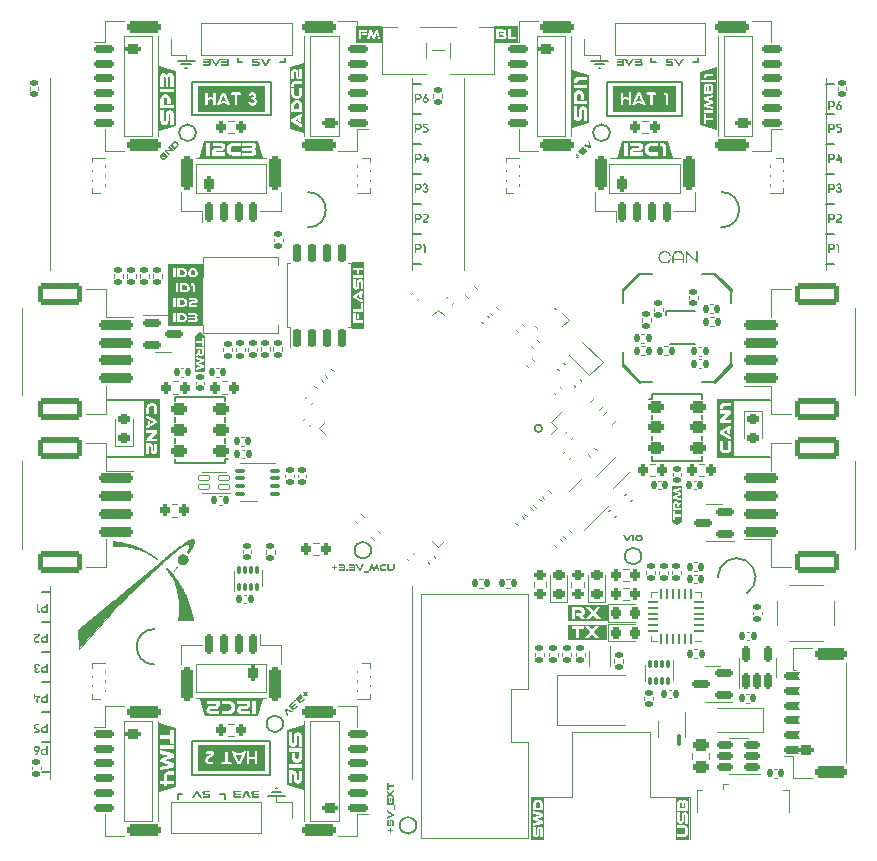
<source format=gto>
G04 #@! TF.GenerationSoftware,KiCad,Pcbnew,7.0.1*
G04 #@! TF.CreationDate,2023-07-03T18:59:58+02:00*
G04 #@! TF.ProjectId,orion_pcb,6f72696f-6e5f-4706-9362-2e6b69636164,4*
G04 #@! TF.SameCoordinates,Original*
G04 #@! TF.FileFunction,Legend,Top*
G04 #@! TF.FilePolarity,Positive*
%FSLAX46Y46*%
G04 Gerber Fmt 4.6, Leading zero omitted, Abs format (unit mm)*
G04 Created by KiCad (PCBNEW 7.0.1) date 2023-07-03 18:59:58*
%MOMM*%
%LPD*%
G01*
G04 APERTURE LIST*
G04 Aperture macros list*
%AMRoundRect*
0 Rectangle with rounded corners*
0 $1 Rounding radius*
0 $2 $3 $4 $5 $6 $7 $8 $9 X,Y pos of 4 corners*
0 Add a 4 corners polygon primitive as box body*
4,1,4,$2,$3,$4,$5,$6,$7,$8,$9,$2,$3,0*
0 Add four circle primitives for the rounded corners*
1,1,$1+$1,$2,$3*
1,1,$1+$1,$4,$5*
1,1,$1+$1,$6,$7*
1,1,$1+$1,$8,$9*
0 Add four rect primitives between the rounded corners*
20,1,$1+$1,$2,$3,$4,$5,0*
20,1,$1+$1,$4,$5,$6,$7,0*
20,1,$1+$1,$6,$7,$8,$9,0*
20,1,$1+$1,$8,$9,$2,$3,0*%
%AMRotRect*
0 Rectangle, with rotation*
0 The origin of the aperture is its center*
0 $1 length*
0 $2 width*
0 $3 Rotation angle, in degrees counterclockwise*
0 Add horizontal line*
21,1,$1,$2,0,0,$3*%
%AMOutline5P*
0 Free polygon, 5 corners , with rotation*
0 The origin of the aperture is its center*
0 number of corners: always 5*
0 $1 to $10 corner X, Y*
0 $11 Rotation angle, in degrees counterclockwise*
0 create outline with 5 corners*
4,1,5,$1,$2,$3,$4,$5,$6,$7,$8,$9,$10,$1,$2,$11*%
%AMOutline6P*
0 Free polygon, 6 corners , with rotation*
0 The origin of the aperture is its center*
0 number of corners: always 6*
0 $1 to $12 corner X, Y*
0 $13 Rotation angle, in degrees counterclockwise*
0 create outline with 6 corners*
4,1,6,$1,$2,$3,$4,$5,$6,$7,$8,$9,$10,$11,$12,$1,$2,$13*%
%AMOutline7P*
0 Free polygon, 7 corners , with rotation*
0 The origin of the aperture is its center*
0 number of corners: always 7*
0 $1 to $14 corner X, Y*
0 $15 Rotation angle, in degrees counterclockwise*
0 create outline with 7 corners*
4,1,7,$1,$2,$3,$4,$5,$6,$7,$8,$9,$10,$11,$12,$13,$14,$1,$2,$15*%
%AMOutline8P*
0 Free polygon, 8 corners , with rotation*
0 The origin of the aperture is its center*
0 number of corners: always 8*
0 $1 to $16 corner X, Y*
0 $17 Rotation angle, in degrees counterclockwise*
0 create outline with 8 corners*
4,1,8,$1,$2,$3,$4,$5,$6,$7,$8,$9,$10,$11,$12,$13,$14,$15,$16,$1,$2,$17*%
%AMFreePoly0*
4,1,21,-0.500000,0.100000,-0.492388,0.138268,-0.470711,0.170711,-0.438268,0.192388,-0.400000,0.200000,0.400000,0.200000,0.438268,0.192388,0.470711,0.170711,0.492388,0.138268,0.500000,0.100000,0.500000,-0.100000,0.492388,-0.138268,0.470711,-0.170711,0.438268,-0.192388,0.400000,-0.200000,-0.400000,-0.200000,-0.438268,-0.192388,-0.470711,-0.170711,-0.492388,-0.138268,-0.500000,-0.100000,
-0.500000,0.100000,-0.500000,0.100000,$1*%
G04 Aperture macros list end*
%ADD10C,0.150000*%
%ADD11C,0.000100*%
%ADD12C,0.120000*%
%ADD13C,0.001000*%
%ADD14C,0.100000*%
%ADD15C,0.127000*%
%ADD16C,0.160000*%
%ADD17C,0.152400*%
%ADD18C,1.105776*%
%ADD19RoundRect,0.150000X-0.700000X0.150000X-0.700000X-0.150000X0.700000X-0.150000X0.700000X0.150000X0*%
%ADD20RoundRect,0.200000X-0.450000X0.200000X-0.450000X-0.200000X0.450000X-0.200000X0.450000X0.200000X0*%
%ADD21O,1.300000X0.800000*%
%ADD22RoundRect,0.250000X-1.150000X0.250000X-1.150000X-0.250000X1.150000X-0.250000X1.150000X0.250000X0*%
%ADD23RoundRect,0.150000X0.700000X-0.150000X0.700000X0.150000X-0.700000X0.150000X-0.700000X-0.150000X0*%
%ADD24RoundRect,0.200000X0.450000X-0.200000X0.450000X0.200000X-0.450000X0.200000X-0.450000X-0.200000X0*%
%ADD25RoundRect,0.250000X1.100000X-0.250000X1.100000X0.250000X-1.100000X0.250000X-1.100000X-0.250000X0*%
%ADD26RotRect,0.600000X1.100000X135.000000*%
%ADD27RoundRect,0.140000X0.140000X0.170000X-0.140000X0.170000X-0.140000X-0.170000X0.140000X-0.170000X0*%
%ADD28RoundRect,0.075000X-0.194454X-0.300520X0.300520X0.194454X0.194454X0.300520X-0.300520X-0.194454X0*%
%ADD29RotRect,1.600000X2.400000X45.000000*%
%ADD30FreePoly0,270.000000*%
%ADD31RoundRect,0.100000X-0.100000X0.400000X-0.100000X-0.400000X0.100000X-0.400000X0.100000X0.400000X0*%
%ADD32RoundRect,0.140000X-0.219203X-0.021213X-0.021213X-0.219203X0.219203X0.021213X0.021213X0.219203X0*%
%ADD33RoundRect,0.075000X0.459619X0.565685X-0.565685X-0.459619X-0.459619X-0.565685X0.565685X0.459619X0*%
%ADD34RoundRect,0.075000X-0.459619X0.565685X-0.565685X0.459619X0.459619X-0.565685X0.565685X-0.459619X0*%
%ADD35RoundRect,0.135000X-0.185000X0.135000X-0.185000X-0.135000X0.185000X-0.135000X0.185000X0.135000X0*%
%ADD36C,1.200000*%
%ADD37RoundRect,0.140000X-0.140000X-0.170000X0.140000X-0.170000X0.140000X0.170000X-0.140000X0.170000X0*%
%ADD38RoundRect,0.200000X-0.200000X-0.275000X0.200000X-0.275000X0.200000X0.275000X-0.200000X0.275000X0*%
%ADD39R,0.625000X0.200000*%
%ADD40C,2.200000*%
%ADD41C,0.700000*%
%ADD42C,4.400000*%
%ADD43RoundRect,0.200000X1.250000X-0.200000X1.250000X0.200000X-1.250000X0.200000X-1.250000X-0.200000X0*%
%ADD44RoundRect,0.250000X1.650000X-0.650000X1.650000X0.650000X-1.650000X0.650000X-1.650000X-0.650000X0*%
%ADD45RoundRect,0.135000X0.185000X-0.135000X0.185000X0.135000X-0.185000X0.135000X-0.185000X-0.135000X0*%
%ADD46RoundRect,0.135000X-0.135000X-0.185000X0.135000X-0.185000X0.135000X0.185000X-0.135000X0.185000X0*%
%ADD47RoundRect,0.150000X0.587500X0.150000X-0.587500X0.150000X-0.587500X-0.150000X0.587500X-0.150000X0*%
%ADD48RoundRect,0.140000X0.021213X-0.219203X0.219203X-0.021213X-0.021213X0.219203X-0.219203X0.021213X0*%
%ADD49RoundRect,0.150000X-0.587500X-0.150000X0.587500X-0.150000X0.587500X0.150000X-0.587500X0.150000X0*%
%ADD50RoundRect,0.135000X0.135000X0.185000X-0.135000X0.185000X-0.135000X-0.185000X0.135000X-0.185000X0*%
%ADD51RoundRect,0.140000X-0.170000X0.140000X-0.170000X-0.140000X0.170000X-0.140000X0.170000X0.140000X0*%
%ADD52RoundRect,0.140000X-0.021213X0.219203X-0.219203X0.021213X0.021213X-0.219203X0.219203X-0.021213X0*%
%ADD53RoundRect,0.200000X0.200000X0.275000X-0.200000X0.275000X-0.200000X-0.275000X0.200000X-0.275000X0*%
%ADD54RoundRect,0.135000X0.226274X0.035355X0.035355X0.226274X-0.226274X-0.035355X-0.035355X-0.226274X0*%
%ADD55RotRect,0.800000X0.900000X225.000000*%
%ADD56RoundRect,0.140000X0.219203X0.021213X0.021213X0.219203X-0.219203X-0.021213X-0.021213X-0.219203X0*%
%ADD57R,2.000000X2.000000*%
%ADD58O,2.000000X2.000000*%
%ADD59O,1.700000X1.700000*%
%ADD60R,0.400000X1.350000*%
%ADD61O,1.200000X1.900000*%
%ADD62R,1.200000X1.900000*%
%ADD63C,1.450000*%
%ADD64R,1.500000X1.900000*%
%ADD65RoundRect,0.218750X-0.256250X0.218750X-0.256250X-0.218750X0.256250X-0.218750X0.256250X0.218750X0*%
%ADD66RoundRect,0.135000X-0.226274X-0.035355X-0.035355X-0.226274X0.226274X0.035355X0.035355X0.226274X0*%
%ADD67RoundRect,0.140000X0.170000X-0.140000X0.170000X0.140000X-0.170000X0.140000X-0.170000X-0.140000X0*%
%ADD68Outline7P,-0.304999X0.089998X-0.245000X0.149997X0.245000X0.149997X0.304999X0.089998X0.304999X-0.089998X0.245000X-0.149997X-0.304999X-0.149997X180.000000*%
%ADD69Outline6P,-0.127500X0.175001X0.127500X0.175001X0.127500X-0.124001X0.076500X-0.175001X-0.076500X-0.175001X-0.127500X-0.124001X180.000000*%
%ADD70R,0.599999X0.249999*%
%ADD71Outline7P,-0.304999X0.089998X-0.245000X0.149997X0.245000X0.149997X0.304999X0.089998X0.304999X-0.149997X-0.245000X-0.149997X-0.304999X-0.089998X0.000000*%
%ADD72Outline6P,-0.125000X0.175003X0.125000X0.175003X0.125000X-0.125003X0.075000X-0.175003X-0.075000X-0.175003X-0.125000X-0.125003X0.000000*%
%ADD73R,0.299999X2.400000*%
%ADD74Outline7P,-0.304999X0.089998X-0.245000X0.149997X0.245000X0.149997X0.304999X0.089998X0.304999X-0.089998X0.245000X-0.149997X-0.304999X-0.149997X0.000000*%
%ADD75Outline7P,-0.304999X0.089998X-0.245000X0.149997X0.245000X0.149997X0.304999X0.089998X0.304999X-0.149997X-0.245000X-0.149997X-0.304999X-0.089998X180.000000*%
%ADD76RoundRect,0.250000X-0.450000X-0.250000X0.450000X-0.250000X0.450000X0.250000X-0.450000X0.250000X0*%
%ADD77RoundRect,0.150000X0.150000X-0.650000X0.150000X0.650000X-0.150000X0.650000X-0.150000X-0.650000X0*%
%ADD78R,0.900000X1.200000*%
%ADD79RoundRect,0.218750X-0.218750X-0.256250X0.218750X-0.256250X0.218750X0.256250X-0.218750X0.256250X0*%
%ADD80RoundRect,0.200000X-1.250000X0.200000X-1.250000X-0.200000X1.250000X-0.200000X1.250000X0.200000X0*%
%ADD81RoundRect,0.250000X-1.650000X0.650000X-1.650000X-0.650000X1.650000X-0.650000X1.650000X0.650000X0*%
%ADD82RoundRect,0.218750X0.256250X-0.218750X0.256250X0.218750X-0.256250X0.218750X-0.256250X-0.218750X0*%
%ADD83RoundRect,0.218750X0.335876X0.026517X0.026517X0.335876X-0.335876X-0.026517X-0.026517X-0.335876X0*%
%ADD84RoundRect,0.200000X-0.053033X0.335876X-0.335876X0.053033X0.053033X-0.335876X0.335876X-0.053033X0*%
%ADD85RoundRect,0.150000X0.150000X-0.512500X0.150000X0.512500X-0.150000X0.512500X-0.150000X-0.512500X0*%
%ADD86R,1.600000X0.760000*%
%ADD87RoundRect,0.250000X1.150000X-0.250000X1.150000X0.250000X-1.150000X0.250000X-1.150000X-0.250000X0*%
%ADD88RoundRect,0.075000X0.350000X0.075000X-0.350000X0.075000X-0.350000X-0.075000X0.350000X-0.075000X0*%
%ADD89R,1.600000X2.400000*%
%ADD90RoundRect,0.250000X0.450000X0.250000X-0.450000X0.250000X-0.450000X-0.250000X0.450000X-0.250000X0*%
%ADD91RoundRect,0.062500X0.350000X0.062500X-0.350000X0.062500X-0.350000X-0.062500X0.350000X-0.062500X0*%
%ADD92RoundRect,0.062500X0.062500X0.350000X-0.062500X0.350000X-0.062500X-0.350000X0.062500X-0.350000X0*%
%ADD93R,2.600000X2.600000*%
%ADD94RoundRect,0.200000X-0.200000X-0.450000X0.200000X-0.450000X0.200000X0.450000X-0.200000X0.450000X0*%
%ADD95RoundRect,0.150000X-0.150000X-0.700000X0.150000X-0.700000X0.150000X0.700000X-0.150000X0.700000X0*%
%ADD96O,0.800000X1.300000*%
%ADD97RoundRect,0.250000X-0.250000X-1.150000X0.250000X-1.150000X0.250000X1.150000X-0.250000X1.150000X0*%
%ADD98RoundRect,0.020000X0.430000X-0.180000X0.430000X0.180000X-0.430000X0.180000X-0.430000X-0.180000X0*%
%ADD99R,0.400000X0.510000*%
%ADD100RoundRect,0.075000X-0.075000X0.275000X-0.075000X-0.275000X0.075000X-0.275000X0.075000X0.275000X0*%
%ADD101R,1.000000X1.000000*%
%ADD102O,1.000000X1.000000*%
%ADD103R,1.700000X1.700000*%
%ADD104RoundRect,0.243750X0.456250X-0.243750X0.456250X0.243750X-0.456250X0.243750X-0.456250X-0.243750X0*%
%ADD105RoundRect,0.020000X-0.431335X-0.176777X-0.176777X-0.431335X0.431335X0.176777X0.176777X0.431335X0*%
%ADD106RoundRect,0.200000X0.200000X0.450000X-0.200000X0.450000X-0.200000X-0.450000X0.200000X-0.450000X0*%
%ADD107RoundRect,0.150000X0.150000X0.700000X-0.150000X0.700000X-0.150000X-0.700000X0.150000X-0.700000X0*%
%ADD108RoundRect,0.250000X0.250000X1.150000X-0.250000X1.150000X-0.250000X-1.150000X0.250000X-1.150000X0*%
%ADD109C,1.524000*%
%ADD110RoundRect,0.150000X0.512500X0.150000X-0.512500X0.150000X-0.512500X-0.150000X0.512500X-0.150000X0*%
%ADD111R,2.500000X2.300000*%
%ADD112RoundRect,0.200000X-0.275000X0.200000X-0.275000X-0.200000X0.275000X-0.200000X0.275000X0.200000X0*%
%ADD113R,1.500000X1.000000*%
%ADD114RoundRect,0.075000X0.075000X-0.275000X0.075000X0.275000X-0.075000X0.275000X-0.075000X-0.275000X0*%
G04 APERTURE END LIST*
D10*
X168450000Y-69025000D02*
X168050000Y-69025000D01*
X121963109Y-97566467D02*
X126313109Y-97566467D01*
X182850000Y-75937500D02*
X183550000Y-75937500D01*
X117150000Y-126600000D02*
X116450000Y-126600000D01*
X172024998Y-69030000D02*
X171625000Y-69030000D01*
X131950000Y-130975000D02*
X131949999Y-131375000D01*
X182850000Y-78477500D02*
X183550000Y-78477500D01*
X117150000Y-129140000D02*
X116450000Y-129140000D01*
X147850000Y-81020000D02*
X148550000Y-81020000D01*
X136310000Y-131125000D02*
X135600000Y-131125000D01*
X172024999Y-68630000D02*
X172024998Y-69030000D01*
D11*
X174925000Y-94725000D02*
X173500000Y-96150000D01*
X173350000Y-96150000D01*
X174925000Y-94575000D01*
X174925000Y-94725000D01*
G36*
X174925000Y-94725000D02*
G01*
X173500000Y-96150000D01*
X173350000Y-96150000D01*
X174925000Y-94575000D01*
X174925000Y-94725000D01*
G37*
D10*
X168050000Y-69025000D02*
X168050000Y-68625000D01*
X128675000Y-69525000D02*
X128750000Y-69525000D01*
D12*
X128690000Y-68367500D02*
X128690000Y-68875000D01*
D10*
X176125000Y-113974999D02*
G75*
G03*
X173696489Y-112600000I-825000J1374999D01*
G01*
X168150000Y-96075000D02*
X167150000Y-96075000D01*
X167150000Y-96075000D02*
X165650000Y-94575000D01*
X128675000Y-69525000D02*
X128600000Y-69525000D01*
X173789592Y-102431681D02*
X178139592Y-102431681D01*
X136325000Y-130800000D02*
X136725000Y-130800000D01*
D12*
X136310000Y-131632500D02*
X136310000Y-131125000D01*
D11*
X165575000Y-88400000D02*
X165575000Y-88250000D01*
X167000000Y-86825000D01*
X167150000Y-86825000D01*
X165575000Y-88400000D01*
G36*
X165575000Y-88400000D02*
G01*
X165575000Y-88250000D01*
X167000000Y-86825000D01*
X167150000Y-86825000D01*
X165575000Y-88400000D01*
G37*
D10*
X117150000Y-124060001D02*
X116450000Y-124060000D01*
X137024998Y-69030000D02*
X136625000Y-69030000D01*
X147850000Y-73400000D02*
X148550000Y-73400000D01*
X182850000Y-81017500D02*
X183550000Y-81017500D01*
X162980000Y-68875000D02*
X163690000Y-68875000D01*
X117150000Y-121520000D02*
X116450000Y-121520000D01*
X163675000Y-69200000D02*
X164075000Y-69200000D01*
X147850000Y-75940000D02*
X148550000Y-75940000D01*
X165650000Y-94575000D02*
X165650000Y-93575000D01*
X117150000Y-113900000D02*
X116450000Y-113900000D01*
X174000000Y-83000000D02*
G75*
G03*
X174000000Y-80000000I0J1500000D01*
G01*
X163675000Y-69525000D02*
X163600000Y-69525000D01*
X127980000Y-68875000D02*
X128690000Y-68875000D01*
X128675000Y-69200000D02*
X129075000Y-69200000D01*
X147850000Y-70860000D02*
X148550000Y-70860000D01*
X165650000Y-89400000D02*
X165650000Y-88400000D01*
X147850000Y-78480000D02*
X148550000Y-78480000D01*
X163675000Y-69200000D02*
X163275000Y-69200000D01*
X173350000Y-86900000D02*
X174850000Y-88400000D01*
D11*
X167150000Y-96150000D02*
X167000000Y-96150000D01*
X165575000Y-94725000D01*
X165575000Y-94575000D01*
X167150000Y-96150000D01*
G36*
X167150000Y-96150000D02*
G01*
X167000000Y-96150000D01*
X165575000Y-94725000D01*
X165575000Y-94575000D01*
X167150000Y-96150000D01*
G37*
D10*
X136325000Y-130800000D02*
X135924999Y-130800000D01*
X137024999Y-68630000D02*
X137024998Y-69030000D01*
X182850000Y-73397500D02*
X183550000Y-73397500D01*
X126000000Y-117000000D02*
G75*
G03*
X126000000Y-120000000I0J-1500000D01*
G01*
X135825000Y-129325000D02*
X129150000Y-129325000D01*
X129150000Y-126500000D01*
X135825000Y-126500000D01*
X135825000Y-129325000D01*
D13*
X122451958Y-115512922D02*
X119600000Y-118650000D01*
X119550000Y-117050000D01*
X122451805Y-114659390D01*
X122451958Y-115512922D01*
G36*
X122451958Y-115512922D02*
G01*
X119600000Y-118650000D01*
X119550000Y-117050000D01*
X122451805Y-114659390D01*
X122451958Y-115512922D01*
G37*
D10*
X163690000Y-68875000D02*
X164400000Y-68875000D01*
X136325001Y-130475000D02*
X136400001Y-130475000D01*
X172350000Y-86900000D02*
X173350000Y-86900000D01*
X117150000Y-118980000D02*
X116450000Y-118980000D01*
X121956048Y-102434740D02*
X126306048Y-102434740D01*
X117150000Y-116440000D02*
X116450000Y-116440000D01*
X127975002Y-130970000D02*
X128375000Y-130970000D01*
X182850000Y-70857500D02*
X183550000Y-70857500D01*
X128690000Y-68875000D02*
X129400000Y-68875000D01*
X164325000Y-70675000D02*
X170675000Y-70675000D01*
X170675000Y-73525000D01*
X164325000Y-73525000D01*
X164325000Y-70675000D01*
X137020000Y-131125000D02*
X136310000Y-131125000D01*
X133450000Y-69025000D02*
X133050000Y-69025000D01*
X133050000Y-69025000D02*
X133050000Y-68625000D01*
D11*
X174925000Y-88250000D02*
X174925000Y-88400000D01*
X173350000Y-86825000D01*
X173500000Y-86825000D01*
X174925000Y-88250000D01*
G36*
X174925000Y-88250000D02*
G01*
X174925000Y-88400000D01*
X173350000Y-86825000D01*
X173500000Y-86825000D01*
X174925000Y-88250000D01*
G37*
D10*
X139000000Y-83000000D02*
G75*
G03*
X139000000Y-80000000I0J1500000D01*
G01*
D12*
X163690000Y-68367500D02*
X163690000Y-68875000D01*
D10*
X174850000Y-93575000D02*
X174850000Y-94575000D01*
X147850000Y-83560000D02*
X148550000Y-83560000D01*
X182850000Y-83557500D02*
X183550000Y-83557500D01*
X182850000Y-86097500D02*
X183550000Y-86097500D01*
X158816228Y-100000000D02*
G75*
G03*
X158816228Y-100000000I-316228J0D01*
G01*
X173798573Y-97570124D02*
X178148573Y-97570124D01*
X128675000Y-69200000D02*
X128275000Y-69200000D01*
X174850000Y-94575000D02*
X173350000Y-96075000D01*
X167150000Y-86900000D02*
X168150000Y-86900000D01*
X127975001Y-131370000D02*
X127975002Y-130970000D01*
X136325001Y-130475000D02*
X136250000Y-130474999D01*
X163675000Y-69525000D02*
X163750000Y-69525000D01*
X129175000Y-70675000D02*
X135850000Y-70675000D01*
X135850000Y-73500000D01*
X129175000Y-73500000D01*
X129175000Y-70675000D01*
X165650000Y-88400000D02*
X167150000Y-86900000D01*
X131550000Y-130975000D02*
X131950000Y-130975000D01*
X147850000Y-86100000D02*
X148550000Y-86100000D01*
X174850000Y-88400000D02*
X174850000Y-89400000D01*
X173350000Y-96075000D02*
X172350000Y-96075000D01*
D14*
G36*
X148357334Y-81824532D02*
G01*
X148371778Y-81825606D01*
X148386033Y-81827376D01*
X148400080Y-81829824D01*
X148413900Y-81832935D01*
X148427473Y-81836690D01*
X148440781Y-81841074D01*
X148453803Y-81846069D01*
X148466520Y-81851659D01*
X148478914Y-81857826D01*
X148490965Y-81864554D01*
X148502653Y-81871826D01*
X148513959Y-81879625D01*
X148524864Y-81887934D01*
X148535349Y-81896736D01*
X148545394Y-81906016D01*
X148554980Y-81915754D01*
X148564087Y-81925936D01*
X148572697Y-81936543D01*
X148580789Y-81947560D01*
X148588345Y-81958969D01*
X148595346Y-81970753D01*
X148601771Y-81982896D01*
X148607602Y-81995381D01*
X148612820Y-82008190D01*
X148617404Y-82021308D01*
X148621337Y-82034717D01*
X148624597Y-82048400D01*
X148627167Y-82062340D01*
X148629026Y-82076521D01*
X148630156Y-82090926D01*
X148630537Y-82105538D01*
X148630163Y-82120027D01*
X148629052Y-82134253D01*
X148627223Y-82148200D01*
X148624693Y-82161858D01*
X148621481Y-82175212D01*
X148617605Y-82188250D01*
X148613083Y-82200960D01*
X148607932Y-82213328D01*
X148602171Y-82225342D01*
X148595818Y-82236988D01*
X148588891Y-82248255D01*
X148581407Y-82259129D01*
X148573386Y-82269597D01*
X148564844Y-82279647D01*
X148555801Y-82289266D01*
X148546273Y-82298441D01*
X148536279Y-82307158D01*
X148525838Y-82315407D01*
X148514967Y-82323173D01*
X148503683Y-82330443D01*
X148492006Y-82337206D01*
X148479953Y-82343448D01*
X148467542Y-82349156D01*
X148454792Y-82354317D01*
X148441720Y-82358920D01*
X148428344Y-82362950D01*
X148414682Y-82366395D01*
X148400753Y-82369243D01*
X148386574Y-82371480D01*
X148372164Y-82373094D01*
X148357540Y-82374071D01*
X148342721Y-82374400D01*
X148182498Y-82374400D01*
X148182498Y-82542830D01*
X148182112Y-82551077D01*
X148180160Y-82562496D01*
X148176703Y-82572762D01*
X148171902Y-82581864D01*
X148165916Y-82589789D01*
X148158906Y-82596527D01*
X148151032Y-82602066D01*
X148142456Y-82606395D01*
X148133336Y-82609501D01*
X148123834Y-82611373D01*
X148114110Y-82612000D01*
X148106318Y-82611580D01*
X148097188Y-82609943D01*
X148088292Y-82607026D01*
X148081051Y-82603584D01*
X148073961Y-82599193D01*
X148067020Y-82593828D01*
X148063129Y-82590491D01*
X148057439Y-82584266D01*
X148052765Y-82577210D01*
X148049135Y-82569325D01*
X148046573Y-82560609D01*
X148045109Y-82551064D01*
X148044745Y-82542830D01*
X148044745Y-81960946D01*
X148182498Y-81960946D01*
X148182498Y-82237819D01*
X148342721Y-82237819D01*
X148352506Y-82237615D01*
X148361934Y-82237013D01*
X148371007Y-82236026D01*
X148379729Y-82234670D01*
X148388103Y-82232960D01*
X148396131Y-82230911D01*
X148403817Y-82228536D01*
X148411164Y-82225852D01*
X148424853Y-82219611D01*
X148437222Y-82212307D01*
X148448297Y-82204057D01*
X148458101Y-82194979D01*
X148466660Y-82185192D01*
X148473998Y-82174812D01*
X148480139Y-82163959D01*
X148485109Y-82152750D01*
X148488931Y-82141302D01*
X148491631Y-82129734D01*
X148493232Y-82118164D01*
X148493761Y-82106710D01*
X148493957Y-82100365D01*
X148493689Y-82091968D01*
X148492711Y-82083165D01*
X148491305Y-82075448D01*
X148489160Y-82066849D01*
X148486132Y-82057433D01*
X148482073Y-82047266D01*
X148478723Y-82040103D01*
X148474808Y-82032655D01*
X148470160Y-82025185D01*
X148465013Y-82017962D01*
X148459370Y-82011018D01*
X148453235Y-82004387D01*
X148446612Y-81998101D01*
X148439506Y-81992192D01*
X148431920Y-81986692D01*
X148423859Y-81981633D01*
X148415325Y-81977049D01*
X148406324Y-81972971D01*
X148396859Y-81969431D01*
X148386935Y-81966463D01*
X148376555Y-81964098D01*
X148365723Y-81962368D01*
X148354444Y-81961307D01*
X148342721Y-81960946D01*
X148182498Y-81960946D01*
X148044745Y-81960946D01*
X148044745Y-81890408D01*
X148045081Y-81883579D01*
X148046796Y-81873739D01*
X148049871Y-81864479D01*
X148054200Y-81855907D01*
X148059679Y-81848130D01*
X148066202Y-81841256D01*
X148073663Y-81835391D01*
X148081957Y-81830642D01*
X148090980Y-81827118D01*
X148100625Y-81824925D01*
X148110788Y-81824170D01*
X148342721Y-81824170D01*
X148357334Y-81824532D01*
G37*
G36*
X148697362Y-82514889D02*
G01*
X148697362Y-82542830D01*
X148698112Y-82552767D01*
X148700292Y-82562275D01*
X148703797Y-82571235D01*
X148708521Y-82579526D01*
X148714359Y-82587029D01*
X148721206Y-82593623D01*
X148728957Y-82599190D01*
X148737506Y-82603610D01*
X148746748Y-82606762D01*
X148756577Y-82608526D01*
X148763405Y-82608873D01*
X149134068Y-82608873D01*
X149142107Y-82608488D01*
X149156628Y-82605550D01*
X149169076Y-82600053D01*
X149179448Y-82592389D01*
X149187747Y-82582953D01*
X149193970Y-82572139D01*
X149198119Y-82560340D01*
X149200194Y-82547951D01*
X149200194Y-82535364D01*
X149198119Y-82522975D01*
X149193970Y-82511176D01*
X149187747Y-82500362D01*
X149179448Y-82490926D01*
X149169076Y-82483262D01*
X149156628Y-82477765D01*
X149142107Y-82474828D01*
X149134068Y-82474442D01*
X148859734Y-82474442D01*
X148861277Y-82464486D01*
X148864756Y-82455154D01*
X148870041Y-82446370D01*
X148877003Y-82438056D01*
X148885510Y-82430133D01*
X148895432Y-82422524D01*
X148906640Y-82415150D01*
X148919003Y-82407935D01*
X148932391Y-82400799D01*
X148946674Y-82393666D01*
X148961721Y-82386458D01*
X148977403Y-82379096D01*
X148993588Y-82371502D01*
X149010148Y-82363600D01*
X149026952Y-82355311D01*
X149043869Y-82346556D01*
X149060770Y-82337259D01*
X149077523Y-82327342D01*
X149094000Y-82316726D01*
X149110070Y-82305334D01*
X149125602Y-82293088D01*
X149140467Y-82279910D01*
X149154534Y-82265722D01*
X149167673Y-82250447D01*
X149179753Y-82234006D01*
X149190646Y-82216322D01*
X149200220Y-82197316D01*
X149208345Y-82176911D01*
X149214891Y-82155030D01*
X149219728Y-82131594D01*
X149222726Y-82106525D01*
X149223754Y-82079745D01*
X149223434Y-82067082D01*
X149222484Y-82054528D01*
X149220915Y-82042105D01*
X149218740Y-82029831D01*
X149215972Y-82017724D01*
X149212623Y-82005805D01*
X149208706Y-81994092D01*
X149204233Y-81982604D01*
X149199217Y-81971361D01*
X149193670Y-81960381D01*
X149187604Y-81949684D01*
X149181033Y-81939288D01*
X149173969Y-81929214D01*
X149166425Y-81919479D01*
X149158412Y-81910104D01*
X149149944Y-81901106D01*
X149141032Y-81892506D01*
X149131690Y-81884322D01*
X149121930Y-81876574D01*
X149111765Y-81869281D01*
X149101206Y-81862461D01*
X149090267Y-81856134D01*
X149078960Y-81850318D01*
X149067298Y-81845034D01*
X149055293Y-81840300D01*
X149042957Y-81836135D01*
X149030304Y-81832559D01*
X149017345Y-81829590D01*
X149004093Y-81827247D01*
X148990562Y-81825550D01*
X148976762Y-81824518D01*
X148962707Y-81824170D01*
X148815966Y-81824170D01*
X148807837Y-81824555D01*
X148796624Y-81826499D01*
X148786587Y-81829931D01*
X148777727Y-81834679D01*
X148770045Y-81840572D01*
X148763542Y-81847439D01*
X148758220Y-81855110D01*
X148754078Y-81863414D01*
X148751119Y-81872179D01*
X148749343Y-81881234D01*
X148748750Y-81890408D01*
X148749740Y-81898542D01*
X148749923Y-81903891D01*
X148751263Y-81911899D01*
X148754691Y-81919967D01*
X148759402Y-81927713D01*
X148764703Y-81934835D01*
X148766727Y-81937303D01*
X148772435Y-81943591D01*
X148778918Y-81948736D01*
X148786149Y-81952771D01*
X148794101Y-81955726D01*
X148802747Y-81957633D01*
X148812060Y-81958523D01*
X148815966Y-81958601D01*
X148961730Y-81958601D01*
X148974216Y-81959197D01*
X148986419Y-81960953D01*
X148998266Y-81963820D01*
X149009687Y-81967748D01*
X149020609Y-81972688D01*
X149030959Y-81978591D01*
X149040666Y-81985407D01*
X149049658Y-81993088D01*
X149057861Y-82001584D01*
X149065205Y-82010846D01*
X149071617Y-82020825D01*
X149077025Y-82031471D01*
X149081357Y-82042735D01*
X149084540Y-82054569D01*
X149086503Y-82066922D01*
X149087173Y-82079745D01*
X149085660Y-82097954D01*
X149082055Y-82114975D01*
X149076499Y-82130900D01*
X149069133Y-82145815D01*
X149060097Y-82159811D01*
X149049531Y-82172976D01*
X149037575Y-82185398D01*
X149024369Y-82197168D01*
X149010055Y-82208374D01*
X148994771Y-82219104D01*
X148978660Y-82229449D01*
X148961860Y-82239495D01*
X148944511Y-82249333D01*
X148926756Y-82259052D01*
X148908732Y-82268740D01*
X148890582Y-82278486D01*
X148872445Y-82288379D01*
X148854461Y-82298508D01*
X148836771Y-82308962D01*
X148819516Y-82319830D01*
X148802834Y-82331201D01*
X148786867Y-82343164D01*
X148771755Y-82355807D01*
X148757638Y-82369219D01*
X148744656Y-82383490D01*
X148732950Y-82398708D01*
X148722661Y-82414962D01*
X148713927Y-82432342D01*
X148706890Y-82450935D01*
X148701690Y-82470831D01*
X148698467Y-82492120D01*
X148697362Y-82514889D01*
G37*
G36*
X116893681Y-114848419D02*
G01*
X116902811Y-114850056D01*
X116911707Y-114852973D01*
X116918948Y-114856415D01*
X116926038Y-114860806D01*
X116932979Y-114866171D01*
X116936870Y-114869508D01*
X116942560Y-114875733D01*
X116947234Y-114882789D01*
X116950864Y-114890674D01*
X116953426Y-114899390D01*
X116954890Y-114908935D01*
X116955254Y-114917169D01*
X116955254Y-115569591D01*
X116954918Y-115576420D01*
X116953203Y-115586260D01*
X116950128Y-115595520D01*
X116945799Y-115604092D01*
X116940320Y-115611869D01*
X116933797Y-115618743D01*
X116926336Y-115624608D01*
X116918042Y-115629357D01*
X116909019Y-115632881D01*
X116899374Y-115635074D01*
X116889211Y-115635829D01*
X116657278Y-115635829D01*
X116642665Y-115635467D01*
X116628221Y-115634393D01*
X116613966Y-115632623D01*
X116599919Y-115630175D01*
X116586099Y-115627064D01*
X116572526Y-115623309D01*
X116559218Y-115618925D01*
X116546196Y-115613930D01*
X116533479Y-115608340D01*
X116521085Y-115602173D01*
X116509034Y-115595445D01*
X116497346Y-115588173D01*
X116486040Y-115580374D01*
X116475135Y-115572065D01*
X116464650Y-115563263D01*
X116454605Y-115553983D01*
X116445019Y-115544245D01*
X116435912Y-115534063D01*
X116427302Y-115523456D01*
X116419210Y-115512439D01*
X116411654Y-115501030D01*
X116404653Y-115489246D01*
X116398228Y-115477103D01*
X116392397Y-115464618D01*
X116387179Y-115451809D01*
X116382595Y-115438691D01*
X116378662Y-115425282D01*
X116375402Y-115411599D01*
X116372832Y-115397659D01*
X116370973Y-115383478D01*
X116369843Y-115369073D01*
X116369597Y-115359634D01*
X116506042Y-115359634D01*
X116506310Y-115368031D01*
X116507288Y-115376834D01*
X116508694Y-115384551D01*
X116510839Y-115393150D01*
X116513867Y-115402566D01*
X116517926Y-115412733D01*
X116521276Y-115419896D01*
X116525191Y-115427344D01*
X116529839Y-115434814D01*
X116534986Y-115442037D01*
X116540629Y-115448981D01*
X116546764Y-115455612D01*
X116553387Y-115461898D01*
X116560493Y-115467807D01*
X116568079Y-115473307D01*
X116576140Y-115478366D01*
X116584674Y-115482950D01*
X116593675Y-115487028D01*
X116603140Y-115490568D01*
X116613064Y-115493536D01*
X116623444Y-115495901D01*
X116634276Y-115497631D01*
X116645555Y-115498692D01*
X116657278Y-115499053D01*
X116817501Y-115499053D01*
X116817501Y-115222180D01*
X116657278Y-115222180D01*
X116647493Y-115222384D01*
X116638065Y-115222986D01*
X116628992Y-115223973D01*
X116620270Y-115225329D01*
X116611896Y-115227039D01*
X116603868Y-115229088D01*
X116596182Y-115231463D01*
X116588835Y-115234147D01*
X116575146Y-115240388D01*
X116562777Y-115247692D01*
X116551702Y-115255942D01*
X116541898Y-115265020D01*
X116533339Y-115274807D01*
X116526001Y-115285187D01*
X116519860Y-115296040D01*
X116514890Y-115307249D01*
X116511068Y-115318697D01*
X116508368Y-115330265D01*
X116506767Y-115341835D01*
X116506238Y-115353289D01*
X116506042Y-115359634D01*
X116369597Y-115359634D01*
X116369462Y-115354461D01*
X116369836Y-115339972D01*
X116370947Y-115325746D01*
X116372776Y-115311799D01*
X116375306Y-115298141D01*
X116378518Y-115284787D01*
X116382394Y-115271749D01*
X116386916Y-115259039D01*
X116392067Y-115246671D01*
X116397828Y-115234657D01*
X116404181Y-115223011D01*
X116411108Y-115211744D01*
X116418592Y-115200870D01*
X116426613Y-115190402D01*
X116435155Y-115180352D01*
X116444198Y-115170733D01*
X116453726Y-115161558D01*
X116463720Y-115152841D01*
X116474161Y-115144592D01*
X116485032Y-115136826D01*
X116496316Y-115129556D01*
X116507993Y-115122793D01*
X116520046Y-115116551D01*
X116532457Y-115110843D01*
X116545207Y-115105682D01*
X116558279Y-115101079D01*
X116571655Y-115097049D01*
X116585317Y-115093604D01*
X116599246Y-115090756D01*
X116613425Y-115088519D01*
X116627835Y-115086905D01*
X116642459Y-115085928D01*
X116657278Y-115085599D01*
X116817501Y-115085599D01*
X116817501Y-114917169D01*
X116817887Y-114908922D01*
X116819839Y-114897503D01*
X116823296Y-114887237D01*
X116828097Y-114878135D01*
X116834083Y-114870210D01*
X116841093Y-114863472D01*
X116848967Y-114857933D01*
X116857543Y-114853604D01*
X116866663Y-114850498D01*
X116876165Y-114848626D01*
X116885889Y-114848000D01*
X116893681Y-114848419D01*
G37*
G36*
X116289155Y-115516834D02*
G01*
X116283559Y-115509980D01*
X116277071Y-115504060D01*
X116269752Y-115499112D01*
X116261664Y-115495172D01*
X116256720Y-115493387D01*
X116247013Y-115489666D01*
X116237632Y-115485264D01*
X116228619Y-115480208D01*
X116220013Y-115474528D01*
X116211857Y-115468251D01*
X116204193Y-115461407D01*
X116197062Y-115454022D01*
X116190505Y-115446126D01*
X116184565Y-115437747D01*
X116179281Y-115428912D01*
X116174697Y-115419652D01*
X116170853Y-115409993D01*
X116167791Y-115399965D01*
X116165553Y-115389595D01*
X116164179Y-115378912D01*
X116163712Y-115367944D01*
X116163712Y-114920882D01*
X116163339Y-114912549D01*
X116162250Y-114904768D01*
X116159371Y-114894128D01*
X116155128Y-114884719D01*
X116149670Y-114876534D01*
X116143147Y-114869566D01*
X116135706Y-114863809D01*
X116127498Y-114859257D01*
X116118669Y-114855901D01*
X116109370Y-114853736D01*
X116099749Y-114852754D01*
X116096496Y-114852689D01*
X116086793Y-114853305D01*
X116077252Y-114855148D01*
X116068047Y-114858205D01*
X116059350Y-114862467D01*
X116051335Y-114867924D01*
X116044174Y-114874563D01*
X116038040Y-114882375D01*
X116033106Y-114891350D01*
X116029545Y-114901475D01*
X116027530Y-114912742D01*
X116027131Y-114920882D01*
X116027131Y-115367944D01*
X116027808Y-115382464D01*
X116029195Y-115396636D01*
X116031258Y-115410454D01*
X116033966Y-115423909D01*
X116037287Y-115436994D01*
X116041187Y-115449702D01*
X116045634Y-115462026D01*
X116050597Y-115473957D01*
X116056042Y-115485489D01*
X116061937Y-115496614D01*
X116068250Y-115507324D01*
X116074949Y-115517613D01*
X116082000Y-115527472D01*
X116089372Y-115536894D01*
X116097032Y-115545872D01*
X116104947Y-115554399D01*
X116113086Y-115562466D01*
X116121416Y-115570067D01*
X116129904Y-115577194D01*
X116138518Y-115583839D01*
X116147225Y-115589996D01*
X116155994Y-115595656D01*
X116164792Y-115600812D01*
X116173586Y-115605458D01*
X116182343Y-115609584D01*
X116191033Y-115613185D01*
X116199621Y-115616252D01*
X116208076Y-115618778D01*
X116216366Y-115620756D01*
X116224457Y-115622178D01*
X116232318Y-115623036D01*
X116239916Y-115623324D01*
X116249996Y-115622786D01*
X116259417Y-115621161D01*
X116268106Y-115618437D01*
X116275990Y-115614597D01*
X116282997Y-115609627D01*
X116289054Y-115603513D01*
X116294089Y-115596241D01*
X116298030Y-115587796D01*
X116300804Y-115578163D01*
X116302339Y-115567328D01*
X116302637Y-115559430D01*
X116302163Y-115550214D01*
X116300741Y-115541505D01*
X116298371Y-115533357D01*
X116295054Y-115525825D01*
X116290788Y-115518963D01*
X116289155Y-115516834D01*
G37*
G36*
X148357334Y-84364532D02*
G01*
X148371778Y-84365606D01*
X148386033Y-84367376D01*
X148400080Y-84369824D01*
X148413900Y-84372935D01*
X148427473Y-84376690D01*
X148440781Y-84381074D01*
X148453803Y-84386069D01*
X148466520Y-84391659D01*
X148478914Y-84397826D01*
X148490965Y-84404554D01*
X148502653Y-84411826D01*
X148513959Y-84419625D01*
X148524864Y-84427934D01*
X148535349Y-84436736D01*
X148545394Y-84446016D01*
X148554980Y-84455754D01*
X148564087Y-84465936D01*
X148572697Y-84476543D01*
X148580789Y-84487560D01*
X148588345Y-84498969D01*
X148595346Y-84510753D01*
X148601771Y-84522896D01*
X148607602Y-84535381D01*
X148612820Y-84548190D01*
X148617404Y-84561308D01*
X148621337Y-84574717D01*
X148624597Y-84588400D01*
X148627167Y-84602340D01*
X148629026Y-84616521D01*
X148630156Y-84630926D01*
X148630537Y-84645538D01*
X148630163Y-84660027D01*
X148629052Y-84674253D01*
X148627223Y-84688200D01*
X148624693Y-84701858D01*
X148621481Y-84715212D01*
X148617605Y-84728250D01*
X148613083Y-84740960D01*
X148607932Y-84753328D01*
X148602171Y-84765342D01*
X148595818Y-84776988D01*
X148588891Y-84788255D01*
X148581407Y-84799129D01*
X148573386Y-84809597D01*
X148564844Y-84819647D01*
X148555801Y-84829266D01*
X148546273Y-84838441D01*
X148536279Y-84847158D01*
X148525838Y-84855407D01*
X148514967Y-84863173D01*
X148503683Y-84870443D01*
X148492006Y-84877206D01*
X148479953Y-84883448D01*
X148467542Y-84889156D01*
X148454792Y-84894317D01*
X148441720Y-84898920D01*
X148428344Y-84902950D01*
X148414682Y-84906395D01*
X148400753Y-84909243D01*
X148386574Y-84911480D01*
X148372164Y-84913094D01*
X148357540Y-84914071D01*
X148342721Y-84914400D01*
X148182498Y-84914400D01*
X148182498Y-85082830D01*
X148182112Y-85091077D01*
X148180160Y-85102496D01*
X148176703Y-85112762D01*
X148171902Y-85121864D01*
X148165916Y-85129789D01*
X148158906Y-85136527D01*
X148151032Y-85142066D01*
X148142456Y-85146395D01*
X148133336Y-85149501D01*
X148123834Y-85151373D01*
X148114110Y-85152000D01*
X148106318Y-85151580D01*
X148097188Y-85149943D01*
X148088292Y-85147026D01*
X148081051Y-85143584D01*
X148073961Y-85139193D01*
X148067020Y-85133828D01*
X148063129Y-85130491D01*
X148057439Y-85124266D01*
X148052765Y-85117210D01*
X148049135Y-85109325D01*
X148046573Y-85100609D01*
X148045109Y-85091064D01*
X148044745Y-85082830D01*
X148044745Y-84500946D01*
X148182498Y-84500946D01*
X148182498Y-84777819D01*
X148342721Y-84777819D01*
X148352506Y-84777615D01*
X148361934Y-84777013D01*
X148371007Y-84776026D01*
X148379729Y-84774670D01*
X148388103Y-84772960D01*
X148396131Y-84770911D01*
X148403817Y-84768536D01*
X148411164Y-84765852D01*
X148424853Y-84759611D01*
X148437222Y-84752307D01*
X148448297Y-84744057D01*
X148458101Y-84734979D01*
X148466660Y-84725192D01*
X148473998Y-84714812D01*
X148480139Y-84703959D01*
X148485109Y-84692750D01*
X148488931Y-84681302D01*
X148491631Y-84669734D01*
X148493232Y-84658164D01*
X148493761Y-84646710D01*
X148493957Y-84640365D01*
X148493689Y-84631968D01*
X148492711Y-84623165D01*
X148491305Y-84615448D01*
X148489160Y-84606849D01*
X148486132Y-84597433D01*
X148482073Y-84587266D01*
X148478723Y-84580103D01*
X148474808Y-84572655D01*
X148470160Y-84565185D01*
X148465013Y-84557962D01*
X148459370Y-84551018D01*
X148453235Y-84544387D01*
X148446612Y-84538101D01*
X148439506Y-84532192D01*
X148431920Y-84526692D01*
X148423859Y-84521633D01*
X148415325Y-84517049D01*
X148406324Y-84512971D01*
X148396859Y-84509431D01*
X148386935Y-84506463D01*
X148376555Y-84504098D01*
X148365723Y-84502368D01*
X148354444Y-84501307D01*
X148342721Y-84500946D01*
X148182498Y-84500946D01*
X148044745Y-84500946D01*
X148044745Y-84430408D01*
X148045081Y-84423579D01*
X148046796Y-84413739D01*
X148049871Y-84404479D01*
X148054200Y-84395907D01*
X148059679Y-84388130D01*
X148066202Y-84381256D01*
X148073663Y-84375391D01*
X148081957Y-84370642D01*
X148090980Y-84367118D01*
X148100625Y-84364925D01*
X148110788Y-84364170D01*
X148342721Y-84364170D01*
X148357334Y-84364532D01*
G37*
G36*
X148710844Y-84483165D02*
G01*
X148716440Y-84490019D01*
X148722928Y-84495939D01*
X148730247Y-84500887D01*
X148738335Y-84504827D01*
X148743279Y-84506612D01*
X148752986Y-84510333D01*
X148762367Y-84514735D01*
X148771380Y-84519791D01*
X148779986Y-84525471D01*
X148788142Y-84531748D01*
X148795806Y-84538592D01*
X148802937Y-84545977D01*
X148809494Y-84553873D01*
X148815434Y-84562252D01*
X148820718Y-84571087D01*
X148825302Y-84580347D01*
X148829146Y-84590006D01*
X148832208Y-84600034D01*
X148834446Y-84610404D01*
X148835820Y-84621087D01*
X148836287Y-84632055D01*
X148836287Y-85079117D01*
X148836660Y-85087450D01*
X148837749Y-85095231D01*
X148840628Y-85105871D01*
X148844871Y-85115280D01*
X148850329Y-85123465D01*
X148856852Y-85130433D01*
X148864293Y-85136190D01*
X148872501Y-85140742D01*
X148881330Y-85144098D01*
X148890629Y-85146263D01*
X148900250Y-85147245D01*
X148903503Y-85147310D01*
X148913206Y-85146694D01*
X148922747Y-85144851D01*
X148931952Y-85141794D01*
X148940649Y-85137532D01*
X148948664Y-85132075D01*
X148955825Y-85125436D01*
X148961959Y-85117624D01*
X148966893Y-85108649D01*
X148970454Y-85098524D01*
X148972469Y-85087257D01*
X148972868Y-85079117D01*
X148972868Y-84632055D01*
X148972191Y-84617535D01*
X148970804Y-84603363D01*
X148968741Y-84589545D01*
X148966033Y-84576090D01*
X148962712Y-84563005D01*
X148958812Y-84550297D01*
X148954365Y-84537973D01*
X148949402Y-84526042D01*
X148943957Y-84514510D01*
X148938062Y-84503385D01*
X148931749Y-84492675D01*
X148925050Y-84482386D01*
X148917999Y-84472527D01*
X148910627Y-84463105D01*
X148902967Y-84454127D01*
X148895052Y-84445600D01*
X148886913Y-84437533D01*
X148878583Y-84429932D01*
X148870095Y-84422805D01*
X148861481Y-84416160D01*
X148852774Y-84410003D01*
X148844005Y-84404343D01*
X148835207Y-84399187D01*
X148826413Y-84394541D01*
X148817656Y-84390415D01*
X148808966Y-84386814D01*
X148800378Y-84383747D01*
X148791923Y-84381221D01*
X148783633Y-84379243D01*
X148775542Y-84377821D01*
X148767681Y-84376963D01*
X148760083Y-84376675D01*
X148750003Y-84377213D01*
X148740582Y-84378838D01*
X148731893Y-84381562D01*
X148724009Y-84385402D01*
X148717002Y-84390372D01*
X148710945Y-84396486D01*
X148705910Y-84403758D01*
X148701969Y-84412203D01*
X148699195Y-84421836D01*
X148697660Y-84432671D01*
X148697362Y-84440569D01*
X148697836Y-84449785D01*
X148699258Y-84458494D01*
X148701628Y-84466642D01*
X148704945Y-84474174D01*
X148709211Y-84481036D01*
X148710844Y-84483165D01*
G37*
G36*
X183357334Y-84362032D02*
G01*
X183371778Y-84363106D01*
X183386033Y-84364876D01*
X183400080Y-84367324D01*
X183413900Y-84370435D01*
X183427473Y-84374190D01*
X183440781Y-84378574D01*
X183453803Y-84383569D01*
X183466520Y-84389159D01*
X183478914Y-84395326D01*
X183490965Y-84402054D01*
X183502653Y-84409326D01*
X183513959Y-84417125D01*
X183524864Y-84425434D01*
X183535349Y-84434236D01*
X183545394Y-84443516D01*
X183554980Y-84453254D01*
X183564087Y-84463436D01*
X183572697Y-84474043D01*
X183580789Y-84485060D01*
X183588345Y-84496469D01*
X183595346Y-84508253D01*
X183601771Y-84520396D01*
X183607602Y-84532881D01*
X183612820Y-84545690D01*
X183617404Y-84558808D01*
X183621337Y-84572217D01*
X183624597Y-84585900D01*
X183627167Y-84599840D01*
X183629026Y-84614021D01*
X183630156Y-84628426D01*
X183630537Y-84643038D01*
X183630163Y-84657527D01*
X183629052Y-84671753D01*
X183627223Y-84685700D01*
X183624693Y-84699358D01*
X183621481Y-84712712D01*
X183617605Y-84725750D01*
X183613083Y-84738460D01*
X183607932Y-84750828D01*
X183602171Y-84762842D01*
X183595818Y-84774488D01*
X183588891Y-84785755D01*
X183581407Y-84796629D01*
X183573386Y-84807097D01*
X183564844Y-84817147D01*
X183555801Y-84826766D01*
X183546273Y-84835941D01*
X183536279Y-84844658D01*
X183525838Y-84852907D01*
X183514967Y-84860673D01*
X183503683Y-84867943D01*
X183492006Y-84874706D01*
X183479953Y-84880948D01*
X183467542Y-84886656D01*
X183454792Y-84891817D01*
X183441720Y-84896420D01*
X183428344Y-84900450D01*
X183414682Y-84903895D01*
X183400753Y-84906743D01*
X183386574Y-84908980D01*
X183372164Y-84910594D01*
X183357540Y-84911571D01*
X183342721Y-84911900D01*
X183182498Y-84911900D01*
X183182498Y-85080330D01*
X183182112Y-85088577D01*
X183180160Y-85099996D01*
X183176703Y-85110262D01*
X183171902Y-85119364D01*
X183165916Y-85127289D01*
X183158906Y-85134027D01*
X183151032Y-85139566D01*
X183142456Y-85143895D01*
X183133336Y-85147001D01*
X183123834Y-85148873D01*
X183114110Y-85149500D01*
X183106318Y-85149080D01*
X183097188Y-85147443D01*
X183088292Y-85144526D01*
X183081051Y-85141084D01*
X183073961Y-85136693D01*
X183067020Y-85131328D01*
X183063129Y-85127991D01*
X183057439Y-85121766D01*
X183052765Y-85114710D01*
X183049135Y-85106825D01*
X183046573Y-85098109D01*
X183045109Y-85088564D01*
X183044745Y-85080330D01*
X183044745Y-84498446D01*
X183182498Y-84498446D01*
X183182498Y-84775319D01*
X183342721Y-84775319D01*
X183352506Y-84775115D01*
X183361934Y-84774513D01*
X183371007Y-84773526D01*
X183379729Y-84772170D01*
X183388103Y-84770460D01*
X183396131Y-84768411D01*
X183403817Y-84766036D01*
X183411164Y-84763352D01*
X183424853Y-84757111D01*
X183437222Y-84749807D01*
X183448297Y-84741557D01*
X183458101Y-84732479D01*
X183466660Y-84722692D01*
X183473998Y-84712312D01*
X183480139Y-84701459D01*
X183485109Y-84690250D01*
X183488931Y-84678802D01*
X183491631Y-84667234D01*
X183493232Y-84655664D01*
X183493761Y-84644210D01*
X183493957Y-84637865D01*
X183493689Y-84629468D01*
X183492711Y-84620665D01*
X183491305Y-84612948D01*
X183489160Y-84604349D01*
X183486132Y-84594933D01*
X183482073Y-84584766D01*
X183478723Y-84577603D01*
X183474808Y-84570155D01*
X183470160Y-84562685D01*
X183465013Y-84555462D01*
X183459370Y-84548518D01*
X183453235Y-84541887D01*
X183446612Y-84535601D01*
X183439506Y-84529692D01*
X183431920Y-84524192D01*
X183423859Y-84519133D01*
X183415325Y-84514549D01*
X183406324Y-84510471D01*
X183396859Y-84506931D01*
X183386935Y-84503963D01*
X183376555Y-84501598D01*
X183365723Y-84499868D01*
X183354444Y-84498807D01*
X183342721Y-84498446D01*
X183182498Y-84498446D01*
X183044745Y-84498446D01*
X183044745Y-84427908D01*
X183045081Y-84421079D01*
X183046796Y-84411239D01*
X183049871Y-84401979D01*
X183054200Y-84393407D01*
X183059679Y-84385630D01*
X183066202Y-84378756D01*
X183073663Y-84372891D01*
X183081957Y-84368142D01*
X183090980Y-84364618D01*
X183100625Y-84362425D01*
X183110788Y-84361670D01*
X183342721Y-84361670D01*
X183357334Y-84362032D01*
G37*
G36*
X183710844Y-84480665D02*
G01*
X183716440Y-84487519D01*
X183722928Y-84493439D01*
X183730247Y-84498387D01*
X183738335Y-84502327D01*
X183743279Y-84504112D01*
X183752986Y-84507833D01*
X183762367Y-84512235D01*
X183771380Y-84517291D01*
X183779986Y-84522971D01*
X183788142Y-84529248D01*
X183795806Y-84536092D01*
X183802937Y-84543477D01*
X183809494Y-84551373D01*
X183815434Y-84559752D01*
X183820718Y-84568587D01*
X183825302Y-84577847D01*
X183829146Y-84587506D01*
X183832208Y-84597534D01*
X183834446Y-84607904D01*
X183835820Y-84618587D01*
X183836287Y-84629555D01*
X183836287Y-85076617D01*
X183836660Y-85084950D01*
X183837749Y-85092731D01*
X183840628Y-85103371D01*
X183844871Y-85112780D01*
X183850329Y-85120965D01*
X183856852Y-85127933D01*
X183864293Y-85133690D01*
X183872501Y-85138242D01*
X183881330Y-85141598D01*
X183890629Y-85143763D01*
X183900250Y-85144745D01*
X183903503Y-85144810D01*
X183913206Y-85144194D01*
X183922747Y-85142351D01*
X183931952Y-85139294D01*
X183940649Y-85135032D01*
X183948664Y-85129575D01*
X183955825Y-85122936D01*
X183961959Y-85115124D01*
X183966893Y-85106149D01*
X183970454Y-85096024D01*
X183972469Y-85084757D01*
X183972868Y-85076617D01*
X183972868Y-84629555D01*
X183972191Y-84615035D01*
X183970804Y-84600863D01*
X183968741Y-84587045D01*
X183966033Y-84573590D01*
X183962712Y-84560505D01*
X183958812Y-84547797D01*
X183954365Y-84535473D01*
X183949402Y-84523542D01*
X183943957Y-84512010D01*
X183938062Y-84500885D01*
X183931749Y-84490175D01*
X183925050Y-84479886D01*
X183917999Y-84470027D01*
X183910627Y-84460605D01*
X183902967Y-84451627D01*
X183895052Y-84443100D01*
X183886913Y-84435033D01*
X183878583Y-84427432D01*
X183870095Y-84420305D01*
X183861481Y-84413660D01*
X183852774Y-84407503D01*
X183844005Y-84401843D01*
X183835207Y-84396687D01*
X183826413Y-84392041D01*
X183817656Y-84387915D01*
X183808966Y-84384314D01*
X183800378Y-84381247D01*
X183791923Y-84378721D01*
X183783633Y-84376743D01*
X183775542Y-84375321D01*
X183767681Y-84374463D01*
X183760083Y-84374175D01*
X183750003Y-84374713D01*
X183740582Y-84376338D01*
X183731893Y-84379062D01*
X183724009Y-84382902D01*
X183717002Y-84387872D01*
X183710945Y-84393986D01*
X183705910Y-84401258D01*
X183701969Y-84409703D01*
X183699195Y-84419336D01*
X183697660Y-84430171D01*
X183697362Y-84438069D01*
X183697836Y-84447285D01*
X183699258Y-84455994D01*
X183701628Y-84464142D01*
X183704945Y-84471674D01*
X183709211Y-84478536D01*
X183710844Y-84480665D01*
G37*
G36*
X116893681Y-122468419D02*
G01*
X116902811Y-122470056D01*
X116911707Y-122472973D01*
X116918948Y-122476415D01*
X116926038Y-122480806D01*
X116932979Y-122486171D01*
X116936870Y-122489508D01*
X116942560Y-122495733D01*
X116947234Y-122502789D01*
X116950864Y-122510674D01*
X116953426Y-122519390D01*
X116954890Y-122528935D01*
X116955254Y-122537169D01*
X116955254Y-123189591D01*
X116954918Y-123196420D01*
X116953203Y-123206260D01*
X116950128Y-123215520D01*
X116945799Y-123224092D01*
X116940320Y-123231869D01*
X116933797Y-123238743D01*
X116926336Y-123244608D01*
X116918042Y-123249357D01*
X116909019Y-123252881D01*
X116899374Y-123255074D01*
X116889211Y-123255829D01*
X116657278Y-123255829D01*
X116642665Y-123255467D01*
X116628221Y-123254393D01*
X116613966Y-123252623D01*
X116599919Y-123250175D01*
X116586099Y-123247064D01*
X116572526Y-123243309D01*
X116559218Y-123238925D01*
X116546196Y-123233930D01*
X116533479Y-123228340D01*
X116521085Y-123222173D01*
X116509034Y-123215445D01*
X116497346Y-123208173D01*
X116486040Y-123200374D01*
X116475135Y-123192065D01*
X116464650Y-123183263D01*
X116454605Y-123173983D01*
X116445019Y-123164245D01*
X116435912Y-123154063D01*
X116427302Y-123143456D01*
X116419210Y-123132439D01*
X116411654Y-123121030D01*
X116404653Y-123109246D01*
X116398228Y-123097103D01*
X116392397Y-123084618D01*
X116387179Y-123071809D01*
X116382595Y-123058691D01*
X116378662Y-123045282D01*
X116375402Y-123031599D01*
X116372832Y-123017659D01*
X116370973Y-123003478D01*
X116369843Y-122989073D01*
X116369597Y-122979634D01*
X116506042Y-122979634D01*
X116506310Y-122988031D01*
X116507288Y-122996834D01*
X116508694Y-123004551D01*
X116510839Y-123013150D01*
X116513867Y-123022566D01*
X116517926Y-123032733D01*
X116521276Y-123039896D01*
X116525191Y-123047344D01*
X116529839Y-123054814D01*
X116534986Y-123062037D01*
X116540629Y-123068981D01*
X116546764Y-123075612D01*
X116553387Y-123081898D01*
X116560493Y-123087807D01*
X116568079Y-123093307D01*
X116576140Y-123098366D01*
X116584674Y-123102950D01*
X116593675Y-123107028D01*
X116603140Y-123110568D01*
X116613064Y-123113536D01*
X116623444Y-123115901D01*
X116634276Y-123117631D01*
X116645555Y-123118692D01*
X116657278Y-123119053D01*
X116817501Y-123119053D01*
X116817501Y-122842180D01*
X116657278Y-122842180D01*
X116647493Y-122842384D01*
X116638065Y-122842986D01*
X116628992Y-122843973D01*
X116620270Y-122845329D01*
X116611896Y-122847039D01*
X116603868Y-122849088D01*
X116596182Y-122851463D01*
X116588835Y-122854147D01*
X116575146Y-122860388D01*
X116562777Y-122867692D01*
X116551702Y-122875942D01*
X116541898Y-122885020D01*
X116533339Y-122894807D01*
X116526001Y-122905187D01*
X116519860Y-122916040D01*
X116514890Y-122927249D01*
X116511068Y-122938697D01*
X116508368Y-122950265D01*
X116506767Y-122961835D01*
X116506238Y-122973289D01*
X116506042Y-122979634D01*
X116369597Y-122979634D01*
X116369462Y-122974461D01*
X116369836Y-122959972D01*
X116370947Y-122945746D01*
X116372776Y-122931799D01*
X116375306Y-122918141D01*
X116378518Y-122904787D01*
X116382394Y-122891749D01*
X116386916Y-122879039D01*
X116392067Y-122866671D01*
X116397828Y-122854657D01*
X116404181Y-122843011D01*
X116411108Y-122831744D01*
X116418592Y-122820870D01*
X116426613Y-122810402D01*
X116435155Y-122800352D01*
X116444198Y-122790733D01*
X116453726Y-122781558D01*
X116463720Y-122772841D01*
X116474161Y-122764592D01*
X116485032Y-122756826D01*
X116496316Y-122749556D01*
X116507993Y-122742793D01*
X116520046Y-122736551D01*
X116532457Y-122730843D01*
X116545207Y-122725682D01*
X116558279Y-122721079D01*
X116571655Y-122717049D01*
X116585317Y-122713604D01*
X116599246Y-122710756D01*
X116613425Y-122708519D01*
X116627835Y-122706905D01*
X116642459Y-122705928D01*
X116657278Y-122705599D01*
X116817501Y-122705599D01*
X116817501Y-122537169D01*
X116817887Y-122528922D01*
X116819839Y-122517503D01*
X116823296Y-122507237D01*
X116828097Y-122498135D01*
X116834083Y-122490210D01*
X116841093Y-122483472D01*
X116848967Y-122477933D01*
X116857543Y-122473604D01*
X116866663Y-122470498D01*
X116876165Y-122468626D01*
X116885889Y-122468000D01*
X116893681Y-122468419D01*
G37*
G36*
X116300488Y-122723575D02*
G01*
X116298779Y-122713938D01*
X116296174Y-122704673D01*
X116292661Y-122695907D01*
X116288230Y-122687765D01*
X116282870Y-122680373D01*
X116276571Y-122673856D01*
X116269322Y-122668339D01*
X116261113Y-122663949D01*
X116251933Y-122660811D01*
X116241770Y-122659051D01*
X116234445Y-122658704D01*
X115929630Y-122658704D01*
X115929630Y-122537755D01*
X115929257Y-122529388D01*
X115928168Y-122521577D01*
X115925288Y-122510899D01*
X115921045Y-122501460D01*
X115915588Y-122493253D01*
X115909064Y-122486269D01*
X115901624Y-122480501D01*
X115893415Y-122475941D01*
X115884587Y-122472581D01*
X115875288Y-122470414D01*
X115865667Y-122469433D01*
X115862414Y-122469367D01*
X115852711Y-122469984D01*
X115843170Y-122471827D01*
X115833965Y-122474888D01*
X115825268Y-122479156D01*
X115817253Y-122484622D01*
X115810092Y-122491276D01*
X115803958Y-122499109D01*
X115799024Y-122508110D01*
X115795463Y-122518271D01*
X115793448Y-122529581D01*
X115793049Y-122537755D01*
X115793049Y-122879891D01*
X115793435Y-122888297D01*
X115794561Y-122896150D01*
X115797534Y-122906897D01*
X115801905Y-122916408D01*
X115807514Y-122924689D01*
X115814200Y-122931743D01*
X115821804Y-122937577D01*
X115830164Y-122942195D01*
X115839120Y-122945601D01*
X115848513Y-122947800D01*
X115858181Y-122948798D01*
X115861437Y-122948865D01*
X115871111Y-122948266D01*
X115880573Y-122946468D01*
X115889660Y-122943464D01*
X115898212Y-122939251D01*
X115906067Y-122933823D01*
X115913064Y-122927176D01*
X115919041Y-122919305D01*
X115923838Y-122910204D01*
X115927293Y-122899870D01*
X115929244Y-122888297D01*
X115929630Y-122879891D01*
X115929630Y-122793136D01*
X116070900Y-122793136D01*
X116064345Y-122801142D01*
X116057986Y-122809332D01*
X116051834Y-122817706D01*
X116045899Y-122826263D01*
X116040192Y-122835001D01*
X116034724Y-122843920D01*
X116029505Y-122853019D01*
X116024545Y-122862296D01*
X116019857Y-122871751D01*
X116015449Y-122881383D01*
X116012672Y-122887902D01*
X116007304Y-122900445D01*
X116002533Y-122912712D01*
X115998324Y-122924687D01*
X115994644Y-122936357D01*
X115991457Y-122947704D01*
X115988729Y-122958714D01*
X115986425Y-122969373D01*
X115984511Y-122979664D01*
X115982952Y-122989573D01*
X115981713Y-122999084D01*
X115980759Y-123008182D01*
X115980057Y-123016853D01*
X115979571Y-123025080D01*
X115979171Y-123036558D01*
X115979064Y-123046953D01*
X115979197Y-123058529D01*
X115979466Y-123066766D01*
X115979921Y-123075412D01*
X115980593Y-123084459D01*
X115981517Y-123093899D01*
X115982726Y-123103726D01*
X115984253Y-123113932D01*
X115986132Y-123124511D01*
X115988396Y-123135454D01*
X115991079Y-123146756D01*
X115994215Y-123158408D01*
X115997837Y-123170404D01*
X116001977Y-123182736D01*
X116006671Y-123195398D01*
X116011951Y-123208381D01*
X116014822Y-123214992D01*
X116018567Y-123222546D01*
X116022841Y-123229281D01*
X116029255Y-123237018D01*
X116036359Y-123243368D01*
X116044010Y-123248370D01*
X116052067Y-123252064D01*
X116060386Y-123254488D01*
X116068827Y-123255682D01*
X116073049Y-123255829D01*
X116081407Y-123255351D01*
X116089575Y-123253949D01*
X116097473Y-123251666D01*
X116105020Y-123248551D01*
X116112137Y-123244647D01*
X116118744Y-123240002D01*
X116124759Y-123234661D01*
X116130104Y-123228669D01*
X116134605Y-123221989D01*
X116138806Y-123214105D01*
X116142096Y-123205555D01*
X116144075Y-123197205D01*
X116144759Y-123189200D01*
X116144084Y-123180642D01*
X116142361Y-123173007D01*
X116139635Y-123165411D01*
X116138115Y-123162040D01*
X116133226Y-123149894D01*
X116129071Y-123138445D01*
X116125593Y-123127700D01*
X116122734Y-123117664D01*
X116120436Y-123108344D01*
X116118641Y-123099745D01*
X116117291Y-123091874D01*
X116115975Y-123081445D01*
X116115336Y-123072687D01*
X116115199Y-123063644D01*
X116115588Y-123055821D01*
X116115645Y-123054769D01*
X116115802Y-123045766D01*
X116116272Y-123036754D01*
X116117052Y-123027742D01*
X116118140Y-123018739D01*
X116119534Y-123009756D01*
X116121231Y-123000802D01*
X116123230Y-122991886D01*
X116125528Y-122983019D01*
X116128122Y-122974210D01*
X116131012Y-122965469D01*
X116134193Y-122956805D01*
X116137665Y-122948229D01*
X116141424Y-122939749D01*
X116145469Y-122931376D01*
X116149797Y-122923119D01*
X116154406Y-122914988D01*
X116159294Y-122906993D01*
X116164459Y-122899143D01*
X116169898Y-122891449D01*
X116175609Y-122883919D01*
X116181589Y-122876563D01*
X116187837Y-122869392D01*
X116194351Y-122862414D01*
X116201127Y-122855640D01*
X116208164Y-122849080D01*
X116215460Y-122842742D01*
X116223012Y-122836637D01*
X116230817Y-122830774D01*
X116238875Y-122825163D01*
X116247182Y-122819814D01*
X116255736Y-122814736D01*
X116264535Y-122809939D01*
X116271948Y-122805369D01*
X116278392Y-122799982D01*
X116283920Y-122793899D01*
X116288585Y-122787240D01*
X116292438Y-122780126D01*
X116295532Y-122772679D01*
X116297919Y-122765018D01*
X116299651Y-122757265D01*
X116301032Y-122746993D01*
X116301465Y-122737057D01*
X116301260Y-122729052D01*
X116300488Y-122723575D01*
G37*
G36*
X116893681Y-117388420D02*
G01*
X116902811Y-117390057D01*
X116911707Y-117392974D01*
X116918948Y-117396416D01*
X116926038Y-117400807D01*
X116932979Y-117406172D01*
X116936870Y-117409509D01*
X116942560Y-117415734D01*
X116947234Y-117422790D01*
X116950864Y-117430675D01*
X116953426Y-117439391D01*
X116954890Y-117448936D01*
X116955254Y-117457170D01*
X116955254Y-118109592D01*
X116954918Y-118116421D01*
X116953203Y-118126261D01*
X116950128Y-118135521D01*
X116945799Y-118144093D01*
X116940320Y-118151870D01*
X116933797Y-118158744D01*
X116926336Y-118164609D01*
X116918042Y-118169358D01*
X116909019Y-118172882D01*
X116899374Y-118175075D01*
X116889211Y-118175830D01*
X116657278Y-118175830D01*
X116642665Y-118175468D01*
X116628221Y-118174394D01*
X116613966Y-118172624D01*
X116599919Y-118170176D01*
X116586099Y-118167065D01*
X116572526Y-118163310D01*
X116559218Y-118158926D01*
X116546196Y-118153931D01*
X116533479Y-118148341D01*
X116521085Y-118142174D01*
X116509034Y-118135446D01*
X116497346Y-118128174D01*
X116486040Y-118120375D01*
X116475135Y-118112066D01*
X116464650Y-118103264D01*
X116454605Y-118093984D01*
X116445019Y-118084246D01*
X116435912Y-118074064D01*
X116427302Y-118063457D01*
X116419210Y-118052440D01*
X116411654Y-118041031D01*
X116404653Y-118029247D01*
X116398228Y-118017104D01*
X116392397Y-118004619D01*
X116387179Y-117991810D01*
X116382595Y-117978692D01*
X116378662Y-117965283D01*
X116375402Y-117951600D01*
X116372832Y-117937660D01*
X116370973Y-117923479D01*
X116369843Y-117909074D01*
X116369597Y-117899635D01*
X116506042Y-117899635D01*
X116506310Y-117908032D01*
X116507288Y-117916835D01*
X116508694Y-117924552D01*
X116510839Y-117933151D01*
X116513867Y-117942567D01*
X116517926Y-117952734D01*
X116521276Y-117959897D01*
X116525191Y-117967345D01*
X116529839Y-117974815D01*
X116534986Y-117982038D01*
X116540629Y-117988982D01*
X116546764Y-117995613D01*
X116553387Y-118001899D01*
X116560493Y-118007808D01*
X116568079Y-118013308D01*
X116576140Y-118018367D01*
X116584674Y-118022951D01*
X116593675Y-118027029D01*
X116603140Y-118030569D01*
X116613064Y-118033537D01*
X116623444Y-118035902D01*
X116634276Y-118037632D01*
X116645555Y-118038693D01*
X116657278Y-118039054D01*
X116817501Y-118039054D01*
X116817501Y-117762181D01*
X116657278Y-117762181D01*
X116647493Y-117762385D01*
X116638065Y-117762987D01*
X116628992Y-117763974D01*
X116620270Y-117765330D01*
X116611896Y-117767040D01*
X116603868Y-117769089D01*
X116596182Y-117771464D01*
X116588835Y-117774148D01*
X116575146Y-117780389D01*
X116562777Y-117787693D01*
X116551702Y-117795943D01*
X116541898Y-117805021D01*
X116533339Y-117814808D01*
X116526001Y-117825188D01*
X116519860Y-117836041D01*
X116514890Y-117847250D01*
X116511068Y-117858698D01*
X116508368Y-117870266D01*
X116506767Y-117881836D01*
X116506238Y-117893290D01*
X116506042Y-117899635D01*
X116369597Y-117899635D01*
X116369462Y-117894462D01*
X116369836Y-117879973D01*
X116370947Y-117865747D01*
X116372776Y-117851800D01*
X116375306Y-117838142D01*
X116378518Y-117824788D01*
X116382394Y-117811750D01*
X116386916Y-117799040D01*
X116392067Y-117786672D01*
X116397828Y-117774658D01*
X116404181Y-117763012D01*
X116411108Y-117751745D01*
X116418592Y-117740871D01*
X116426613Y-117730403D01*
X116435155Y-117720353D01*
X116444198Y-117710734D01*
X116453726Y-117701559D01*
X116463720Y-117692842D01*
X116474161Y-117684593D01*
X116485032Y-117676827D01*
X116496316Y-117669557D01*
X116507993Y-117662794D01*
X116520046Y-117656552D01*
X116532457Y-117650844D01*
X116545207Y-117645683D01*
X116558279Y-117641080D01*
X116571655Y-117637050D01*
X116585317Y-117633605D01*
X116599246Y-117630757D01*
X116613425Y-117628520D01*
X116627835Y-117626906D01*
X116642459Y-117625929D01*
X116657278Y-117625600D01*
X116817501Y-117625600D01*
X116817501Y-117457170D01*
X116817887Y-117448923D01*
X116819839Y-117437504D01*
X116823296Y-117427238D01*
X116828097Y-117418136D01*
X116834083Y-117410211D01*
X116841093Y-117403473D01*
X116848967Y-117397934D01*
X116857543Y-117393605D01*
X116866663Y-117390499D01*
X116876165Y-117388627D01*
X116885889Y-117388001D01*
X116893681Y-117388420D01*
G37*
G36*
X116302637Y-117485111D02*
G01*
X116302637Y-117457170D01*
X116301887Y-117447233D01*
X116299707Y-117437725D01*
X116296202Y-117428765D01*
X116291478Y-117420474D01*
X116285640Y-117412971D01*
X116278793Y-117406377D01*
X116271042Y-117400810D01*
X116262493Y-117396390D01*
X116253251Y-117393238D01*
X116243422Y-117391474D01*
X116236594Y-117391127D01*
X115865931Y-117391127D01*
X115857892Y-117391512D01*
X115843371Y-117394450D01*
X115830923Y-117399947D01*
X115820551Y-117407611D01*
X115812252Y-117417047D01*
X115806029Y-117427861D01*
X115801880Y-117439660D01*
X115799805Y-117452049D01*
X115799805Y-117464636D01*
X115801880Y-117477025D01*
X115806029Y-117488824D01*
X115812252Y-117499638D01*
X115820551Y-117509074D01*
X115830923Y-117516738D01*
X115843371Y-117522235D01*
X115857892Y-117525172D01*
X115865931Y-117525558D01*
X116140265Y-117525558D01*
X116138722Y-117535514D01*
X116135243Y-117544846D01*
X116129958Y-117553630D01*
X116122996Y-117561944D01*
X116114489Y-117569867D01*
X116104567Y-117577476D01*
X116093359Y-117584850D01*
X116080996Y-117592065D01*
X116067608Y-117599201D01*
X116053325Y-117606334D01*
X116038278Y-117613542D01*
X116022596Y-117620904D01*
X116006411Y-117628498D01*
X115989851Y-117636400D01*
X115973047Y-117644689D01*
X115956130Y-117653444D01*
X115939229Y-117662741D01*
X115922476Y-117672658D01*
X115905999Y-117683274D01*
X115889929Y-117694666D01*
X115874397Y-117706912D01*
X115859532Y-117720090D01*
X115845465Y-117734278D01*
X115832326Y-117749553D01*
X115820246Y-117765994D01*
X115809353Y-117783678D01*
X115799779Y-117802684D01*
X115791654Y-117823089D01*
X115785108Y-117844970D01*
X115780271Y-117868406D01*
X115777273Y-117893475D01*
X115776245Y-117920255D01*
X115776565Y-117932918D01*
X115777515Y-117945472D01*
X115779084Y-117957895D01*
X115781259Y-117970169D01*
X115784027Y-117982276D01*
X115787376Y-117994195D01*
X115791293Y-118005908D01*
X115795766Y-118017396D01*
X115800782Y-118028639D01*
X115806329Y-118039619D01*
X115812395Y-118050316D01*
X115818966Y-118060712D01*
X115826030Y-118070786D01*
X115833574Y-118080521D01*
X115841587Y-118089896D01*
X115850055Y-118098894D01*
X115858967Y-118107494D01*
X115868309Y-118115678D01*
X115878069Y-118123426D01*
X115888234Y-118130719D01*
X115898793Y-118137539D01*
X115909732Y-118143866D01*
X115921039Y-118149682D01*
X115932701Y-118154966D01*
X115944706Y-118159700D01*
X115957042Y-118163865D01*
X115969695Y-118167441D01*
X115982654Y-118170410D01*
X115995906Y-118172753D01*
X116009437Y-118174450D01*
X116023237Y-118175482D01*
X116037292Y-118175830D01*
X116184033Y-118175830D01*
X116192162Y-118175445D01*
X116203375Y-118173501D01*
X116213412Y-118170069D01*
X116222272Y-118165321D01*
X116229954Y-118159428D01*
X116236457Y-118152561D01*
X116241779Y-118144890D01*
X116245921Y-118136586D01*
X116248880Y-118127821D01*
X116250656Y-118118766D01*
X116251249Y-118109592D01*
X116250259Y-118101458D01*
X116250076Y-118096109D01*
X116248736Y-118088101D01*
X116245308Y-118080033D01*
X116240597Y-118072287D01*
X116235296Y-118065165D01*
X116233272Y-118062697D01*
X116227564Y-118056409D01*
X116221081Y-118051264D01*
X116213850Y-118047229D01*
X116205898Y-118044274D01*
X116197252Y-118042367D01*
X116187939Y-118041477D01*
X116184033Y-118041399D01*
X116038269Y-118041399D01*
X116025783Y-118040803D01*
X116013580Y-118039047D01*
X116001733Y-118036180D01*
X115990312Y-118032252D01*
X115979390Y-118027312D01*
X115969040Y-118021409D01*
X115959333Y-118014593D01*
X115950341Y-118006912D01*
X115942138Y-117998416D01*
X115934794Y-117989154D01*
X115928382Y-117979175D01*
X115922974Y-117968529D01*
X115918642Y-117957265D01*
X115915459Y-117945431D01*
X115913496Y-117933078D01*
X115912826Y-117920255D01*
X115914339Y-117902046D01*
X115917944Y-117885025D01*
X115923500Y-117869100D01*
X115930866Y-117854185D01*
X115939902Y-117840189D01*
X115950468Y-117827024D01*
X115962424Y-117814602D01*
X115975630Y-117802832D01*
X115989944Y-117791626D01*
X116005228Y-117780896D01*
X116021339Y-117770551D01*
X116038139Y-117760505D01*
X116055488Y-117750667D01*
X116073243Y-117740948D01*
X116091267Y-117731260D01*
X116109417Y-117721514D01*
X116127554Y-117711621D01*
X116145538Y-117701492D01*
X116163228Y-117691038D01*
X116180483Y-117680170D01*
X116197165Y-117668799D01*
X116213132Y-117656836D01*
X116228244Y-117644193D01*
X116242361Y-117630781D01*
X116255343Y-117616510D01*
X116267049Y-117601292D01*
X116277338Y-117585038D01*
X116286072Y-117567658D01*
X116293109Y-117549065D01*
X116298309Y-117529169D01*
X116301532Y-117507880D01*
X116302637Y-117485111D01*
G37*
G36*
X169723192Y-69328000D02*
G01*
X169734477Y-69327774D01*
X169745562Y-69327103D01*
X169756438Y-69325992D01*
X169767095Y-69324449D01*
X169777521Y-69322480D01*
X169787707Y-69320092D01*
X169797642Y-69317292D01*
X169807315Y-69314087D01*
X169816716Y-69310483D01*
X169825835Y-69306486D01*
X169834661Y-69302105D01*
X169843183Y-69297345D01*
X169851392Y-69292214D01*
X169859276Y-69286717D01*
X169866826Y-69280863D01*
X169874031Y-69274657D01*
X169880880Y-69268106D01*
X169887362Y-69261218D01*
X169893469Y-69253999D01*
X169899188Y-69246455D01*
X169904510Y-69238594D01*
X169909424Y-69230421D01*
X169913919Y-69221945D01*
X169917986Y-69213172D01*
X169921613Y-69204108D01*
X169924791Y-69194760D01*
X169927509Y-69185135D01*
X169929756Y-69175240D01*
X169931521Y-69165082D01*
X169932796Y-69154667D01*
X169933568Y-69144002D01*
X169933827Y-69133094D01*
X169933568Y-69122552D01*
X169932796Y-69112220D01*
X169931525Y-69102104D01*
X169929763Y-69092213D01*
X169927524Y-69082556D01*
X169924817Y-69073140D01*
X169921655Y-69063975D01*
X169918047Y-69055067D01*
X169914007Y-69046426D01*
X169909544Y-69038060D01*
X169904670Y-69029977D01*
X169899395Y-69022185D01*
X169893732Y-69014693D01*
X169887692Y-69007508D01*
X169881285Y-69000639D01*
X169874522Y-68994095D01*
X169867416Y-68987883D01*
X169859976Y-68982013D01*
X169852215Y-68976491D01*
X169844143Y-68971327D01*
X169835772Y-68966528D01*
X169827113Y-68962103D01*
X169818176Y-68958061D01*
X169808974Y-68954409D01*
X169799517Y-68951155D01*
X169789816Y-68948309D01*
X169779883Y-68945878D01*
X169769729Y-68943870D01*
X169759365Y-68942294D01*
X169748802Y-68941158D01*
X169738052Y-68940471D01*
X169727125Y-68940240D01*
X169461437Y-68940240D01*
X169461437Y-68857148D01*
X169906472Y-68857148D01*
X169906472Y-68693359D01*
X169297819Y-68693359D01*
X169297819Y-69076332D01*
X169720115Y-69076332D01*
X169728365Y-69077105D01*
X169736074Y-69079377D01*
X169743070Y-69083076D01*
X169749180Y-69088129D01*
X169754232Y-69094464D01*
X169758054Y-69102009D01*
X169760474Y-69110693D01*
X169761265Y-69117909D01*
X169761319Y-69120442D01*
X169760835Y-69127821D01*
X169759419Y-69134560D01*
X169756162Y-69142517D01*
X169751448Y-69149257D01*
X169745394Y-69154737D01*
X169738116Y-69158912D01*
X169729730Y-69161739D01*
X169722783Y-69162948D01*
X169715328Y-69163355D01*
X169297819Y-69163355D01*
X169297819Y-69328000D01*
X169723192Y-69328000D01*
G37*
G36*
X170424682Y-69328000D02*
G01*
X170433851Y-69327589D01*
X170442600Y-69326357D01*
X170450927Y-69324304D01*
X170458826Y-69321427D01*
X170466293Y-69317726D01*
X170473325Y-69313201D01*
X170479916Y-69307850D01*
X170486063Y-69301673D01*
X170491762Y-69294668D01*
X170497007Y-69286836D01*
X170500251Y-69281154D01*
X170826462Y-68693359D01*
X170633437Y-68693359D01*
X170405021Y-69123006D01*
X170176776Y-68693359D01*
X169983751Y-68693359D01*
X170309107Y-69281154D01*
X170314030Y-69289539D01*
X170319461Y-69297095D01*
X170325384Y-69303824D01*
X170331785Y-69309725D01*
X170338648Y-69314801D01*
X170345957Y-69319051D01*
X170353698Y-69322477D01*
X170361856Y-69325080D01*
X170370415Y-69326859D01*
X170379360Y-69327817D01*
X170385530Y-69328000D01*
X170424682Y-69328000D01*
G37*
G36*
X148357334Y-74204532D02*
G01*
X148371778Y-74205606D01*
X148386033Y-74207376D01*
X148400080Y-74209824D01*
X148413900Y-74212935D01*
X148427473Y-74216690D01*
X148440781Y-74221074D01*
X148453803Y-74226069D01*
X148466520Y-74231659D01*
X148478914Y-74237826D01*
X148490965Y-74244554D01*
X148502653Y-74251826D01*
X148513959Y-74259625D01*
X148524864Y-74267934D01*
X148535349Y-74276736D01*
X148545394Y-74286016D01*
X148554980Y-74295754D01*
X148564087Y-74305936D01*
X148572697Y-74316543D01*
X148580789Y-74327560D01*
X148588345Y-74338969D01*
X148595346Y-74350753D01*
X148601771Y-74362896D01*
X148607602Y-74375381D01*
X148612820Y-74388190D01*
X148617404Y-74401308D01*
X148621337Y-74414717D01*
X148624597Y-74428400D01*
X148627167Y-74442340D01*
X148629026Y-74456521D01*
X148630156Y-74470926D01*
X148630537Y-74485538D01*
X148630163Y-74500027D01*
X148629052Y-74514253D01*
X148627223Y-74528200D01*
X148624693Y-74541858D01*
X148621481Y-74555212D01*
X148617605Y-74568250D01*
X148613083Y-74580960D01*
X148607932Y-74593328D01*
X148602171Y-74605342D01*
X148595818Y-74616988D01*
X148588891Y-74628255D01*
X148581407Y-74639129D01*
X148573386Y-74649597D01*
X148564844Y-74659647D01*
X148555801Y-74669266D01*
X148546273Y-74678441D01*
X148536279Y-74687158D01*
X148525838Y-74695407D01*
X148514967Y-74703173D01*
X148503683Y-74710443D01*
X148492006Y-74717206D01*
X148479953Y-74723448D01*
X148467542Y-74729156D01*
X148454792Y-74734317D01*
X148441720Y-74738920D01*
X148428344Y-74742950D01*
X148414682Y-74746395D01*
X148400753Y-74749243D01*
X148386574Y-74751480D01*
X148372164Y-74753094D01*
X148357540Y-74754071D01*
X148342721Y-74754400D01*
X148182498Y-74754400D01*
X148182498Y-74922830D01*
X148182112Y-74931077D01*
X148180160Y-74942496D01*
X148176703Y-74952762D01*
X148171902Y-74961864D01*
X148165916Y-74969789D01*
X148158906Y-74976527D01*
X148151032Y-74982066D01*
X148142456Y-74986395D01*
X148133336Y-74989501D01*
X148123834Y-74991373D01*
X148114110Y-74992000D01*
X148106318Y-74991580D01*
X148097188Y-74989943D01*
X148088292Y-74987026D01*
X148081051Y-74983584D01*
X148073961Y-74979193D01*
X148067020Y-74973828D01*
X148063129Y-74970491D01*
X148057439Y-74964266D01*
X148052765Y-74957210D01*
X148049135Y-74949325D01*
X148046573Y-74940609D01*
X148045109Y-74931064D01*
X148044745Y-74922830D01*
X148044745Y-74340946D01*
X148182498Y-74340946D01*
X148182498Y-74617819D01*
X148342721Y-74617819D01*
X148352506Y-74617615D01*
X148361934Y-74617013D01*
X148371007Y-74616026D01*
X148379729Y-74614670D01*
X148388103Y-74612960D01*
X148396131Y-74610911D01*
X148403817Y-74608536D01*
X148411164Y-74605852D01*
X148424853Y-74599611D01*
X148437222Y-74592307D01*
X148448297Y-74584057D01*
X148458101Y-74574979D01*
X148466660Y-74565192D01*
X148473998Y-74554812D01*
X148480139Y-74543959D01*
X148485109Y-74532750D01*
X148488931Y-74521302D01*
X148491631Y-74509734D01*
X148493232Y-74498164D01*
X148493761Y-74486710D01*
X148493957Y-74480365D01*
X148493689Y-74471968D01*
X148492711Y-74463165D01*
X148491305Y-74455448D01*
X148489160Y-74446849D01*
X148486132Y-74437433D01*
X148482073Y-74427266D01*
X148478723Y-74420103D01*
X148474808Y-74412655D01*
X148470160Y-74405185D01*
X148465013Y-74397962D01*
X148459370Y-74391018D01*
X148453235Y-74384387D01*
X148446612Y-74378101D01*
X148439506Y-74372192D01*
X148431920Y-74366692D01*
X148423859Y-74361633D01*
X148415325Y-74357049D01*
X148406324Y-74352971D01*
X148396859Y-74349431D01*
X148386935Y-74346463D01*
X148376555Y-74344098D01*
X148365723Y-74342368D01*
X148354444Y-74341307D01*
X148342721Y-74340946D01*
X148182498Y-74340946D01*
X148044745Y-74340946D01*
X148044745Y-74270408D01*
X148045081Y-74263579D01*
X148046796Y-74253739D01*
X148049871Y-74244479D01*
X148054200Y-74235907D01*
X148059679Y-74228130D01*
X148066202Y-74221256D01*
X148073663Y-74215391D01*
X148081957Y-74210642D01*
X148090980Y-74207118D01*
X148100625Y-74204925D01*
X148110788Y-74204170D01*
X148342721Y-74204170D01*
X148357334Y-74204532D01*
G37*
G36*
X148697362Y-74407184D02*
G01*
X148697953Y-74417336D01*
X148699066Y-74427025D01*
X148700694Y-74436263D01*
X148702833Y-74445062D01*
X148705478Y-74453433D01*
X148708625Y-74461389D01*
X148712268Y-74468939D01*
X148716403Y-74476098D01*
X148721025Y-74482874D01*
X148726129Y-74489282D01*
X148729797Y-74493353D01*
X148737392Y-74501180D01*
X148745436Y-74508621D01*
X148753912Y-74515690D01*
X148762803Y-74522400D01*
X148772092Y-74528764D01*
X148781760Y-74534796D01*
X148791791Y-74540508D01*
X148802166Y-74545914D01*
X148812869Y-74551027D01*
X148823882Y-74555860D01*
X148835188Y-74560427D01*
X148846768Y-74564739D01*
X148858606Y-74568812D01*
X148870684Y-74572657D01*
X148882985Y-74576288D01*
X148895491Y-74579718D01*
X148904510Y-74582161D01*
X148913493Y-74584660D01*
X148922425Y-74587226D01*
X148931289Y-74589867D01*
X148940069Y-74592594D01*
X148948751Y-74595416D01*
X148957317Y-74598342D01*
X148965751Y-74601382D01*
X148974038Y-74604546D01*
X148982162Y-74607843D01*
X148990106Y-74611283D01*
X148997855Y-74614875D01*
X149005392Y-74618629D01*
X149012702Y-74622555D01*
X149019769Y-74626662D01*
X149026577Y-74630960D01*
X149033109Y-74635458D01*
X149039349Y-74640166D01*
X149050893Y-74650250D01*
X149061079Y-74661290D01*
X149069780Y-74673360D01*
X149076868Y-74686539D01*
X149082215Y-74700903D01*
X149084195Y-74708554D01*
X149085692Y-74716529D01*
X149086690Y-74724839D01*
X149087173Y-74733493D01*
X149086503Y-74745928D01*
X149084540Y-74757988D01*
X149081357Y-74769614D01*
X149077025Y-74780748D01*
X149071617Y-74791329D01*
X149065205Y-74801300D01*
X149057861Y-74810601D01*
X149049658Y-74819173D01*
X149040666Y-74826958D01*
X149030959Y-74833896D01*
X149020609Y-74839928D01*
X149009687Y-74844996D01*
X148998266Y-74849040D01*
X148986419Y-74852002D01*
X148974216Y-74853822D01*
X148961730Y-74854442D01*
X148815966Y-74854442D01*
X148807945Y-74854828D01*
X148793455Y-74857765D01*
X148781035Y-74863262D01*
X148770686Y-74870926D01*
X148762406Y-74880362D01*
X148756196Y-74891176D01*
X148752056Y-74902975D01*
X148749986Y-74915364D01*
X148749986Y-74927951D01*
X148752056Y-74940340D01*
X148756196Y-74952139D01*
X148762406Y-74962953D01*
X148770686Y-74972389D01*
X148781035Y-74980053D01*
X148793455Y-74985550D01*
X148807945Y-74988488D01*
X148815966Y-74988873D01*
X148962707Y-74988873D01*
X148976762Y-74988525D01*
X148990562Y-74987495D01*
X149004093Y-74985801D01*
X149017345Y-74983462D01*
X149030304Y-74980497D01*
X149042957Y-74976926D01*
X149055293Y-74972767D01*
X149067298Y-74968039D01*
X149078960Y-74962762D01*
X149090267Y-74956955D01*
X149101206Y-74950636D01*
X149111765Y-74943824D01*
X149121930Y-74936539D01*
X149131690Y-74928800D01*
X149141032Y-74920625D01*
X149149944Y-74912034D01*
X149158412Y-74903046D01*
X149166425Y-74893680D01*
X149173969Y-74883954D01*
X149181033Y-74873888D01*
X149187604Y-74863501D01*
X149193670Y-74852812D01*
X149199217Y-74841840D01*
X149204233Y-74830604D01*
X149208706Y-74819123D01*
X149212623Y-74807415D01*
X149215972Y-74795501D01*
X149218740Y-74783399D01*
X149220915Y-74771128D01*
X149222484Y-74758708D01*
X149223434Y-74746156D01*
X149223754Y-74733493D01*
X149223075Y-74712096D01*
X149221084Y-74692051D01*
X149217844Y-74673304D01*
X149213420Y-74655800D01*
X149207878Y-74639484D01*
X149201283Y-74624303D01*
X149193700Y-74610201D01*
X149185194Y-74597123D01*
X149175830Y-74585015D01*
X149165672Y-74573823D01*
X149154787Y-74563492D01*
X149143238Y-74553966D01*
X149131092Y-74545192D01*
X149118413Y-74537115D01*
X149105266Y-74529681D01*
X149091716Y-74522833D01*
X149077829Y-74516519D01*
X149063668Y-74510683D01*
X149049301Y-74505271D01*
X149034790Y-74500228D01*
X149020202Y-74495499D01*
X149005601Y-74491030D01*
X148991053Y-74486766D01*
X148976623Y-74482652D01*
X148962375Y-74478635D01*
X148948375Y-74474659D01*
X148934687Y-74470669D01*
X148921377Y-74466611D01*
X148908510Y-74462431D01*
X148896151Y-74458074D01*
X148884365Y-74453484D01*
X148873217Y-74448608D01*
X148865887Y-74444592D01*
X148857826Y-74438636D01*
X148851537Y-74432161D01*
X148846819Y-74425354D01*
X148842824Y-74416660D01*
X148840574Y-74408098D01*
X148839677Y-74400031D01*
X148839609Y-74397024D01*
X148840461Y-74388730D01*
X148842488Y-74380010D01*
X148845121Y-74372574D01*
X148848939Y-74364882D01*
X148854148Y-74357395D01*
X148860954Y-74350577D01*
X148869565Y-74344888D01*
X148880187Y-74340791D01*
X148888488Y-74339171D01*
X148897836Y-74338601D01*
X149092644Y-74338601D01*
X149100790Y-74338215D01*
X149115504Y-74335278D01*
X149128116Y-74329781D01*
X149138626Y-74322117D01*
X149147034Y-74312681D01*
X149153340Y-74301867D01*
X149157544Y-74290068D01*
X149159646Y-74277679D01*
X149159646Y-74265092D01*
X149157544Y-74252703D01*
X149153340Y-74240904D01*
X149147034Y-74230089D01*
X149138626Y-74220654D01*
X149128116Y-74212990D01*
X149115504Y-74207493D01*
X149100790Y-74204555D01*
X149092644Y-74204170D01*
X148899986Y-74204170D01*
X148889554Y-74204434D01*
X148879259Y-74205218D01*
X148869115Y-74206508D01*
X148859134Y-74208293D01*
X148849328Y-74210559D01*
X148839711Y-74213294D01*
X148830295Y-74216485D01*
X148821092Y-74220119D01*
X148812116Y-74224183D01*
X148803379Y-74228666D01*
X148794893Y-74233553D01*
X148786673Y-74238832D01*
X148778729Y-74244491D01*
X148771075Y-74250517D01*
X148763724Y-74256897D01*
X148756688Y-74263618D01*
X148749980Y-74270668D01*
X148743613Y-74278034D01*
X148737600Y-74285703D01*
X148731952Y-74293662D01*
X148726683Y-74301899D01*
X148721806Y-74310400D01*
X148717333Y-74319154D01*
X148713277Y-74328147D01*
X148709651Y-74337367D01*
X148706467Y-74346801D01*
X148703737Y-74356436D01*
X148701476Y-74366260D01*
X148699695Y-74376259D01*
X148698407Y-74386422D01*
X148697625Y-74396734D01*
X148697362Y-74407184D01*
G37*
G36*
X183357334Y-72269532D02*
G01*
X183371778Y-72270606D01*
X183386033Y-72272376D01*
X183400080Y-72274824D01*
X183413900Y-72277935D01*
X183427473Y-72281690D01*
X183440781Y-72286074D01*
X183453803Y-72291069D01*
X183466520Y-72296659D01*
X183478914Y-72302826D01*
X183490965Y-72309554D01*
X183502653Y-72316826D01*
X183513959Y-72324625D01*
X183524864Y-72332934D01*
X183535349Y-72341736D01*
X183545394Y-72351016D01*
X183554980Y-72360754D01*
X183564087Y-72370936D01*
X183572697Y-72381543D01*
X183580789Y-72392560D01*
X183588345Y-72403969D01*
X183595346Y-72415753D01*
X183601771Y-72427896D01*
X183607602Y-72440381D01*
X183612820Y-72453190D01*
X183617404Y-72466308D01*
X183621337Y-72479717D01*
X183624597Y-72493400D01*
X183627167Y-72507340D01*
X183629026Y-72521521D01*
X183630156Y-72535926D01*
X183630537Y-72550538D01*
X183630163Y-72565027D01*
X183629052Y-72579253D01*
X183627223Y-72593200D01*
X183624693Y-72606858D01*
X183621481Y-72620212D01*
X183617605Y-72633250D01*
X183613083Y-72645960D01*
X183607932Y-72658328D01*
X183602171Y-72670342D01*
X183595818Y-72681988D01*
X183588891Y-72693255D01*
X183581407Y-72704129D01*
X183573386Y-72714597D01*
X183564844Y-72724647D01*
X183555801Y-72734266D01*
X183546273Y-72743441D01*
X183536279Y-72752158D01*
X183525838Y-72760407D01*
X183514967Y-72768173D01*
X183503683Y-72775443D01*
X183492006Y-72782206D01*
X183479953Y-72788448D01*
X183467542Y-72794156D01*
X183454792Y-72799317D01*
X183441720Y-72803920D01*
X183428344Y-72807950D01*
X183414682Y-72811395D01*
X183400753Y-72814243D01*
X183386574Y-72816480D01*
X183372164Y-72818094D01*
X183357540Y-72819071D01*
X183342721Y-72819400D01*
X183182498Y-72819400D01*
X183182498Y-72987830D01*
X183182112Y-72996077D01*
X183180160Y-73007496D01*
X183176703Y-73017762D01*
X183171902Y-73026864D01*
X183165916Y-73034789D01*
X183158906Y-73041527D01*
X183151032Y-73047066D01*
X183142456Y-73051395D01*
X183133336Y-73054501D01*
X183123834Y-73056373D01*
X183114110Y-73057000D01*
X183106318Y-73056580D01*
X183097188Y-73054943D01*
X183088292Y-73052026D01*
X183081051Y-73048584D01*
X183073961Y-73044193D01*
X183067020Y-73038828D01*
X183063129Y-73035491D01*
X183057439Y-73029266D01*
X183052765Y-73022210D01*
X183049135Y-73014325D01*
X183046573Y-73005609D01*
X183045109Y-72996064D01*
X183044745Y-72987830D01*
X183044745Y-72405946D01*
X183182498Y-72405946D01*
X183182498Y-72682819D01*
X183342721Y-72682819D01*
X183352506Y-72682615D01*
X183361934Y-72682013D01*
X183371007Y-72681026D01*
X183379729Y-72679670D01*
X183388103Y-72677960D01*
X183396131Y-72675911D01*
X183403817Y-72673536D01*
X183411164Y-72670852D01*
X183424853Y-72664611D01*
X183437222Y-72657307D01*
X183448297Y-72649057D01*
X183458101Y-72639979D01*
X183466660Y-72630192D01*
X183473998Y-72619812D01*
X183480139Y-72608959D01*
X183485109Y-72597750D01*
X183488931Y-72586302D01*
X183491631Y-72574734D01*
X183493232Y-72563164D01*
X183493761Y-72551710D01*
X183493957Y-72545365D01*
X183493689Y-72536968D01*
X183492711Y-72528165D01*
X183491305Y-72520448D01*
X183489160Y-72511849D01*
X183486132Y-72502433D01*
X183482073Y-72492266D01*
X183478723Y-72485103D01*
X183474808Y-72477655D01*
X183470160Y-72470185D01*
X183465013Y-72462962D01*
X183459370Y-72456018D01*
X183453235Y-72449387D01*
X183446612Y-72443101D01*
X183439506Y-72437192D01*
X183431920Y-72431692D01*
X183423859Y-72426633D01*
X183415325Y-72422049D01*
X183406324Y-72417971D01*
X183396859Y-72414431D01*
X183386935Y-72411463D01*
X183376555Y-72409098D01*
X183365723Y-72407368D01*
X183354444Y-72406307D01*
X183342721Y-72405946D01*
X183182498Y-72405946D01*
X183044745Y-72405946D01*
X183044745Y-72335408D01*
X183045081Y-72328579D01*
X183046796Y-72318739D01*
X183049871Y-72309479D01*
X183054200Y-72300907D01*
X183059679Y-72293130D01*
X183066202Y-72286256D01*
X183073663Y-72280391D01*
X183081957Y-72275642D01*
X183090980Y-72272118D01*
X183100625Y-72269925D01*
X183110788Y-72269170D01*
X183342721Y-72269170D01*
X183357334Y-72269532D01*
G37*
G36*
X184021577Y-72269175D02*
G01*
X184029399Y-72269626D01*
X184038206Y-72271283D01*
X184046548Y-72274179D01*
X184053617Y-72277825D01*
X184060838Y-72282914D01*
X184068025Y-72289686D01*
X184074345Y-72297331D01*
X184079095Y-72304899D01*
X184082498Y-72312207D01*
X184085201Y-72320692D01*
X184086747Y-72329444D01*
X184087173Y-72338339D01*
X184087009Y-72342978D01*
X184085942Y-72350915D01*
X184083904Y-72358746D01*
X184080920Y-72366620D01*
X184077013Y-72374683D01*
X183970718Y-72556790D01*
X183979457Y-72557326D01*
X183988051Y-72558088D01*
X183996500Y-72559072D01*
X184004802Y-72560274D01*
X184012958Y-72561691D01*
X184020967Y-72563319D01*
X184028829Y-72565152D01*
X184036542Y-72567189D01*
X184051521Y-72571854D01*
X184065900Y-72577281D01*
X184079674Y-72583441D01*
X184092840Y-72590300D01*
X184105391Y-72597828D01*
X184117325Y-72605994D01*
X184128636Y-72614765D01*
X184139319Y-72624110D01*
X184149370Y-72633997D01*
X184158785Y-72644396D01*
X184167559Y-72655275D01*
X184175687Y-72666602D01*
X184179353Y-72672367D01*
X184186061Y-72683747D01*
X184191978Y-72694907D01*
X184197152Y-72705822D01*
X184201633Y-72716466D01*
X184205470Y-72726815D01*
X184208712Y-72736843D01*
X184211408Y-72746527D01*
X184213609Y-72755841D01*
X184215362Y-72764760D01*
X184216717Y-72773259D01*
X184217724Y-72781314D01*
X184218688Y-72792507D01*
X184219145Y-72802560D01*
X184219260Y-72811389D01*
X184219136Y-72819764D01*
X184218735Y-72828467D01*
X184218014Y-72837479D01*
X184216930Y-72846786D01*
X184215440Y-72856369D01*
X184213500Y-72866213D01*
X184211067Y-72876301D01*
X184208098Y-72886616D01*
X184204550Y-72897141D01*
X184200379Y-72907861D01*
X184195542Y-72918758D01*
X184189996Y-72929816D01*
X184183699Y-72941018D01*
X184176605Y-72952348D01*
X184168674Y-72963789D01*
X184159860Y-72975325D01*
X184157419Y-72978147D01*
X184149820Y-72986414D01*
X184141802Y-72994376D01*
X184133360Y-73002028D01*
X184124491Y-73009365D01*
X184115188Y-73016382D01*
X184108743Y-73020880D01*
X184102102Y-73025232D01*
X184095264Y-73029438D01*
X184088227Y-73033494D01*
X184080989Y-73037401D01*
X184073549Y-73041156D01*
X184065907Y-73044759D01*
X184058060Y-73048207D01*
X184051770Y-73050861D01*
X184042379Y-73054495D01*
X184033043Y-73057717D01*
X184023764Y-73060535D01*
X184014543Y-73062955D01*
X184005383Y-73064985D01*
X183996285Y-73066630D01*
X183987252Y-73067898D01*
X183978285Y-73068795D01*
X183969386Y-73069328D01*
X183960558Y-73069505D01*
X183959418Y-73069514D01*
X183950949Y-73069622D01*
X183941010Y-73069360D01*
X183931824Y-73068665D01*
X183921235Y-73067331D01*
X183913432Y-73065992D01*
X183905061Y-73064229D01*
X183896143Y-73061984D01*
X183886699Y-73059201D01*
X183876751Y-73055824D01*
X183866321Y-73051796D01*
X183855431Y-73047061D01*
X183844103Y-73041563D01*
X183832515Y-73035380D01*
X183821284Y-73028641D01*
X183810429Y-73021367D01*
X183799968Y-73013579D01*
X183789919Y-73005299D01*
X183780300Y-72996549D01*
X183771131Y-72987348D01*
X183762428Y-72977718D01*
X183754211Y-72967681D01*
X183746497Y-72957258D01*
X183739306Y-72946469D01*
X183732655Y-72935336D01*
X183726562Y-72923880D01*
X183721047Y-72912123D01*
X183716127Y-72900085D01*
X183711821Y-72887788D01*
X183709048Y-72878436D01*
X183706600Y-72868991D01*
X183704491Y-72859449D01*
X183702735Y-72849808D01*
X183701345Y-72840067D01*
X183700335Y-72830223D01*
X183699719Y-72820274D01*
X183699677Y-72818228D01*
X183837264Y-72818228D01*
X183837265Y-72819339D01*
X183837546Y-72827924D01*
X183838686Y-72837294D01*
X183840635Y-72845998D01*
X183843847Y-72855591D01*
X183847276Y-72863266D01*
X183851727Y-72871271D01*
X183857333Y-72879534D01*
X183864228Y-72887983D01*
X183869205Y-72893479D01*
X183877160Y-72901039D01*
X183885633Y-72907782D01*
X183894547Y-72913714D01*
X183903824Y-72918840D01*
X183913384Y-72923164D01*
X183923150Y-72926690D01*
X183933044Y-72929425D01*
X183942987Y-72931372D01*
X183952900Y-72932537D01*
X183962707Y-72932924D01*
X183970227Y-72933071D01*
X183978142Y-72932525D01*
X183986177Y-72931166D01*
X183995676Y-72928601D01*
X184003731Y-72925670D01*
X184012561Y-72921709D01*
X184022146Y-72916567D01*
X184028946Y-72912408D01*
X184035466Y-72907524D01*
X184041689Y-72902098D01*
X184047610Y-72896117D01*
X184053224Y-72889571D01*
X184058526Y-72882448D01*
X184063512Y-72874736D01*
X184068178Y-72866425D01*
X184072519Y-72857502D01*
X184075935Y-72849161D01*
X184078837Y-72840987D01*
X184081199Y-72832975D01*
X184082994Y-72825123D01*
X184084362Y-72815902D01*
X184084829Y-72806895D01*
X184084828Y-72805801D01*
X184084559Y-72797289D01*
X184083468Y-72787915D01*
X184081605Y-72779149D01*
X184078532Y-72769430D01*
X184075252Y-72761613D01*
X184070994Y-72753417D01*
X184065632Y-72744911D01*
X184059036Y-72736162D01*
X184053875Y-72730655D01*
X184045642Y-72723043D01*
X184036899Y-72716211D01*
X184027736Y-72710164D01*
X184018243Y-72704908D01*
X184008510Y-72700448D01*
X183998626Y-72696787D01*
X183988682Y-72693932D01*
X183978768Y-72691887D01*
X183968972Y-72690656D01*
X183959385Y-72690244D01*
X183951786Y-72689927D01*
X183943703Y-72690273D01*
X183935547Y-72691478D01*
X183925997Y-72693936D01*
X183917977Y-72696839D01*
X183909270Y-72700834D01*
X183899916Y-72706087D01*
X183893342Y-72710370D01*
X183886435Y-72715306D01*
X183879921Y-72720882D01*
X183873792Y-72727093D01*
X183868039Y-72733939D01*
X183862651Y-72741418D01*
X183857622Y-72749525D01*
X183852940Y-72758260D01*
X183848597Y-72767621D01*
X183848597Y-72767816D01*
X183845245Y-72776156D01*
X183842505Y-72784325D01*
X183840359Y-72792322D01*
X183838789Y-72800148D01*
X183837640Y-72809311D01*
X183837264Y-72818228D01*
X183699677Y-72818228D01*
X183699511Y-72810217D01*
X183699596Y-72805516D01*
X183699995Y-72797292D01*
X183700589Y-72788708D01*
X183701255Y-72780467D01*
X183702073Y-72771233D01*
X183702833Y-72763127D01*
X183703755Y-72756661D01*
X183705804Y-72747581D01*
X183708791Y-72737959D01*
X183711649Y-72730378D01*
X183715036Y-72722477D01*
X183718955Y-72714249D01*
X183723405Y-72705688D01*
X183728388Y-72696786D01*
X183733906Y-72687537D01*
X183739958Y-72677935D01*
X183751114Y-72658843D01*
X183761908Y-72640396D01*
X183772347Y-72622582D01*
X183782437Y-72605388D01*
X183792182Y-72588803D01*
X183801590Y-72572815D01*
X183810666Y-72557413D01*
X183819416Y-72542584D01*
X183827846Y-72528318D01*
X183835962Y-72514601D01*
X183843770Y-72501422D01*
X183851275Y-72488770D01*
X183858484Y-72476633D01*
X183865404Y-72464999D01*
X183872038Y-72453856D01*
X183878394Y-72443193D01*
X183884478Y-72432997D01*
X183890295Y-72423257D01*
X183895852Y-72413961D01*
X183901154Y-72405098D01*
X183906207Y-72396655D01*
X183911018Y-72388622D01*
X183915591Y-72380985D01*
X183919934Y-72373733D01*
X183927950Y-72360339D01*
X183935115Y-72348345D01*
X183941474Y-72337656D01*
X183947076Y-72328179D01*
X183949539Y-72323957D01*
X183954092Y-72316312D01*
X183960073Y-72306689D01*
X183965168Y-72299042D01*
X183970844Y-72291453D01*
X183976639Y-72285256D01*
X183983571Y-72280488D01*
X183990844Y-72277181D01*
X183995452Y-72274764D01*
X184003542Y-72271569D01*
X184011615Y-72269748D01*
X184019958Y-72269170D01*
X184021577Y-72269175D01*
G37*
G36*
X183357334Y-81822032D02*
G01*
X183371778Y-81823106D01*
X183386033Y-81824876D01*
X183400080Y-81827324D01*
X183413900Y-81830435D01*
X183427473Y-81834190D01*
X183440781Y-81838574D01*
X183453803Y-81843569D01*
X183466520Y-81849159D01*
X183478914Y-81855326D01*
X183490965Y-81862054D01*
X183502653Y-81869326D01*
X183513959Y-81877125D01*
X183524864Y-81885434D01*
X183535349Y-81894236D01*
X183545394Y-81903516D01*
X183554980Y-81913254D01*
X183564087Y-81923436D01*
X183572697Y-81934043D01*
X183580789Y-81945060D01*
X183588345Y-81956469D01*
X183595346Y-81968253D01*
X183601771Y-81980396D01*
X183607602Y-81992881D01*
X183612820Y-82005690D01*
X183617404Y-82018808D01*
X183621337Y-82032217D01*
X183624597Y-82045900D01*
X183627167Y-82059840D01*
X183629026Y-82074021D01*
X183630156Y-82088426D01*
X183630537Y-82103038D01*
X183630163Y-82117527D01*
X183629052Y-82131753D01*
X183627223Y-82145700D01*
X183624693Y-82159358D01*
X183621481Y-82172712D01*
X183617605Y-82185750D01*
X183613083Y-82198460D01*
X183607932Y-82210828D01*
X183602171Y-82222842D01*
X183595818Y-82234488D01*
X183588891Y-82245755D01*
X183581407Y-82256629D01*
X183573386Y-82267097D01*
X183564844Y-82277147D01*
X183555801Y-82286766D01*
X183546273Y-82295941D01*
X183536279Y-82304658D01*
X183525838Y-82312907D01*
X183514967Y-82320673D01*
X183503683Y-82327943D01*
X183492006Y-82334706D01*
X183479953Y-82340948D01*
X183467542Y-82346656D01*
X183454792Y-82351817D01*
X183441720Y-82356420D01*
X183428344Y-82360450D01*
X183414682Y-82363895D01*
X183400753Y-82366743D01*
X183386574Y-82368980D01*
X183372164Y-82370594D01*
X183357540Y-82371571D01*
X183342721Y-82371900D01*
X183182498Y-82371900D01*
X183182498Y-82540330D01*
X183182112Y-82548577D01*
X183180160Y-82559996D01*
X183176703Y-82570262D01*
X183171902Y-82579364D01*
X183165916Y-82587289D01*
X183158906Y-82594027D01*
X183151032Y-82599566D01*
X183142456Y-82603895D01*
X183133336Y-82607001D01*
X183123834Y-82608873D01*
X183114110Y-82609500D01*
X183106318Y-82609080D01*
X183097188Y-82607443D01*
X183088292Y-82604526D01*
X183081051Y-82601084D01*
X183073961Y-82596693D01*
X183067020Y-82591328D01*
X183063129Y-82587991D01*
X183057439Y-82581766D01*
X183052765Y-82574710D01*
X183049135Y-82566825D01*
X183046573Y-82558109D01*
X183045109Y-82548564D01*
X183044745Y-82540330D01*
X183044745Y-81958446D01*
X183182498Y-81958446D01*
X183182498Y-82235319D01*
X183342721Y-82235319D01*
X183352506Y-82235115D01*
X183361934Y-82234513D01*
X183371007Y-82233526D01*
X183379729Y-82232170D01*
X183388103Y-82230460D01*
X183396131Y-82228411D01*
X183403817Y-82226036D01*
X183411164Y-82223352D01*
X183424853Y-82217111D01*
X183437222Y-82209807D01*
X183448297Y-82201557D01*
X183458101Y-82192479D01*
X183466660Y-82182692D01*
X183473998Y-82172312D01*
X183480139Y-82161459D01*
X183485109Y-82150250D01*
X183488931Y-82138802D01*
X183491631Y-82127234D01*
X183493232Y-82115664D01*
X183493761Y-82104210D01*
X183493957Y-82097865D01*
X183493689Y-82089468D01*
X183492711Y-82080665D01*
X183491305Y-82072948D01*
X183489160Y-82064349D01*
X183486132Y-82054933D01*
X183482073Y-82044766D01*
X183478723Y-82037603D01*
X183474808Y-82030155D01*
X183470160Y-82022685D01*
X183465013Y-82015462D01*
X183459370Y-82008518D01*
X183453235Y-82001887D01*
X183446612Y-81995601D01*
X183439506Y-81989692D01*
X183431920Y-81984192D01*
X183423859Y-81979133D01*
X183415325Y-81974549D01*
X183406324Y-81970471D01*
X183396859Y-81966931D01*
X183386935Y-81963963D01*
X183376555Y-81961598D01*
X183365723Y-81959868D01*
X183354444Y-81958807D01*
X183342721Y-81958446D01*
X183182498Y-81958446D01*
X183044745Y-81958446D01*
X183044745Y-81887908D01*
X183045081Y-81881079D01*
X183046796Y-81871239D01*
X183049871Y-81861979D01*
X183054200Y-81853407D01*
X183059679Y-81845630D01*
X183066202Y-81838756D01*
X183073663Y-81832891D01*
X183081957Y-81828142D01*
X183090980Y-81824618D01*
X183100625Y-81822425D01*
X183110788Y-81821670D01*
X183342721Y-81821670D01*
X183357334Y-81822032D01*
G37*
G36*
X183697362Y-82512389D02*
G01*
X183697362Y-82540330D01*
X183698112Y-82550267D01*
X183700292Y-82559775D01*
X183703797Y-82568735D01*
X183708521Y-82577026D01*
X183714359Y-82584529D01*
X183721206Y-82591123D01*
X183728957Y-82596690D01*
X183737506Y-82601110D01*
X183746748Y-82604262D01*
X183756577Y-82606026D01*
X183763405Y-82606373D01*
X184134068Y-82606373D01*
X184142107Y-82605988D01*
X184156628Y-82603050D01*
X184169076Y-82597553D01*
X184179448Y-82589889D01*
X184187747Y-82580453D01*
X184193970Y-82569639D01*
X184198119Y-82557840D01*
X184200194Y-82545451D01*
X184200194Y-82532864D01*
X184198119Y-82520475D01*
X184193970Y-82508676D01*
X184187747Y-82497862D01*
X184179448Y-82488426D01*
X184169076Y-82480762D01*
X184156628Y-82475265D01*
X184142107Y-82472328D01*
X184134068Y-82471942D01*
X183859734Y-82471942D01*
X183861277Y-82461986D01*
X183864756Y-82452654D01*
X183870041Y-82443870D01*
X183877003Y-82435556D01*
X183885510Y-82427633D01*
X183895432Y-82420024D01*
X183906640Y-82412650D01*
X183919003Y-82405435D01*
X183932391Y-82398299D01*
X183946674Y-82391166D01*
X183961721Y-82383958D01*
X183977403Y-82376596D01*
X183993588Y-82369002D01*
X184010148Y-82361100D01*
X184026952Y-82352811D01*
X184043869Y-82344056D01*
X184060770Y-82334759D01*
X184077523Y-82324842D01*
X184094000Y-82314226D01*
X184110070Y-82302834D01*
X184125602Y-82290588D01*
X184140467Y-82277410D01*
X184154534Y-82263222D01*
X184167673Y-82247947D01*
X184179753Y-82231506D01*
X184190646Y-82213822D01*
X184200220Y-82194816D01*
X184208345Y-82174411D01*
X184214891Y-82152530D01*
X184219728Y-82129094D01*
X184222726Y-82104025D01*
X184223754Y-82077245D01*
X184223434Y-82064582D01*
X184222484Y-82052028D01*
X184220915Y-82039605D01*
X184218740Y-82027331D01*
X184215972Y-82015224D01*
X184212623Y-82003305D01*
X184208706Y-81991592D01*
X184204233Y-81980104D01*
X184199217Y-81968861D01*
X184193670Y-81957881D01*
X184187604Y-81947184D01*
X184181033Y-81936788D01*
X184173969Y-81926714D01*
X184166425Y-81916979D01*
X184158412Y-81907604D01*
X184149944Y-81898606D01*
X184141032Y-81890006D01*
X184131690Y-81881822D01*
X184121930Y-81874074D01*
X184111765Y-81866781D01*
X184101206Y-81859961D01*
X184090267Y-81853634D01*
X184078960Y-81847818D01*
X184067298Y-81842534D01*
X184055293Y-81837800D01*
X184042957Y-81833635D01*
X184030304Y-81830059D01*
X184017345Y-81827090D01*
X184004093Y-81824747D01*
X183990562Y-81823050D01*
X183976762Y-81822018D01*
X183962707Y-81821670D01*
X183815966Y-81821670D01*
X183807837Y-81822055D01*
X183796624Y-81823999D01*
X183786587Y-81827431D01*
X183777727Y-81832179D01*
X183770045Y-81838072D01*
X183763542Y-81844939D01*
X183758220Y-81852610D01*
X183754078Y-81860914D01*
X183751119Y-81869679D01*
X183749343Y-81878734D01*
X183748750Y-81887908D01*
X183749740Y-81896042D01*
X183749923Y-81901391D01*
X183751263Y-81909399D01*
X183754691Y-81917467D01*
X183759402Y-81925213D01*
X183764703Y-81932335D01*
X183766727Y-81934803D01*
X183772435Y-81941091D01*
X183778918Y-81946236D01*
X183786149Y-81950271D01*
X183794101Y-81953226D01*
X183802747Y-81955133D01*
X183812060Y-81956023D01*
X183815966Y-81956101D01*
X183961730Y-81956101D01*
X183974216Y-81956697D01*
X183986419Y-81958453D01*
X183998266Y-81961320D01*
X184009687Y-81965248D01*
X184020609Y-81970188D01*
X184030959Y-81976091D01*
X184040666Y-81982907D01*
X184049658Y-81990588D01*
X184057861Y-81999084D01*
X184065205Y-82008346D01*
X184071617Y-82018325D01*
X184077025Y-82028971D01*
X184081357Y-82040235D01*
X184084540Y-82052069D01*
X184086503Y-82064422D01*
X184087173Y-82077245D01*
X184085660Y-82095454D01*
X184082055Y-82112475D01*
X184076499Y-82128400D01*
X184069133Y-82143315D01*
X184060097Y-82157311D01*
X184049531Y-82170476D01*
X184037575Y-82182898D01*
X184024369Y-82194668D01*
X184010055Y-82205874D01*
X183994771Y-82216604D01*
X183978660Y-82226949D01*
X183961860Y-82236995D01*
X183944511Y-82246833D01*
X183926756Y-82256552D01*
X183908732Y-82266240D01*
X183890582Y-82275986D01*
X183872445Y-82285879D01*
X183854461Y-82296008D01*
X183836771Y-82306462D01*
X183819516Y-82317330D01*
X183802834Y-82328701D01*
X183786867Y-82340664D01*
X183771755Y-82353307D01*
X183757638Y-82366719D01*
X183744656Y-82380990D01*
X183732950Y-82396208D01*
X183722661Y-82412462D01*
X183713927Y-82429842D01*
X183706890Y-82448435D01*
X183701690Y-82468331D01*
X183698467Y-82489620D01*
X183697362Y-82512389D01*
G37*
G36*
X148357334Y-79284532D02*
G01*
X148371778Y-79285606D01*
X148386033Y-79287376D01*
X148400080Y-79289824D01*
X148413900Y-79292935D01*
X148427473Y-79296690D01*
X148440781Y-79301074D01*
X148453803Y-79306069D01*
X148466520Y-79311659D01*
X148478914Y-79317826D01*
X148490965Y-79324554D01*
X148502653Y-79331826D01*
X148513959Y-79339625D01*
X148524864Y-79347934D01*
X148535349Y-79356736D01*
X148545394Y-79366016D01*
X148554980Y-79375754D01*
X148564087Y-79385936D01*
X148572697Y-79396543D01*
X148580789Y-79407560D01*
X148588345Y-79418969D01*
X148595346Y-79430753D01*
X148601771Y-79442896D01*
X148607602Y-79455381D01*
X148612820Y-79468190D01*
X148617404Y-79481308D01*
X148621337Y-79494717D01*
X148624597Y-79508400D01*
X148627167Y-79522340D01*
X148629026Y-79536521D01*
X148630156Y-79550926D01*
X148630537Y-79565538D01*
X148630163Y-79580027D01*
X148629052Y-79594253D01*
X148627223Y-79608200D01*
X148624693Y-79621858D01*
X148621481Y-79635212D01*
X148617605Y-79648250D01*
X148613083Y-79660960D01*
X148607932Y-79673328D01*
X148602171Y-79685342D01*
X148595818Y-79696988D01*
X148588891Y-79708255D01*
X148581407Y-79719129D01*
X148573386Y-79729597D01*
X148564844Y-79739647D01*
X148555801Y-79749266D01*
X148546273Y-79758441D01*
X148536279Y-79767158D01*
X148525838Y-79775407D01*
X148514967Y-79783173D01*
X148503683Y-79790443D01*
X148492006Y-79797206D01*
X148479953Y-79803448D01*
X148467542Y-79809156D01*
X148454792Y-79814317D01*
X148441720Y-79818920D01*
X148428344Y-79822950D01*
X148414682Y-79826395D01*
X148400753Y-79829243D01*
X148386574Y-79831480D01*
X148372164Y-79833094D01*
X148357540Y-79834071D01*
X148342721Y-79834400D01*
X148182498Y-79834400D01*
X148182498Y-80002830D01*
X148182112Y-80011077D01*
X148180160Y-80022496D01*
X148176703Y-80032762D01*
X148171902Y-80041864D01*
X148165916Y-80049789D01*
X148158906Y-80056527D01*
X148151032Y-80062066D01*
X148142456Y-80066395D01*
X148133336Y-80069501D01*
X148123834Y-80071373D01*
X148114110Y-80072000D01*
X148106318Y-80071580D01*
X148097188Y-80069943D01*
X148088292Y-80067026D01*
X148081051Y-80063584D01*
X148073961Y-80059193D01*
X148067020Y-80053828D01*
X148063129Y-80050491D01*
X148057439Y-80044266D01*
X148052765Y-80037210D01*
X148049135Y-80029325D01*
X148046573Y-80020609D01*
X148045109Y-80011064D01*
X148044745Y-80002830D01*
X148044745Y-79420946D01*
X148182498Y-79420946D01*
X148182498Y-79697819D01*
X148342721Y-79697819D01*
X148352506Y-79697615D01*
X148361934Y-79697013D01*
X148371007Y-79696026D01*
X148379729Y-79694670D01*
X148388103Y-79692960D01*
X148396131Y-79690911D01*
X148403817Y-79688536D01*
X148411164Y-79685852D01*
X148424853Y-79679611D01*
X148437222Y-79672307D01*
X148448297Y-79664057D01*
X148458101Y-79654979D01*
X148466660Y-79645192D01*
X148473998Y-79634812D01*
X148480139Y-79623959D01*
X148485109Y-79612750D01*
X148488931Y-79601302D01*
X148491631Y-79589734D01*
X148493232Y-79578164D01*
X148493761Y-79566710D01*
X148493957Y-79560365D01*
X148493689Y-79551968D01*
X148492711Y-79543165D01*
X148491305Y-79535448D01*
X148489160Y-79526849D01*
X148486132Y-79517433D01*
X148482073Y-79507266D01*
X148478723Y-79500103D01*
X148474808Y-79492655D01*
X148470160Y-79485185D01*
X148465013Y-79477962D01*
X148459370Y-79471018D01*
X148453235Y-79464387D01*
X148446612Y-79458101D01*
X148439506Y-79452192D01*
X148431920Y-79446692D01*
X148423859Y-79441633D01*
X148415325Y-79437049D01*
X148406324Y-79432971D01*
X148396859Y-79429431D01*
X148386935Y-79426463D01*
X148376555Y-79424098D01*
X148365723Y-79422368D01*
X148354444Y-79421307D01*
X148342721Y-79420946D01*
X148182498Y-79420946D01*
X148044745Y-79420946D01*
X148044745Y-79350408D01*
X148045081Y-79343579D01*
X148046796Y-79333739D01*
X148049871Y-79324479D01*
X148054200Y-79315907D01*
X148059679Y-79308130D01*
X148066202Y-79301256D01*
X148073663Y-79295391D01*
X148081957Y-79290642D01*
X148090980Y-79287118D01*
X148100625Y-79284925D01*
X148110788Y-79284170D01*
X148342721Y-79284170D01*
X148357334Y-79284532D01*
G37*
G36*
X148698534Y-79894777D02*
G01*
X148700247Y-79909369D01*
X148704096Y-79924640D01*
X148706801Y-79932460D01*
X148710015Y-79940366D01*
X148713729Y-79948329D01*
X148717936Y-79956323D01*
X148722627Y-79964319D01*
X148727793Y-79972288D01*
X148733427Y-79980204D01*
X148739520Y-79988038D01*
X148746063Y-79995763D01*
X148753049Y-80003349D01*
X148760469Y-80010770D01*
X148768314Y-80017997D01*
X148776577Y-80025003D01*
X148785249Y-80031759D01*
X148794321Y-80038238D01*
X148803786Y-80044412D01*
X148813634Y-80050252D01*
X148823858Y-80055731D01*
X148834450Y-80060821D01*
X148845400Y-80065493D01*
X148856701Y-80069721D01*
X148868345Y-80073476D01*
X148880322Y-80076729D01*
X148892625Y-80079454D01*
X148905245Y-80081622D01*
X148918174Y-80083205D01*
X148931404Y-80084175D01*
X148944926Y-80084505D01*
X148960082Y-80084091D01*
X148974914Y-80082868D01*
X148989406Y-80080865D01*
X149003548Y-80078112D01*
X149017323Y-80074637D01*
X149030721Y-80070471D01*
X149043726Y-80065641D01*
X149056325Y-80060178D01*
X149068506Y-80054111D01*
X149080254Y-80047468D01*
X149091556Y-80040279D01*
X149102399Y-80032573D01*
X149112769Y-80024379D01*
X149122652Y-80015727D01*
X149132036Y-80006645D01*
X149140907Y-79997163D01*
X149149009Y-79987395D01*
X149156541Y-79977379D01*
X149163509Y-79967142D01*
X149169920Y-79956711D01*
X149175780Y-79946112D01*
X149181096Y-79935374D01*
X149185874Y-79924522D01*
X149190122Y-79913584D01*
X149193845Y-79902586D01*
X149197050Y-79891555D01*
X149199744Y-79880519D01*
X149201934Y-79869504D01*
X149203625Y-79858537D01*
X149204825Y-79847645D01*
X149205541Y-79836855D01*
X149205778Y-79826193D01*
X149205738Y-79818009D01*
X149205573Y-79808994D01*
X149205312Y-79800454D01*
X149204973Y-79792128D01*
X149204801Y-79788482D01*
X149203679Y-79779190D01*
X149201957Y-79771041D01*
X149199502Y-79762261D01*
X149196315Y-79752855D01*
X149193443Y-79745393D01*
X149190160Y-79737582D01*
X149186464Y-79729426D01*
X149182356Y-79720925D01*
X149177836Y-79712083D01*
X149172875Y-79703073D01*
X149167451Y-79694287D01*
X149161577Y-79685719D01*
X149155264Y-79677366D01*
X149148522Y-79669224D01*
X149141365Y-79661290D01*
X149133804Y-79653559D01*
X149125849Y-79646028D01*
X149117513Y-79638692D01*
X149108808Y-79631549D01*
X149102805Y-79626891D01*
X149110248Y-79618207D01*
X149117057Y-79609389D01*
X149123254Y-79600457D01*
X149128859Y-79591433D01*
X149133895Y-79582338D01*
X149138381Y-79573194D01*
X149142340Y-79564020D01*
X149145792Y-79554840D01*
X149148758Y-79545673D01*
X149151260Y-79536541D01*
X149153319Y-79527465D01*
X149154957Y-79518466D01*
X149156193Y-79509566D01*
X149157050Y-79500785D01*
X149157549Y-79492145D01*
X149157711Y-79483667D01*
X149157741Y-79474354D01*
X149157393Y-79466055D01*
X149156390Y-79455680D01*
X149155021Y-79446579D01*
X149152977Y-79436380D01*
X149150127Y-79425113D01*
X149147714Y-79417023D01*
X149144845Y-79408481D01*
X149141482Y-79399494D01*
X149137585Y-79390073D01*
X149130610Y-79376630D01*
X149122747Y-79363666D01*
X149114023Y-79351235D01*
X149104466Y-79339390D01*
X149094102Y-79328185D01*
X149082960Y-79317674D01*
X149071067Y-79307910D01*
X149058450Y-79298946D01*
X149045138Y-79290837D01*
X149038229Y-79287119D01*
X149031156Y-79283635D01*
X149023923Y-79280391D01*
X149016534Y-79277394D01*
X149008991Y-79274651D01*
X149001297Y-79272168D01*
X148993458Y-79269952D01*
X148985475Y-79268010D01*
X148977353Y-79266349D01*
X148969094Y-79264974D01*
X148960703Y-79263893D01*
X148952182Y-79263113D01*
X148943535Y-79262640D01*
X148934766Y-79262481D01*
X148923137Y-79262765D01*
X148911776Y-79263600D01*
X148900690Y-79264959D01*
X148889886Y-79266816D01*
X148879370Y-79269145D01*
X148869150Y-79271919D01*
X148859232Y-79275113D01*
X148849623Y-79278699D01*
X148840330Y-79282651D01*
X148831359Y-79286943D01*
X148822719Y-79291550D01*
X148814415Y-79296443D01*
X148806455Y-79301597D01*
X148798845Y-79306987D01*
X148791592Y-79312584D01*
X148784703Y-79318364D01*
X148777792Y-79324670D01*
X148771398Y-79331003D01*
X148765489Y-79337392D01*
X148760034Y-79343863D01*
X148755001Y-79350444D01*
X148750356Y-79357162D01*
X148746069Y-79364045D01*
X148742107Y-79371120D01*
X148737043Y-79381340D01*
X148733083Y-79390477D01*
X148730095Y-79398561D01*
X148727393Y-79407753D01*
X148725637Y-79416794D01*
X148725106Y-79425128D01*
X148725303Y-79428762D01*
X148725726Y-79437000D01*
X148727034Y-79444840D01*
X148730264Y-79454517D01*
X148735326Y-79463111D01*
X148742366Y-79470412D01*
X148749033Y-79474909D01*
X148756957Y-79478468D01*
X148766200Y-79480999D01*
X148776823Y-79482413D01*
X148784703Y-79482690D01*
X148793534Y-79482444D01*
X148801595Y-79481725D01*
X148815610Y-79478996D01*
X148827150Y-79474756D01*
X148836617Y-79469257D01*
X148844412Y-79462750D01*
X148850937Y-79455488D01*
X148856594Y-79447722D01*
X148861786Y-79439704D01*
X148866913Y-79431686D01*
X148872378Y-79423919D01*
X148878583Y-79416657D01*
X148885929Y-79410150D01*
X148894819Y-79404651D01*
X148905654Y-79400411D01*
X148918835Y-79397682D01*
X148934766Y-79396717D01*
X148945865Y-79397243D01*
X148956098Y-79398772D01*
X148965483Y-79401233D01*
X148974043Y-79404551D01*
X148981798Y-79408655D01*
X148988769Y-79413471D01*
X148994977Y-79418928D01*
X149000443Y-79424951D01*
X149005187Y-79431470D01*
X149009231Y-79438410D01*
X149012596Y-79445699D01*
X149015302Y-79453265D01*
X149017370Y-79461035D01*
X149018822Y-79468936D01*
X149019677Y-79476895D01*
X149019958Y-79484840D01*
X149019262Y-79493271D01*
X149018862Y-79501077D01*
X149018785Y-79506528D01*
X149017204Y-79515340D01*
X149014477Y-79523652D01*
X149011162Y-79531114D01*
X149006835Y-79539062D01*
X149002607Y-79545771D01*
X148997665Y-79552792D01*
X148996315Y-79554595D01*
X148990577Y-79561482D01*
X148984225Y-79567479D01*
X148977287Y-79572579D01*
X148969790Y-79576773D01*
X148961762Y-79580050D01*
X148953230Y-79582403D01*
X148944223Y-79583821D01*
X148934766Y-79584295D01*
X148926633Y-79584652D01*
X148912011Y-79587372D01*
X148899559Y-79592462D01*
X148889253Y-79599557D01*
X148881069Y-79608294D01*
X148874981Y-79618306D01*
X148870964Y-79629231D01*
X148868996Y-79640702D01*
X148869050Y-79652355D01*
X148871102Y-79663826D01*
X148875127Y-79674751D01*
X148881102Y-79684763D01*
X148889000Y-79693500D01*
X148898799Y-79700595D01*
X148910472Y-79705685D01*
X148923996Y-79708404D01*
X148931444Y-79708762D01*
X148939713Y-79708932D01*
X148947739Y-79709435D01*
X148955520Y-79710262D01*
X148970346Y-79712845D01*
X148984180Y-79716600D01*
X148997012Y-79721446D01*
X149008830Y-79727303D01*
X149019626Y-79734090D01*
X149029389Y-79741726D01*
X149038108Y-79750131D01*
X149045773Y-79759223D01*
X149052374Y-79768923D01*
X149057901Y-79779149D01*
X149062342Y-79789821D01*
X149065689Y-79800857D01*
X149067930Y-79812178D01*
X149069056Y-79823702D01*
X149069197Y-79829515D01*
X149068464Y-79843268D01*
X149066329Y-79856302D01*
X149062887Y-79868594D01*
X149058234Y-79880119D01*
X149052464Y-79890856D01*
X149045673Y-79900781D01*
X149037957Y-79909871D01*
X149029410Y-79918102D01*
X149020128Y-79925452D01*
X149010207Y-79931897D01*
X148999741Y-79937414D01*
X148988826Y-79941980D01*
X148977557Y-79945572D01*
X148966030Y-79948166D01*
X148954340Y-79949739D01*
X148942581Y-79950269D01*
X148933611Y-79949981D01*
X148924743Y-79949113D01*
X148916009Y-79947657D01*
X148907438Y-79945604D01*
X148899061Y-79942946D01*
X148890907Y-79939676D01*
X148883007Y-79935786D01*
X148875390Y-79931267D01*
X148868087Y-79926111D01*
X148861128Y-79920311D01*
X148854543Y-79913858D01*
X148848362Y-79906745D01*
X148842614Y-79898963D01*
X148837331Y-79890504D01*
X148832541Y-79881361D01*
X148828276Y-79871525D01*
X148823980Y-79862317D01*
X148818724Y-79854515D01*
X148812743Y-79848009D01*
X148806270Y-79842691D01*
X148799541Y-79838450D01*
X148790576Y-79834285D01*
X148782129Y-79831583D01*
X148773146Y-79829870D01*
X148767899Y-79829515D01*
X148764577Y-79829515D01*
X148755721Y-79829832D01*
X148747602Y-79830760D01*
X148736757Y-79833219D01*
X148727441Y-79836853D01*
X148719578Y-79841545D01*
X148713091Y-79847174D01*
X148707902Y-79853622D01*
X148703934Y-79860771D01*
X148701110Y-79868502D01*
X148699352Y-79876695D01*
X148698584Y-79885232D01*
X148698534Y-79888133D01*
X148698534Y-79894777D01*
G37*
G36*
X148357334Y-76744532D02*
G01*
X148371778Y-76745606D01*
X148386033Y-76747376D01*
X148400080Y-76749824D01*
X148413900Y-76752935D01*
X148427473Y-76756690D01*
X148440781Y-76761074D01*
X148453803Y-76766069D01*
X148466520Y-76771659D01*
X148478914Y-76777826D01*
X148490965Y-76784554D01*
X148502653Y-76791826D01*
X148513959Y-76799625D01*
X148524864Y-76807934D01*
X148535349Y-76816736D01*
X148545394Y-76826016D01*
X148554980Y-76835754D01*
X148564087Y-76845936D01*
X148572697Y-76856543D01*
X148580789Y-76867560D01*
X148588345Y-76878969D01*
X148595346Y-76890753D01*
X148601771Y-76902896D01*
X148607602Y-76915381D01*
X148612820Y-76928190D01*
X148617404Y-76941308D01*
X148621337Y-76954717D01*
X148624597Y-76968400D01*
X148627167Y-76982340D01*
X148629026Y-76996521D01*
X148630156Y-77010926D01*
X148630537Y-77025538D01*
X148630163Y-77040027D01*
X148629052Y-77054253D01*
X148627223Y-77068200D01*
X148624693Y-77081858D01*
X148621481Y-77095212D01*
X148617605Y-77108250D01*
X148613083Y-77120960D01*
X148607932Y-77133328D01*
X148602171Y-77145342D01*
X148595818Y-77156988D01*
X148588891Y-77168255D01*
X148581407Y-77179129D01*
X148573386Y-77189597D01*
X148564844Y-77199647D01*
X148555801Y-77209266D01*
X148546273Y-77218441D01*
X148536279Y-77227158D01*
X148525838Y-77235407D01*
X148514967Y-77243173D01*
X148503683Y-77250443D01*
X148492006Y-77257206D01*
X148479953Y-77263448D01*
X148467542Y-77269156D01*
X148454792Y-77274317D01*
X148441720Y-77278920D01*
X148428344Y-77282950D01*
X148414682Y-77286395D01*
X148400753Y-77289243D01*
X148386574Y-77291480D01*
X148372164Y-77293094D01*
X148357540Y-77294071D01*
X148342721Y-77294400D01*
X148182498Y-77294400D01*
X148182498Y-77462830D01*
X148182112Y-77471077D01*
X148180160Y-77482496D01*
X148176703Y-77492762D01*
X148171902Y-77501864D01*
X148165916Y-77509789D01*
X148158906Y-77516527D01*
X148151032Y-77522066D01*
X148142456Y-77526395D01*
X148133336Y-77529501D01*
X148123834Y-77531373D01*
X148114110Y-77532000D01*
X148106318Y-77531580D01*
X148097188Y-77529943D01*
X148088292Y-77527026D01*
X148081051Y-77523584D01*
X148073961Y-77519193D01*
X148067020Y-77513828D01*
X148063129Y-77510491D01*
X148057439Y-77504266D01*
X148052765Y-77497210D01*
X148049135Y-77489325D01*
X148046573Y-77480609D01*
X148045109Y-77471064D01*
X148044745Y-77462830D01*
X148044745Y-76880946D01*
X148182498Y-76880946D01*
X148182498Y-77157819D01*
X148342721Y-77157819D01*
X148352506Y-77157615D01*
X148361934Y-77157013D01*
X148371007Y-77156026D01*
X148379729Y-77154670D01*
X148388103Y-77152960D01*
X148396131Y-77150911D01*
X148403817Y-77148536D01*
X148411164Y-77145852D01*
X148424853Y-77139611D01*
X148437222Y-77132307D01*
X148448297Y-77124057D01*
X148458101Y-77114979D01*
X148466660Y-77105192D01*
X148473998Y-77094812D01*
X148480139Y-77083959D01*
X148485109Y-77072750D01*
X148488931Y-77061302D01*
X148491631Y-77049734D01*
X148493232Y-77038164D01*
X148493761Y-77026710D01*
X148493957Y-77020365D01*
X148493689Y-77011968D01*
X148492711Y-77003165D01*
X148491305Y-76995448D01*
X148489160Y-76986849D01*
X148486132Y-76977433D01*
X148482073Y-76967266D01*
X148478723Y-76960103D01*
X148474808Y-76952655D01*
X148470160Y-76945185D01*
X148465013Y-76937962D01*
X148459370Y-76931018D01*
X148453235Y-76924387D01*
X148446612Y-76918101D01*
X148439506Y-76912192D01*
X148431920Y-76906692D01*
X148423859Y-76901633D01*
X148415325Y-76897049D01*
X148406324Y-76892971D01*
X148396859Y-76889431D01*
X148386935Y-76886463D01*
X148376555Y-76884098D01*
X148365723Y-76882368D01*
X148354444Y-76881307D01*
X148342721Y-76880946D01*
X148182498Y-76880946D01*
X148044745Y-76880946D01*
X148044745Y-76810408D01*
X148045081Y-76803579D01*
X148046796Y-76793739D01*
X148049871Y-76784479D01*
X148054200Y-76775907D01*
X148059679Y-76768130D01*
X148066202Y-76761256D01*
X148073663Y-76755391D01*
X148081957Y-76750642D01*
X148090980Y-76747118D01*
X148100625Y-76744925D01*
X148110788Y-76744170D01*
X148342721Y-76744170D01*
X148357334Y-76744532D01*
G37*
G36*
X148699511Y-77276424D02*
G01*
X148701220Y-77286061D01*
X148703825Y-77295326D01*
X148707338Y-77304092D01*
X148711769Y-77312234D01*
X148717129Y-77319626D01*
X148723428Y-77326143D01*
X148730677Y-77331660D01*
X148738886Y-77336050D01*
X148748066Y-77339188D01*
X148758229Y-77340948D01*
X148765554Y-77341295D01*
X149070369Y-77341295D01*
X149070369Y-77462244D01*
X149070742Y-77470611D01*
X149071831Y-77478422D01*
X149074711Y-77489100D01*
X149078954Y-77498539D01*
X149084411Y-77506746D01*
X149090935Y-77513730D01*
X149098375Y-77519498D01*
X149106584Y-77524058D01*
X149115412Y-77527418D01*
X149124711Y-77529585D01*
X149134332Y-77530566D01*
X149137585Y-77530632D01*
X149147288Y-77530015D01*
X149156829Y-77528172D01*
X149166034Y-77525111D01*
X149174731Y-77520843D01*
X149182746Y-77515377D01*
X149189907Y-77508723D01*
X149196041Y-77500890D01*
X149200975Y-77491889D01*
X149204536Y-77481728D01*
X149206551Y-77470418D01*
X149206950Y-77462244D01*
X149206950Y-77120108D01*
X149206564Y-77111702D01*
X149205438Y-77103849D01*
X149202465Y-77093102D01*
X149198094Y-77083591D01*
X149192485Y-77075310D01*
X149185799Y-77068256D01*
X149178195Y-77062422D01*
X149169835Y-77057804D01*
X149160879Y-77054398D01*
X149151486Y-77052199D01*
X149141818Y-77051201D01*
X149138562Y-77051134D01*
X149128888Y-77051733D01*
X149119426Y-77053531D01*
X149110339Y-77056535D01*
X149101787Y-77060748D01*
X149093932Y-77066176D01*
X149086935Y-77072823D01*
X149080958Y-77080694D01*
X149076161Y-77089795D01*
X149072706Y-77100129D01*
X149070755Y-77111702D01*
X149070369Y-77120108D01*
X149070369Y-77206863D01*
X148929099Y-77206863D01*
X148935654Y-77198857D01*
X148942013Y-77190667D01*
X148948165Y-77182293D01*
X148954100Y-77173736D01*
X148959807Y-77164998D01*
X148965275Y-77156079D01*
X148970494Y-77146980D01*
X148975454Y-77137703D01*
X148980142Y-77128248D01*
X148984550Y-77118616D01*
X148987327Y-77112097D01*
X148992695Y-77099554D01*
X148997466Y-77087287D01*
X149001675Y-77075312D01*
X149005355Y-77063642D01*
X149008542Y-77052295D01*
X149011270Y-77041285D01*
X149013574Y-77030626D01*
X149015488Y-77020335D01*
X149017047Y-77010426D01*
X149018286Y-77000915D01*
X149019240Y-76991817D01*
X149019942Y-76983146D01*
X149020428Y-76974919D01*
X149020828Y-76963441D01*
X149020935Y-76953046D01*
X149020802Y-76941470D01*
X149020533Y-76933233D01*
X149020078Y-76924587D01*
X149019406Y-76915540D01*
X149018482Y-76906100D01*
X149017273Y-76896273D01*
X149015746Y-76886067D01*
X149013867Y-76875488D01*
X149011603Y-76864545D01*
X149008920Y-76853243D01*
X149005784Y-76841591D01*
X149002162Y-76829595D01*
X148998022Y-76817263D01*
X148993328Y-76804601D01*
X148988048Y-76791618D01*
X148985177Y-76785007D01*
X148981432Y-76777453D01*
X148977158Y-76770718D01*
X148970744Y-76762981D01*
X148963640Y-76756631D01*
X148955989Y-76751629D01*
X148947932Y-76747935D01*
X148939613Y-76745511D01*
X148931172Y-76744317D01*
X148926950Y-76744170D01*
X148918592Y-76744648D01*
X148910424Y-76746050D01*
X148902526Y-76748333D01*
X148894979Y-76751448D01*
X148887862Y-76755352D01*
X148881255Y-76759997D01*
X148875240Y-76765338D01*
X148869895Y-76771330D01*
X148865394Y-76778010D01*
X148861193Y-76785894D01*
X148857903Y-76794444D01*
X148855924Y-76802794D01*
X148855240Y-76810799D01*
X148855915Y-76819357D01*
X148857638Y-76826992D01*
X148860364Y-76834588D01*
X148861884Y-76837959D01*
X148866773Y-76850105D01*
X148870928Y-76861554D01*
X148874406Y-76872299D01*
X148877265Y-76882335D01*
X148879563Y-76891655D01*
X148881358Y-76900254D01*
X148882708Y-76908125D01*
X148884024Y-76918554D01*
X148884663Y-76927312D01*
X148884800Y-76936355D01*
X148884411Y-76944178D01*
X148884354Y-76945230D01*
X148884197Y-76954233D01*
X148883727Y-76963245D01*
X148882947Y-76972257D01*
X148881859Y-76981260D01*
X148880465Y-76990243D01*
X148878768Y-76999197D01*
X148876769Y-77008113D01*
X148874471Y-77016980D01*
X148871877Y-77025789D01*
X148868987Y-77034530D01*
X148865806Y-77043194D01*
X148862334Y-77051770D01*
X148858575Y-77060250D01*
X148854530Y-77068623D01*
X148850202Y-77076880D01*
X148845593Y-77085011D01*
X148840705Y-77093006D01*
X148835540Y-77100856D01*
X148830101Y-77108550D01*
X148824390Y-77116080D01*
X148818410Y-77123436D01*
X148812162Y-77130607D01*
X148805648Y-77137585D01*
X148798872Y-77144359D01*
X148791835Y-77150919D01*
X148784539Y-77157257D01*
X148776987Y-77163362D01*
X148769182Y-77169225D01*
X148761124Y-77174836D01*
X148752817Y-77180185D01*
X148744263Y-77185263D01*
X148735464Y-77190060D01*
X148728051Y-77194630D01*
X148721607Y-77200017D01*
X148716079Y-77206100D01*
X148711414Y-77212759D01*
X148707561Y-77219873D01*
X148704467Y-77227320D01*
X148702080Y-77234981D01*
X148700348Y-77242734D01*
X148698967Y-77253006D01*
X148698534Y-77262942D01*
X148698739Y-77270947D01*
X148699511Y-77276424D01*
G37*
G36*
X130276806Y-130672000D02*
G01*
X130265521Y-130672225D01*
X130254436Y-130672896D01*
X130243560Y-130674007D01*
X130232903Y-130675550D01*
X130222477Y-130677519D01*
X130212291Y-130679907D01*
X130202356Y-130682707D01*
X130192683Y-130685912D01*
X130183282Y-130689516D01*
X130174163Y-130693513D01*
X130165337Y-130697894D01*
X130156815Y-130702654D01*
X130148606Y-130707785D01*
X130140722Y-130713282D01*
X130133172Y-130719136D01*
X130125967Y-130725342D01*
X130119118Y-130731893D01*
X130112636Y-130738781D01*
X130106529Y-130746000D01*
X130100810Y-130753544D01*
X130095488Y-130761405D01*
X130090574Y-130769578D01*
X130086079Y-130778054D01*
X130082012Y-130786827D01*
X130078385Y-130795891D01*
X130075207Y-130805239D01*
X130072489Y-130814864D01*
X130070242Y-130824759D01*
X130068477Y-130834917D01*
X130067202Y-130845332D01*
X130066430Y-130855997D01*
X130066171Y-130866905D01*
X130066430Y-130877447D01*
X130067202Y-130887779D01*
X130068473Y-130897895D01*
X130070235Y-130907786D01*
X130072474Y-130917443D01*
X130075181Y-130926859D01*
X130078343Y-130936024D01*
X130081951Y-130944932D01*
X130085991Y-130953573D01*
X130090454Y-130961939D01*
X130095328Y-130970022D01*
X130100603Y-130977814D01*
X130106266Y-130985306D01*
X130112306Y-130992491D01*
X130118713Y-130999360D01*
X130125476Y-131005904D01*
X130132582Y-131012116D01*
X130140022Y-131017986D01*
X130147783Y-131023508D01*
X130155855Y-131028672D01*
X130164226Y-131033471D01*
X130172885Y-131037896D01*
X130181822Y-131041938D01*
X130191024Y-131045590D01*
X130200481Y-131048844D01*
X130210182Y-131051690D01*
X130220115Y-131054121D01*
X130230269Y-131056129D01*
X130240633Y-131057705D01*
X130251196Y-131058841D01*
X130261946Y-131059528D01*
X130272873Y-131059759D01*
X130538561Y-131059759D01*
X130538561Y-131142851D01*
X130093526Y-131142851D01*
X130093526Y-131306640D01*
X130702179Y-131306640D01*
X130702179Y-130923667D01*
X130279883Y-130923667D01*
X130271633Y-130922894D01*
X130263924Y-130920622D01*
X130256928Y-130916923D01*
X130250818Y-130911870D01*
X130245766Y-130905535D01*
X130241944Y-130897990D01*
X130239524Y-130889306D01*
X130238733Y-130882090D01*
X130238679Y-130879557D01*
X130239163Y-130872178D01*
X130240579Y-130865439D01*
X130243836Y-130857482D01*
X130248550Y-130850742D01*
X130254604Y-130845262D01*
X130261882Y-130841087D01*
X130270268Y-130838260D01*
X130277215Y-130837051D01*
X130284670Y-130836644D01*
X130702179Y-130836644D01*
X130702179Y-130672000D01*
X130276806Y-130672000D01*
G37*
G36*
X129575316Y-130672000D02*
G01*
X129566147Y-130672410D01*
X129557398Y-130673642D01*
X129549071Y-130675695D01*
X129541172Y-130678572D01*
X129533705Y-130682273D01*
X129526673Y-130686798D01*
X129520082Y-130692149D01*
X129513935Y-130698326D01*
X129508236Y-130705331D01*
X129502991Y-130713163D01*
X129499747Y-130718845D01*
X129173536Y-131306640D01*
X129366561Y-131306640D01*
X129594977Y-130876993D01*
X129823222Y-131306640D01*
X130016247Y-131306640D01*
X129690891Y-130718845D01*
X129685968Y-130710460D01*
X129680537Y-130702904D01*
X129674614Y-130696175D01*
X129668213Y-130690274D01*
X129661350Y-130685198D01*
X129654041Y-130680948D01*
X129646300Y-130677522D01*
X129638142Y-130674919D01*
X129629583Y-130673140D01*
X129620638Y-130672182D01*
X129614468Y-130672000D01*
X129575316Y-130672000D01*
G37*
G36*
X148357334Y-71664532D02*
G01*
X148371778Y-71665606D01*
X148386033Y-71667376D01*
X148400080Y-71669824D01*
X148413900Y-71672935D01*
X148427473Y-71676690D01*
X148440781Y-71681074D01*
X148453803Y-71686069D01*
X148466520Y-71691659D01*
X148478914Y-71697826D01*
X148490965Y-71704554D01*
X148502653Y-71711826D01*
X148513959Y-71719625D01*
X148524864Y-71727934D01*
X148535349Y-71736736D01*
X148545394Y-71746016D01*
X148554980Y-71755754D01*
X148564087Y-71765936D01*
X148572697Y-71776543D01*
X148580789Y-71787560D01*
X148588345Y-71798969D01*
X148595346Y-71810753D01*
X148601771Y-71822896D01*
X148607602Y-71835381D01*
X148612820Y-71848190D01*
X148617404Y-71861308D01*
X148621337Y-71874717D01*
X148624597Y-71888400D01*
X148627167Y-71902340D01*
X148629026Y-71916521D01*
X148630156Y-71930926D01*
X148630537Y-71945538D01*
X148630163Y-71960027D01*
X148629052Y-71974253D01*
X148627223Y-71988200D01*
X148624693Y-72001858D01*
X148621481Y-72015212D01*
X148617605Y-72028250D01*
X148613083Y-72040960D01*
X148607932Y-72053328D01*
X148602171Y-72065342D01*
X148595818Y-72076988D01*
X148588891Y-72088255D01*
X148581407Y-72099129D01*
X148573386Y-72109597D01*
X148564844Y-72119647D01*
X148555801Y-72129266D01*
X148546273Y-72138441D01*
X148536279Y-72147158D01*
X148525838Y-72155407D01*
X148514967Y-72163173D01*
X148503683Y-72170443D01*
X148492006Y-72177206D01*
X148479953Y-72183448D01*
X148467542Y-72189156D01*
X148454792Y-72194317D01*
X148441720Y-72198920D01*
X148428344Y-72202950D01*
X148414682Y-72206395D01*
X148400753Y-72209243D01*
X148386574Y-72211480D01*
X148372164Y-72213094D01*
X148357540Y-72214071D01*
X148342721Y-72214400D01*
X148182498Y-72214400D01*
X148182498Y-72382830D01*
X148182112Y-72391077D01*
X148180160Y-72402496D01*
X148176703Y-72412762D01*
X148171902Y-72421864D01*
X148165916Y-72429789D01*
X148158906Y-72436527D01*
X148151032Y-72442066D01*
X148142456Y-72446395D01*
X148133336Y-72449501D01*
X148123834Y-72451373D01*
X148114110Y-72452000D01*
X148106318Y-72451580D01*
X148097188Y-72449943D01*
X148088292Y-72447026D01*
X148081051Y-72443584D01*
X148073961Y-72439193D01*
X148067020Y-72433828D01*
X148063129Y-72430491D01*
X148057439Y-72424266D01*
X148052765Y-72417210D01*
X148049135Y-72409325D01*
X148046573Y-72400609D01*
X148045109Y-72391064D01*
X148044745Y-72382830D01*
X148044745Y-71800946D01*
X148182498Y-71800946D01*
X148182498Y-72077819D01*
X148342721Y-72077819D01*
X148352506Y-72077615D01*
X148361934Y-72077013D01*
X148371007Y-72076026D01*
X148379729Y-72074670D01*
X148388103Y-72072960D01*
X148396131Y-72070911D01*
X148403817Y-72068536D01*
X148411164Y-72065852D01*
X148424853Y-72059611D01*
X148437222Y-72052307D01*
X148448297Y-72044057D01*
X148458101Y-72034979D01*
X148466660Y-72025192D01*
X148473998Y-72014812D01*
X148480139Y-72003959D01*
X148485109Y-71992750D01*
X148488931Y-71981302D01*
X148491631Y-71969734D01*
X148493232Y-71958164D01*
X148493761Y-71946710D01*
X148493957Y-71940365D01*
X148493689Y-71931968D01*
X148492711Y-71923165D01*
X148491305Y-71915448D01*
X148489160Y-71906849D01*
X148486132Y-71897433D01*
X148482073Y-71887266D01*
X148478723Y-71880103D01*
X148474808Y-71872655D01*
X148470160Y-71865185D01*
X148465013Y-71857962D01*
X148459370Y-71851018D01*
X148453235Y-71844387D01*
X148446612Y-71838101D01*
X148439506Y-71832192D01*
X148431920Y-71826692D01*
X148423859Y-71821633D01*
X148415325Y-71817049D01*
X148406324Y-71812971D01*
X148396859Y-71809431D01*
X148386935Y-71806463D01*
X148376555Y-71804098D01*
X148365723Y-71802368D01*
X148354444Y-71801307D01*
X148342721Y-71800946D01*
X148182498Y-71800946D01*
X148044745Y-71800946D01*
X148044745Y-71730408D01*
X148045081Y-71723579D01*
X148046796Y-71713739D01*
X148049871Y-71704479D01*
X148054200Y-71695907D01*
X148059679Y-71688130D01*
X148066202Y-71681256D01*
X148073663Y-71675391D01*
X148081957Y-71670642D01*
X148090980Y-71667118D01*
X148100625Y-71664925D01*
X148110788Y-71664170D01*
X148342721Y-71664170D01*
X148357334Y-71664532D01*
G37*
G36*
X149021577Y-71664175D02*
G01*
X149029399Y-71664626D01*
X149038206Y-71666283D01*
X149046548Y-71669179D01*
X149053617Y-71672825D01*
X149060838Y-71677914D01*
X149068025Y-71684686D01*
X149074345Y-71692331D01*
X149079095Y-71699899D01*
X149082498Y-71707207D01*
X149085201Y-71715692D01*
X149086747Y-71724444D01*
X149087173Y-71733339D01*
X149087009Y-71737978D01*
X149085942Y-71745915D01*
X149083904Y-71753746D01*
X149080920Y-71761620D01*
X149077013Y-71769683D01*
X148970718Y-71951790D01*
X148979457Y-71952326D01*
X148988051Y-71953088D01*
X148996500Y-71954072D01*
X149004802Y-71955274D01*
X149012958Y-71956691D01*
X149020967Y-71958319D01*
X149028829Y-71960152D01*
X149036542Y-71962189D01*
X149051521Y-71966854D01*
X149065900Y-71972281D01*
X149079674Y-71978441D01*
X149092840Y-71985300D01*
X149105391Y-71992828D01*
X149117325Y-72000994D01*
X149128636Y-72009765D01*
X149139319Y-72019110D01*
X149149370Y-72028997D01*
X149158785Y-72039396D01*
X149167559Y-72050275D01*
X149175687Y-72061602D01*
X149179353Y-72067367D01*
X149186061Y-72078747D01*
X149191978Y-72089907D01*
X149197152Y-72100822D01*
X149201633Y-72111466D01*
X149205470Y-72121815D01*
X149208712Y-72131843D01*
X149211408Y-72141527D01*
X149213609Y-72150841D01*
X149215362Y-72159760D01*
X149216717Y-72168259D01*
X149217724Y-72176314D01*
X149218688Y-72187507D01*
X149219145Y-72197560D01*
X149219260Y-72206389D01*
X149219136Y-72214764D01*
X149218735Y-72223467D01*
X149218014Y-72232479D01*
X149216930Y-72241786D01*
X149215440Y-72251369D01*
X149213500Y-72261213D01*
X149211067Y-72271301D01*
X149208098Y-72281616D01*
X149204550Y-72292141D01*
X149200379Y-72302861D01*
X149195542Y-72313758D01*
X149189996Y-72324816D01*
X149183699Y-72336018D01*
X149176605Y-72347348D01*
X149168674Y-72358789D01*
X149159860Y-72370325D01*
X149157419Y-72373147D01*
X149149820Y-72381414D01*
X149141802Y-72389376D01*
X149133360Y-72397028D01*
X149124491Y-72404365D01*
X149115188Y-72411382D01*
X149108743Y-72415880D01*
X149102102Y-72420232D01*
X149095264Y-72424438D01*
X149088227Y-72428494D01*
X149080989Y-72432401D01*
X149073549Y-72436156D01*
X149065907Y-72439759D01*
X149058060Y-72443207D01*
X149051770Y-72445861D01*
X149042379Y-72449495D01*
X149033043Y-72452717D01*
X149023764Y-72455535D01*
X149014543Y-72457955D01*
X149005383Y-72459985D01*
X148996285Y-72461630D01*
X148987252Y-72462898D01*
X148978285Y-72463795D01*
X148969386Y-72464328D01*
X148960558Y-72464505D01*
X148959418Y-72464514D01*
X148950949Y-72464622D01*
X148941010Y-72464360D01*
X148931824Y-72463665D01*
X148921235Y-72462331D01*
X148913432Y-72460992D01*
X148905061Y-72459229D01*
X148896143Y-72456984D01*
X148886699Y-72454201D01*
X148876751Y-72450824D01*
X148866321Y-72446796D01*
X148855431Y-72442061D01*
X148844103Y-72436563D01*
X148832515Y-72430380D01*
X148821284Y-72423641D01*
X148810429Y-72416367D01*
X148799968Y-72408579D01*
X148789919Y-72400299D01*
X148780300Y-72391549D01*
X148771131Y-72382348D01*
X148762428Y-72372718D01*
X148754211Y-72362681D01*
X148746497Y-72352258D01*
X148739306Y-72341469D01*
X148732655Y-72330336D01*
X148726562Y-72318880D01*
X148721047Y-72307123D01*
X148716127Y-72295085D01*
X148711821Y-72282788D01*
X148709048Y-72273436D01*
X148706600Y-72263991D01*
X148704491Y-72254449D01*
X148702735Y-72244808D01*
X148701345Y-72235067D01*
X148700335Y-72225223D01*
X148699719Y-72215274D01*
X148699677Y-72213228D01*
X148837264Y-72213228D01*
X148837265Y-72214339D01*
X148837546Y-72222924D01*
X148838686Y-72232294D01*
X148840635Y-72240998D01*
X148843847Y-72250591D01*
X148847276Y-72258266D01*
X148851727Y-72266271D01*
X148857333Y-72274534D01*
X148864228Y-72282983D01*
X148869205Y-72288479D01*
X148877160Y-72296039D01*
X148885633Y-72302782D01*
X148894547Y-72308714D01*
X148903824Y-72313840D01*
X148913384Y-72318164D01*
X148923150Y-72321690D01*
X148933044Y-72324425D01*
X148942987Y-72326372D01*
X148952900Y-72327537D01*
X148962707Y-72327924D01*
X148970227Y-72328071D01*
X148978142Y-72327525D01*
X148986177Y-72326166D01*
X148995676Y-72323601D01*
X149003731Y-72320670D01*
X149012561Y-72316709D01*
X149022146Y-72311567D01*
X149028946Y-72307408D01*
X149035466Y-72302524D01*
X149041689Y-72297098D01*
X149047610Y-72291117D01*
X149053224Y-72284571D01*
X149058526Y-72277448D01*
X149063512Y-72269736D01*
X149068178Y-72261425D01*
X149072519Y-72252502D01*
X149075935Y-72244161D01*
X149078837Y-72235987D01*
X149081199Y-72227975D01*
X149082994Y-72220123D01*
X149084362Y-72210902D01*
X149084829Y-72201895D01*
X149084828Y-72200801D01*
X149084559Y-72192289D01*
X149083468Y-72182915D01*
X149081605Y-72174149D01*
X149078532Y-72164430D01*
X149075252Y-72156613D01*
X149070994Y-72148417D01*
X149065632Y-72139911D01*
X149059036Y-72131162D01*
X149053875Y-72125655D01*
X149045642Y-72118043D01*
X149036899Y-72111211D01*
X149027736Y-72105164D01*
X149018243Y-72099908D01*
X149008510Y-72095448D01*
X148998626Y-72091787D01*
X148988682Y-72088932D01*
X148978768Y-72086887D01*
X148968972Y-72085656D01*
X148959385Y-72085244D01*
X148951786Y-72084927D01*
X148943703Y-72085273D01*
X148935547Y-72086478D01*
X148925997Y-72088936D01*
X148917977Y-72091839D01*
X148909270Y-72095834D01*
X148899916Y-72101087D01*
X148893342Y-72105370D01*
X148886435Y-72110306D01*
X148879921Y-72115882D01*
X148873792Y-72122093D01*
X148868039Y-72128939D01*
X148862651Y-72136418D01*
X148857622Y-72144525D01*
X148852940Y-72153260D01*
X148848597Y-72162621D01*
X148848597Y-72162816D01*
X148845245Y-72171156D01*
X148842505Y-72179325D01*
X148840359Y-72187322D01*
X148838789Y-72195148D01*
X148837640Y-72204311D01*
X148837264Y-72213228D01*
X148699677Y-72213228D01*
X148699511Y-72205217D01*
X148699596Y-72200516D01*
X148699995Y-72192292D01*
X148700589Y-72183708D01*
X148701255Y-72175467D01*
X148702073Y-72166233D01*
X148702833Y-72158127D01*
X148703755Y-72151661D01*
X148705804Y-72142581D01*
X148708791Y-72132959D01*
X148711649Y-72125378D01*
X148715036Y-72117477D01*
X148718955Y-72109249D01*
X148723405Y-72100688D01*
X148728388Y-72091786D01*
X148733906Y-72082537D01*
X148739958Y-72072935D01*
X148751114Y-72053843D01*
X148761908Y-72035396D01*
X148772347Y-72017582D01*
X148782437Y-72000388D01*
X148792182Y-71983803D01*
X148801590Y-71967815D01*
X148810666Y-71952413D01*
X148819416Y-71937584D01*
X148827846Y-71923318D01*
X148835962Y-71909601D01*
X148843770Y-71896422D01*
X148851275Y-71883770D01*
X148858484Y-71871633D01*
X148865404Y-71859999D01*
X148872038Y-71848856D01*
X148878394Y-71838193D01*
X148884478Y-71827997D01*
X148890295Y-71818257D01*
X148895852Y-71808961D01*
X148901154Y-71800098D01*
X148906207Y-71791655D01*
X148911018Y-71783622D01*
X148915591Y-71775985D01*
X148919934Y-71768733D01*
X148927950Y-71755339D01*
X148935115Y-71743345D01*
X148941474Y-71732656D01*
X148947076Y-71723179D01*
X148949539Y-71718957D01*
X148954092Y-71711312D01*
X148960073Y-71701689D01*
X148965168Y-71694042D01*
X148970844Y-71686453D01*
X148976639Y-71680256D01*
X148983571Y-71675488D01*
X148990844Y-71672181D01*
X148995452Y-71669764D01*
X149003542Y-71666569D01*
X149011615Y-71664748D01*
X149019958Y-71664170D01*
X149021577Y-71664175D01*
G37*
G36*
X183357334Y-74202032D02*
G01*
X183371778Y-74203106D01*
X183386033Y-74204876D01*
X183400080Y-74207324D01*
X183413900Y-74210435D01*
X183427473Y-74214190D01*
X183440781Y-74218574D01*
X183453803Y-74223569D01*
X183466520Y-74229159D01*
X183478914Y-74235326D01*
X183490965Y-74242054D01*
X183502653Y-74249326D01*
X183513959Y-74257125D01*
X183524864Y-74265434D01*
X183535349Y-74274236D01*
X183545394Y-74283516D01*
X183554980Y-74293254D01*
X183564087Y-74303436D01*
X183572697Y-74314043D01*
X183580789Y-74325060D01*
X183588345Y-74336469D01*
X183595346Y-74348253D01*
X183601771Y-74360396D01*
X183607602Y-74372881D01*
X183612820Y-74385690D01*
X183617404Y-74398808D01*
X183621337Y-74412217D01*
X183624597Y-74425900D01*
X183627167Y-74439840D01*
X183629026Y-74454021D01*
X183630156Y-74468426D01*
X183630537Y-74483038D01*
X183630163Y-74497527D01*
X183629052Y-74511753D01*
X183627223Y-74525700D01*
X183624693Y-74539358D01*
X183621481Y-74552712D01*
X183617605Y-74565750D01*
X183613083Y-74578460D01*
X183607932Y-74590828D01*
X183602171Y-74602842D01*
X183595818Y-74614488D01*
X183588891Y-74625755D01*
X183581407Y-74636629D01*
X183573386Y-74647097D01*
X183564844Y-74657147D01*
X183555801Y-74666766D01*
X183546273Y-74675941D01*
X183536279Y-74684658D01*
X183525838Y-74692907D01*
X183514967Y-74700673D01*
X183503683Y-74707943D01*
X183492006Y-74714706D01*
X183479953Y-74720948D01*
X183467542Y-74726656D01*
X183454792Y-74731817D01*
X183441720Y-74736420D01*
X183428344Y-74740450D01*
X183414682Y-74743895D01*
X183400753Y-74746743D01*
X183386574Y-74748980D01*
X183372164Y-74750594D01*
X183357540Y-74751571D01*
X183342721Y-74751900D01*
X183182498Y-74751900D01*
X183182498Y-74920330D01*
X183182112Y-74928577D01*
X183180160Y-74939996D01*
X183176703Y-74950262D01*
X183171902Y-74959364D01*
X183165916Y-74967289D01*
X183158906Y-74974027D01*
X183151032Y-74979566D01*
X183142456Y-74983895D01*
X183133336Y-74987001D01*
X183123834Y-74988873D01*
X183114110Y-74989500D01*
X183106318Y-74989080D01*
X183097188Y-74987443D01*
X183088292Y-74984526D01*
X183081051Y-74981084D01*
X183073961Y-74976693D01*
X183067020Y-74971328D01*
X183063129Y-74967991D01*
X183057439Y-74961766D01*
X183052765Y-74954710D01*
X183049135Y-74946825D01*
X183046573Y-74938109D01*
X183045109Y-74928564D01*
X183044745Y-74920330D01*
X183044745Y-74338446D01*
X183182498Y-74338446D01*
X183182498Y-74615319D01*
X183342721Y-74615319D01*
X183352506Y-74615115D01*
X183361934Y-74614513D01*
X183371007Y-74613526D01*
X183379729Y-74612170D01*
X183388103Y-74610460D01*
X183396131Y-74608411D01*
X183403817Y-74606036D01*
X183411164Y-74603352D01*
X183424853Y-74597111D01*
X183437222Y-74589807D01*
X183448297Y-74581557D01*
X183458101Y-74572479D01*
X183466660Y-74562692D01*
X183473998Y-74552312D01*
X183480139Y-74541459D01*
X183485109Y-74530250D01*
X183488931Y-74518802D01*
X183491631Y-74507234D01*
X183493232Y-74495664D01*
X183493761Y-74484210D01*
X183493957Y-74477865D01*
X183493689Y-74469468D01*
X183492711Y-74460665D01*
X183491305Y-74452948D01*
X183489160Y-74444349D01*
X183486132Y-74434933D01*
X183482073Y-74424766D01*
X183478723Y-74417603D01*
X183474808Y-74410155D01*
X183470160Y-74402685D01*
X183465013Y-74395462D01*
X183459370Y-74388518D01*
X183453235Y-74381887D01*
X183446612Y-74375601D01*
X183439506Y-74369692D01*
X183431920Y-74364192D01*
X183423859Y-74359133D01*
X183415325Y-74354549D01*
X183406324Y-74350471D01*
X183396859Y-74346931D01*
X183386935Y-74343963D01*
X183376555Y-74341598D01*
X183365723Y-74339868D01*
X183354444Y-74338807D01*
X183342721Y-74338446D01*
X183182498Y-74338446D01*
X183044745Y-74338446D01*
X183044745Y-74267908D01*
X183045081Y-74261079D01*
X183046796Y-74251239D01*
X183049871Y-74241979D01*
X183054200Y-74233407D01*
X183059679Y-74225630D01*
X183066202Y-74218756D01*
X183073663Y-74212891D01*
X183081957Y-74208142D01*
X183090980Y-74204618D01*
X183100625Y-74202425D01*
X183110788Y-74201670D01*
X183342721Y-74201670D01*
X183357334Y-74202032D01*
G37*
G36*
X183697362Y-74404684D02*
G01*
X183697953Y-74414836D01*
X183699066Y-74424525D01*
X183700694Y-74433763D01*
X183702833Y-74442562D01*
X183705478Y-74450933D01*
X183708625Y-74458889D01*
X183712268Y-74466439D01*
X183716403Y-74473598D01*
X183721025Y-74480374D01*
X183726129Y-74486782D01*
X183729797Y-74490853D01*
X183737392Y-74498680D01*
X183745436Y-74506121D01*
X183753912Y-74513190D01*
X183762803Y-74519900D01*
X183772092Y-74526264D01*
X183781760Y-74532296D01*
X183791791Y-74538008D01*
X183802166Y-74543414D01*
X183812869Y-74548527D01*
X183823882Y-74553360D01*
X183835188Y-74557927D01*
X183846768Y-74562239D01*
X183858606Y-74566312D01*
X183870684Y-74570157D01*
X183882985Y-74573788D01*
X183895491Y-74577218D01*
X183904510Y-74579661D01*
X183913493Y-74582160D01*
X183922425Y-74584726D01*
X183931289Y-74587367D01*
X183940069Y-74590094D01*
X183948751Y-74592916D01*
X183957317Y-74595842D01*
X183965751Y-74598882D01*
X183974038Y-74602046D01*
X183982162Y-74605343D01*
X183990106Y-74608783D01*
X183997855Y-74612375D01*
X184005392Y-74616129D01*
X184012702Y-74620055D01*
X184019769Y-74624162D01*
X184026577Y-74628460D01*
X184033109Y-74632958D01*
X184039349Y-74637666D01*
X184050893Y-74647750D01*
X184061079Y-74658790D01*
X184069780Y-74670860D01*
X184076868Y-74684039D01*
X184082215Y-74698403D01*
X184084195Y-74706054D01*
X184085692Y-74714029D01*
X184086690Y-74722339D01*
X184087173Y-74730993D01*
X184086503Y-74743428D01*
X184084540Y-74755488D01*
X184081357Y-74767114D01*
X184077025Y-74778248D01*
X184071617Y-74788829D01*
X184065205Y-74798800D01*
X184057861Y-74808101D01*
X184049658Y-74816673D01*
X184040666Y-74824458D01*
X184030959Y-74831396D01*
X184020609Y-74837428D01*
X184009687Y-74842496D01*
X183998266Y-74846540D01*
X183986419Y-74849502D01*
X183974216Y-74851322D01*
X183961730Y-74851942D01*
X183815966Y-74851942D01*
X183807945Y-74852328D01*
X183793455Y-74855265D01*
X183781035Y-74860762D01*
X183770686Y-74868426D01*
X183762406Y-74877862D01*
X183756196Y-74888676D01*
X183752056Y-74900475D01*
X183749986Y-74912864D01*
X183749986Y-74925451D01*
X183752056Y-74937840D01*
X183756196Y-74949639D01*
X183762406Y-74960453D01*
X183770686Y-74969889D01*
X183781035Y-74977553D01*
X183793455Y-74983050D01*
X183807945Y-74985988D01*
X183815966Y-74986373D01*
X183962707Y-74986373D01*
X183976762Y-74986025D01*
X183990562Y-74984995D01*
X184004093Y-74983301D01*
X184017345Y-74980962D01*
X184030304Y-74977997D01*
X184042957Y-74974426D01*
X184055293Y-74970267D01*
X184067298Y-74965539D01*
X184078960Y-74960262D01*
X184090267Y-74954455D01*
X184101206Y-74948136D01*
X184111765Y-74941324D01*
X184121930Y-74934039D01*
X184131690Y-74926300D01*
X184141032Y-74918125D01*
X184149944Y-74909534D01*
X184158412Y-74900546D01*
X184166425Y-74891180D01*
X184173969Y-74881454D01*
X184181033Y-74871388D01*
X184187604Y-74861001D01*
X184193670Y-74850312D01*
X184199217Y-74839340D01*
X184204233Y-74828104D01*
X184208706Y-74816623D01*
X184212623Y-74804915D01*
X184215972Y-74793001D01*
X184218740Y-74780899D01*
X184220915Y-74768628D01*
X184222484Y-74756208D01*
X184223434Y-74743656D01*
X184223754Y-74730993D01*
X184223075Y-74709596D01*
X184221084Y-74689551D01*
X184217844Y-74670804D01*
X184213420Y-74653300D01*
X184207878Y-74636984D01*
X184201283Y-74621803D01*
X184193700Y-74607701D01*
X184185194Y-74594623D01*
X184175830Y-74582515D01*
X184165672Y-74571323D01*
X184154787Y-74560992D01*
X184143238Y-74551466D01*
X184131092Y-74542692D01*
X184118413Y-74534615D01*
X184105266Y-74527181D01*
X184091716Y-74520333D01*
X184077829Y-74514019D01*
X184063668Y-74508183D01*
X184049301Y-74502771D01*
X184034790Y-74497728D01*
X184020202Y-74492999D01*
X184005601Y-74488530D01*
X183991053Y-74484266D01*
X183976623Y-74480152D01*
X183962375Y-74476135D01*
X183948375Y-74472159D01*
X183934687Y-74468169D01*
X183921377Y-74464111D01*
X183908510Y-74459931D01*
X183896151Y-74455574D01*
X183884365Y-74450984D01*
X183873217Y-74446108D01*
X183865887Y-74442092D01*
X183857826Y-74436136D01*
X183851537Y-74429661D01*
X183846819Y-74422854D01*
X183842824Y-74414160D01*
X183840574Y-74405598D01*
X183839677Y-74397531D01*
X183839609Y-74394524D01*
X183840461Y-74386230D01*
X183842488Y-74377510D01*
X183845121Y-74370074D01*
X183848939Y-74362382D01*
X183854148Y-74354895D01*
X183860954Y-74348077D01*
X183869565Y-74342388D01*
X183880187Y-74338291D01*
X183888488Y-74336671D01*
X183897836Y-74336101D01*
X184092644Y-74336101D01*
X184100790Y-74335715D01*
X184115504Y-74332778D01*
X184128116Y-74327281D01*
X184138626Y-74319617D01*
X184147034Y-74310181D01*
X184153340Y-74299367D01*
X184157544Y-74287568D01*
X184159646Y-74275179D01*
X184159646Y-74262592D01*
X184157544Y-74250203D01*
X184153340Y-74238404D01*
X184147034Y-74227589D01*
X184138626Y-74218154D01*
X184128116Y-74210490D01*
X184115504Y-74204993D01*
X184100790Y-74202055D01*
X184092644Y-74201670D01*
X183899986Y-74201670D01*
X183889554Y-74201934D01*
X183879259Y-74202718D01*
X183869115Y-74204008D01*
X183859134Y-74205793D01*
X183849328Y-74208059D01*
X183839711Y-74210794D01*
X183830295Y-74213985D01*
X183821092Y-74217619D01*
X183812116Y-74221683D01*
X183803379Y-74226166D01*
X183794893Y-74231053D01*
X183786673Y-74236332D01*
X183778729Y-74241991D01*
X183771075Y-74248017D01*
X183763724Y-74254397D01*
X183756688Y-74261118D01*
X183749980Y-74268168D01*
X183743613Y-74275534D01*
X183737600Y-74283203D01*
X183731952Y-74291162D01*
X183726683Y-74299399D01*
X183721806Y-74307900D01*
X183717333Y-74316654D01*
X183713277Y-74325647D01*
X183709651Y-74334867D01*
X183706467Y-74344301D01*
X183703737Y-74353936D01*
X183701476Y-74363760D01*
X183699695Y-74373759D01*
X183698407Y-74383922D01*
X183697625Y-74394234D01*
X183697362Y-74404684D01*
G37*
G36*
X116893681Y-119928419D02*
G01*
X116902811Y-119930056D01*
X116911707Y-119932973D01*
X116918948Y-119936415D01*
X116926038Y-119940806D01*
X116932979Y-119946171D01*
X116936870Y-119949508D01*
X116942560Y-119955733D01*
X116947234Y-119962789D01*
X116950864Y-119970674D01*
X116953426Y-119979390D01*
X116954890Y-119988935D01*
X116955254Y-119997169D01*
X116955254Y-120649591D01*
X116954918Y-120656420D01*
X116953203Y-120666260D01*
X116950128Y-120675520D01*
X116945799Y-120684092D01*
X116940320Y-120691869D01*
X116933797Y-120698743D01*
X116926336Y-120704608D01*
X116918042Y-120709357D01*
X116909019Y-120712881D01*
X116899374Y-120715074D01*
X116889211Y-120715829D01*
X116657278Y-120715829D01*
X116642665Y-120715467D01*
X116628221Y-120714393D01*
X116613966Y-120712623D01*
X116599919Y-120710175D01*
X116586099Y-120707064D01*
X116572526Y-120703309D01*
X116559218Y-120698925D01*
X116546196Y-120693930D01*
X116533479Y-120688340D01*
X116521085Y-120682173D01*
X116509034Y-120675445D01*
X116497346Y-120668173D01*
X116486040Y-120660374D01*
X116475135Y-120652065D01*
X116464650Y-120643263D01*
X116454605Y-120633983D01*
X116445019Y-120624245D01*
X116435912Y-120614063D01*
X116427302Y-120603456D01*
X116419210Y-120592439D01*
X116411654Y-120581030D01*
X116404653Y-120569246D01*
X116398228Y-120557103D01*
X116392397Y-120544618D01*
X116387179Y-120531809D01*
X116382595Y-120518691D01*
X116378662Y-120505282D01*
X116375402Y-120491599D01*
X116372832Y-120477659D01*
X116370973Y-120463478D01*
X116369843Y-120449073D01*
X116369597Y-120439634D01*
X116506042Y-120439634D01*
X116506310Y-120448031D01*
X116507288Y-120456834D01*
X116508694Y-120464551D01*
X116510839Y-120473150D01*
X116513867Y-120482566D01*
X116517926Y-120492733D01*
X116521276Y-120499896D01*
X116525191Y-120507344D01*
X116529839Y-120514814D01*
X116534986Y-120522037D01*
X116540629Y-120528981D01*
X116546764Y-120535612D01*
X116553387Y-120541898D01*
X116560493Y-120547807D01*
X116568079Y-120553307D01*
X116576140Y-120558366D01*
X116584674Y-120562950D01*
X116593675Y-120567028D01*
X116603140Y-120570568D01*
X116613064Y-120573536D01*
X116623444Y-120575901D01*
X116634276Y-120577631D01*
X116645555Y-120578692D01*
X116657278Y-120579053D01*
X116817501Y-120579053D01*
X116817501Y-120302180D01*
X116657278Y-120302180D01*
X116647493Y-120302384D01*
X116638065Y-120302986D01*
X116628992Y-120303973D01*
X116620270Y-120305329D01*
X116611896Y-120307039D01*
X116603868Y-120309088D01*
X116596182Y-120311463D01*
X116588835Y-120314147D01*
X116575146Y-120320388D01*
X116562777Y-120327692D01*
X116551702Y-120335942D01*
X116541898Y-120345020D01*
X116533339Y-120354807D01*
X116526001Y-120365187D01*
X116519860Y-120376040D01*
X116514890Y-120387249D01*
X116511068Y-120398697D01*
X116508368Y-120410265D01*
X116506767Y-120421835D01*
X116506238Y-120433289D01*
X116506042Y-120439634D01*
X116369597Y-120439634D01*
X116369462Y-120434461D01*
X116369836Y-120419972D01*
X116370947Y-120405746D01*
X116372776Y-120391799D01*
X116375306Y-120378141D01*
X116378518Y-120364787D01*
X116382394Y-120351749D01*
X116386916Y-120339039D01*
X116392067Y-120326671D01*
X116397828Y-120314657D01*
X116404181Y-120303011D01*
X116411108Y-120291744D01*
X116418592Y-120280870D01*
X116426613Y-120270402D01*
X116435155Y-120260352D01*
X116444198Y-120250733D01*
X116453726Y-120241558D01*
X116463720Y-120232841D01*
X116474161Y-120224592D01*
X116485032Y-120216826D01*
X116496316Y-120209556D01*
X116507993Y-120202793D01*
X116520046Y-120196551D01*
X116532457Y-120190843D01*
X116545207Y-120185682D01*
X116558279Y-120181079D01*
X116571655Y-120177049D01*
X116585317Y-120173604D01*
X116599246Y-120170756D01*
X116613425Y-120168519D01*
X116627835Y-120166905D01*
X116642459Y-120165928D01*
X116657278Y-120165599D01*
X116817501Y-120165599D01*
X116817501Y-119997169D01*
X116817887Y-119988922D01*
X116819839Y-119977503D01*
X116823296Y-119967237D01*
X116828097Y-119958135D01*
X116834083Y-119950210D01*
X116841093Y-119943472D01*
X116848967Y-119937933D01*
X116857543Y-119933604D01*
X116866663Y-119930498D01*
X116876165Y-119928626D01*
X116885889Y-119928000D01*
X116893681Y-119928419D01*
G37*
G36*
X116301465Y-120105222D02*
G01*
X116299752Y-120090630D01*
X116295903Y-120075359D01*
X116293198Y-120067539D01*
X116289984Y-120059633D01*
X116286270Y-120051670D01*
X116282063Y-120043676D01*
X116277372Y-120035680D01*
X116272206Y-120027711D01*
X116266572Y-120019795D01*
X116260479Y-120011961D01*
X116253936Y-120004236D01*
X116246950Y-119996650D01*
X116239530Y-119989229D01*
X116231685Y-119982002D01*
X116223422Y-119974996D01*
X116214750Y-119968240D01*
X116205678Y-119961761D01*
X116196213Y-119955587D01*
X116186365Y-119949747D01*
X116176141Y-119944268D01*
X116165549Y-119939178D01*
X116154599Y-119934506D01*
X116143298Y-119930278D01*
X116131654Y-119926523D01*
X116119677Y-119923270D01*
X116107374Y-119920545D01*
X116094754Y-119918377D01*
X116081825Y-119916794D01*
X116068595Y-119915824D01*
X116055073Y-119915494D01*
X116039917Y-119915908D01*
X116025085Y-119917131D01*
X116010593Y-119919134D01*
X115996451Y-119921887D01*
X115982676Y-119925362D01*
X115969278Y-119929528D01*
X115956273Y-119934358D01*
X115943674Y-119939821D01*
X115931493Y-119945888D01*
X115919745Y-119952531D01*
X115908443Y-119959720D01*
X115897600Y-119967426D01*
X115887230Y-119975620D01*
X115877347Y-119984272D01*
X115867963Y-119993354D01*
X115859092Y-120002836D01*
X115850990Y-120012604D01*
X115843458Y-120022620D01*
X115836490Y-120032857D01*
X115830079Y-120043288D01*
X115824219Y-120053887D01*
X115818903Y-120064625D01*
X115814125Y-120075477D01*
X115809877Y-120086415D01*
X115806154Y-120097413D01*
X115802949Y-120108444D01*
X115800255Y-120119480D01*
X115798065Y-120130495D01*
X115796374Y-120141462D01*
X115795174Y-120152354D01*
X115794458Y-120163144D01*
X115794221Y-120173806D01*
X115794261Y-120181990D01*
X115794426Y-120191005D01*
X115794687Y-120199545D01*
X115795026Y-120207871D01*
X115795198Y-120211517D01*
X115796320Y-120220809D01*
X115798042Y-120228958D01*
X115800497Y-120237738D01*
X115803684Y-120247144D01*
X115806556Y-120254606D01*
X115809839Y-120262417D01*
X115813535Y-120270573D01*
X115817643Y-120279074D01*
X115822163Y-120287916D01*
X115827124Y-120296926D01*
X115832548Y-120305712D01*
X115838422Y-120314280D01*
X115844735Y-120322633D01*
X115851477Y-120330775D01*
X115858634Y-120338709D01*
X115866195Y-120346440D01*
X115874150Y-120353971D01*
X115882486Y-120361307D01*
X115891191Y-120368450D01*
X115897194Y-120373108D01*
X115889751Y-120381792D01*
X115882942Y-120390610D01*
X115876745Y-120399542D01*
X115871140Y-120408566D01*
X115866104Y-120417661D01*
X115861618Y-120426805D01*
X115857659Y-120435979D01*
X115854207Y-120445159D01*
X115851241Y-120454326D01*
X115848739Y-120463458D01*
X115846680Y-120472534D01*
X115845042Y-120481533D01*
X115843806Y-120490433D01*
X115842949Y-120499214D01*
X115842450Y-120507854D01*
X115842288Y-120516332D01*
X115842258Y-120525645D01*
X115842606Y-120533944D01*
X115843609Y-120544319D01*
X115844978Y-120553420D01*
X115847022Y-120563619D01*
X115849872Y-120574886D01*
X115852285Y-120582976D01*
X115855154Y-120591518D01*
X115858517Y-120600505D01*
X115862414Y-120609926D01*
X115869389Y-120623369D01*
X115877252Y-120636333D01*
X115885976Y-120648764D01*
X115895533Y-120660609D01*
X115905897Y-120671814D01*
X115917039Y-120682325D01*
X115928932Y-120692089D01*
X115941549Y-120701053D01*
X115954861Y-120709162D01*
X115961770Y-120712880D01*
X115968843Y-120716364D01*
X115976076Y-120719608D01*
X115983465Y-120722605D01*
X115991008Y-120725348D01*
X115998702Y-120727831D01*
X116006541Y-120730047D01*
X116014524Y-120731989D01*
X116022646Y-120733650D01*
X116030905Y-120735025D01*
X116039296Y-120736106D01*
X116047817Y-120736886D01*
X116056464Y-120737359D01*
X116065233Y-120737518D01*
X116076862Y-120737234D01*
X116088223Y-120736399D01*
X116099309Y-120735040D01*
X116110113Y-120733183D01*
X116120629Y-120730854D01*
X116130849Y-120728080D01*
X116140767Y-120724886D01*
X116150376Y-120721300D01*
X116159669Y-120717348D01*
X116168640Y-120713056D01*
X116177280Y-120708449D01*
X116185584Y-120703556D01*
X116193544Y-120698402D01*
X116201154Y-120693012D01*
X116208407Y-120687415D01*
X116215296Y-120681635D01*
X116222207Y-120675329D01*
X116228601Y-120668996D01*
X116234510Y-120662607D01*
X116239965Y-120656136D01*
X116244998Y-120649555D01*
X116249643Y-120642837D01*
X116253930Y-120635954D01*
X116257892Y-120628879D01*
X116262956Y-120618659D01*
X116266916Y-120609522D01*
X116269904Y-120601438D01*
X116272606Y-120592246D01*
X116274362Y-120583205D01*
X116274893Y-120574871D01*
X116274696Y-120571237D01*
X116274273Y-120562999D01*
X116272965Y-120555159D01*
X116269735Y-120545482D01*
X116264673Y-120536888D01*
X116257633Y-120529587D01*
X116250966Y-120525090D01*
X116243042Y-120521531D01*
X116233799Y-120519000D01*
X116223176Y-120517586D01*
X116215296Y-120517309D01*
X116206465Y-120517555D01*
X116198404Y-120518274D01*
X116184389Y-120521003D01*
X116172849Y-120525243D01*
X116163382Y-120530742D01*
X116155587Y-120537249D01*
X116149062Y-120544511D01*
X116143405Y-120552277D01*
X116138213Y-120560295D01*
X116133086Y-120568313D01*
X116127621Y-120576080D01*
X116121416Y-120583342D01*
X116114070Y-120589849D01*
X116105180Y-120595348D01*
X116094345Y-120599588D01*
X116081164Y-120602317D01*
X116065233Y-120603282D01*
X116054134Y-120602756D01*
X116043901Y-120601227D01*
X116034516Y-120598766D01*
X116025956Y-120595448D01*
X116018201Y-120591344D01*
X116011230Y-120586528D01*
X116005022Y-120581071D01*
X115999556Y-120575048D01*
X115994812Y-120568529D01*
X115990768Y-120561589D01*
X115987403Y-120554300D01*
X115984697Y-120546734D01*
X115982629Y-120538964D01*
X115981177Y-120531063D01*
X115980322Y-120523104D01*
X115980041Y-120515159D01*
X115980737Y-120506728D01*
X115981137Y-120498922D01*
X115981214Y-120493471D01*
X115982795Y-120484659D01*
X115985522Y-120476347D01*
X115988837Y-120468885D01*
X115993164Y-120460937D01*
X115997392Y-120454228D01*
X116002334Y-120447207D01*
X116003684Y-120445404D01*
X116009422Y-120438517D01*
X116015774Y-120432520D01*
X116022712Y-120427420D01*
X116030209Y-120423226D01*
X116038237Y-120419949D01*
X116046769Y-120417596D01*
X116055776Y-120416178D01*
X116065233Y-120415704D01*
X116073366Y-120415347D01*
X116087988Y-120412627D01*
X116100440Y-120407537D01*
X116110746Y-120400442D01*
X116118930Y-120391705D01*
X116125018Y-120381693D01*
X116129035Y-120370768D01*
X116131003Y-120359297D01*
X116130949Y-120347644D01*
X116128897Y-120336173D01*
X116124872Y-120325248D01*
X116118897Y-120315236D01*
X116110999Y-120306499D01*
X116101200Y-120299404D01*
X116089527Y-120294314D01*
X116076003Y-120291595D01*
X116068555Y-120291237D01*
X116060286Y-120291067D01*
X116052260Y-120290564D01*
X116044479Y-120289737D01*
X116029653Y-120287154D01*
X116015819Y-120283399D01*
X116002987Y-120278553D01*
X115991169Y-120272696D01*
X115980373Y-120265909D01*
X115970610Y-120258273D01*
X115961891Y-120249868D01*
X115954226Y-120240776D01*
X115947625Y-120231076D01*
X115942098Y-120220850D01*
X115937657Y-120210178D01*
X115934310Y-120199142D01*
X115932069Y-120187821D01*
X115930943Y-120176297D01*
X115930802Y-120170484D01*
X115931535Y-120156731D01*
X115933670Y-120143697D01*
X115937112Y-120131405D01*
X115941765Y-120119880D01*
X115947535Y-120109143D01*
X115954326Y-120099218D01*
X115962042Y-120090128D01*
X115970589Y-120081897D01*
X115979871Y-120074547D01*
X115989792Y-120068102D01*
X116000258Y-120062585D01*
X116011173Y-120058019D01*
X116022442Y-120054427D01*
X116033969Y-120051833D01*
X116045659Y-120050260D01*
X116057418Y-120049730D01*
X116066388Y-120050018D01*
X116075256Y-120050886D01*
X116083990Y-120052342D01*
X116092561Y-120054395D01*
X116100938Y-120057053D01*
X116109092Y-120060323D01*
X116116992Y-120064213D01*
X116124609Y-120068732D01*
X116131912Y-120073888D01*
X116138871Y-120079688D01*
X116145456Y-120086141D01*
X116151637Y-120093254D01*
X116157385Y-120101036D01*
X116162668Y-120109495D01*
X116167458Y-120118638D01*
X116171723Y-120128474D01*
X116176019Y-120137682D01*
X116181275Y-120145484D01*
X116187256Y-120151990D01*
X116193729Y-120157308D01*
X116200458Y-120161549D01*
X116209423Y-120165714D01*
X116217870Y-120168416D01*
X116226853Y-120170129D01*
X116232100Y-120170484D01*
X116235422Y-120170484D01*
X116244278Y-120170167D01*
X116252397Y-120169239D01*
X116263242Y-120166780D01*
X116272558Y-120163146D01*
X116280421Y-120158454D01*
X116286908Y-120152825D01*
X116292097Y-120146377D01*
X116296065Y-120139228D01*
X116298889Y-120131497D01*
X116300647Y-120123304D01*
X116301415Y-120114767D01*
X116301465Y-120111866D01*
X116301465Y-120105222D01*
G37*
G36*
X183357334Y-76742032D02*
G01*
X183371778Y-76743106D01*
X183386033Y-76744876D01*
X183400080Y-76747324D01*
X183413900Y-76750435D01*
X183427473Y-76754190D01*
X183440781Y-76758574D01*
X183453803Y-76763569D01*
X183466520Y-76769159D01*
X183478914Y-76775326D01*
X183490965Y-76782054D01*
X183502653Y-76789326D01*
X183513959Y-76797125D01*
X183524864Y-76805434D01*
X183535349Y-76814236D01*
X183545394Y-76823516D01*
X183554980Y-76833254D01*
X183564087Y-76843436D01*
X183572697Y-76854043D01*
X183580789Y-76865060D01*
X183588345Y-76876469D01*
X183595346Y-76888253D01*
X183601771Y-76900396D01*
X183607602Y-76912881D01*
X183612820Y-76925690D01*
X183617404Y-76938808D01*
X183621337Y-76952217D01*
X183624597Y-76965900D01*
X183627167Y-76979840D01*
X183629026Y-76994021D01*
X183630156Y-77008426D01*
X183630537Y-77023038D01*
X183630163Y-77037527D01*
X183629052Y-77051753D01*
X183627223Y-77065700D01*
X183624693Y-77079358D01*
X183621481Y-77092712D01*
X183617605Y-77105750D01*
X183613083Y-77118460D01*
X183607932Y-77130828D01*
X183602171Y-77142842D01*
X183595818Y-77154488D01*
X183588891Y-77165755D01*
X183581407Y-77176629D01*
X183573386Y-77187097D01*
X183564844Y-77197147D01*
X183555801Y-77206766D01*
X183546273Y-77215941D01*
X183536279Y-77224658D01*
X183525838Y-77232907D01*
X183514967Y-77240673D01*
X183503683Y-77247943D01*
X183492006Y-77254706D01*
X183479953Y-77260948D01*
X183467542Y-77266656D01*
X183454792Y-77271817D01*
X183441720Y-77276420D01*
X183428344Y-77280450D01*
X183414682Y-77283895D01*
X183400753Y-77286743D01*
X183386574Y-77288980D01*
X183372164Y-77290594D01*
X183357540Y-77291571D01*
X183342721Y-77291900D01*
X183182498Y-77291900D01*
X183182498Y-77460330D01*
X183182112Y-77468577D01*
X183180160Y-77479996D01*
X183176703Y-77490262D01*
X183171902Y-77499364D01*
X183165916Y-77507289D01*
X183158906Y-77514027D01*
X183151032Y-77519566D01*
X183142456Y-77523895D01*
X183133336Y-77527001D01*
X183123834Y-77528873D01*
X183114110Y-77529500D01*
X183106318Y-77529080D01*
X183097188Y-77527443D01*
X183088292Y-77524526D01*
X183081051Y-77521084D01*
X183073961Y-77516693D01*
X183067020Y-77511328D01*
X183063129Y-77507991D01*
X183057439Y-77501766D01*
X183052765Y-77494710D01*
X183049135Y-77486825D01*
X183046573Y-77478109D01*
X183045109Y-77468564D01*
X183044745Y-77460330D01*
X183044745Y-76878446D01*
X183182498Y-76878446D01*
X183182498Y-77155319D01*
X183342721Y-77155319D01*
X183352506Y-77155115D01*
X183361934Y-77154513D01*
X183371007Y-77153526D01*
X183379729Y-77152170D01*
X183388103Y-77150460D01*
X183396131Y-77148411D01*
X183403817Y-77146036D01*
X183411164Y-77143352D01*
X183424853Y-77137111D01*
X183437222Y-77129807D01*
X183448297Y-77121557D01*
X183458101Y-77112479D01*
X183466660Y-77102692D01*
X183473998Y-77092312D01*
X183480139Y-77081459D01*
X183485109Y-77070250D01*
X183488931Y-77058802D01*
X183491631Y-77047234D01*
X183493232Y-77035664D01*
X183493761Y-77024210D01*
X183493957Y-77017865D01*
X183493689Y-77009468D01*
X183492711Y-77000665D01*
X183491305Y-76992948D01*
X183489160Y-76984349D01*
X183486132Y-76974933D01*
X183482073Y-76964766D01*
X183478723Y-76957603D01*
X183474808Y-76950155D01*
X183470160Y-76942685D01*
X183465013Y-76935462D01*
X183459370Y-76928518D01*
X183453235Y-76921887D01*
X183446612Y-76915601D01*
X183439506Y-76909692D01*
X183431920Y-76904192D01*
X183423859Y-76899133D01*
X183415325Y-76894549D01*
X183406324Y-76890471D01*
X183396859Y-76886931D01*
X183386935Y-76883963D01*
X183376555Y-76881598D01*
X183365723Y-76879868D01*
X183354444Y-76878807D01*
X183342721Y-76878446D01*
X183182498Y-76878446D01*
X183044745Y-76878446D01*
X183044745Y-76807908D01*
X183045081Y-76801079D01*
X183046796Y-76791239D01*
X183049871Y-76781979D01*
X183054200Y-76773407D01*
X183059679Y-76765630D01*
X183066202Y-76758756D01*
X183073663Y-76752891D01*
X183081957Y-76748142D01*
X183090980Y-76744618D01*
X183100625Y-76742425D01*
X183110788Y-76741670D01*
X183342721Y-76741670D01*
X183357334Y-76742032D01*
G37*
G36*
X183699511Y-77273924D02*
G01*
X183701220Y-77283561D01*
X183703825Y-77292826D01*
X183707338Y-77301592D01*
X183711769Y-77309734D01*
X183717129Y-77317126D01*
X183723428Y-77323643D01*
X183730677Y-77329160D01*
X183738886Y-77333550D01*
X183748066Y-77336688D01*
X183758229Y-77338448D01*
X183765554Y-77338795D01*
X184070369Y-77338795D01*
X184070369Y-77459744D01*
X184070742Y-77468111D01*
X184071831Y-77475922D01*
X184074711Y-77486600D01*
X184078954Y-77496039D01*
X184084411Y-77504246D01*
X184090935Y-77511230D01*
X184098375Y-77516998D01*
X184106584Y-77521558D01*
X184115412Y-77524918D01*
X184124711Y-77527085D01*
X184134332Y-77528066D01*
X184137585Y-77528132D01*
X184147288Y-77527515D01*
X184156829Y-77525672D01*
X184166034Y-77522611D01*
X184174731Y-77518343D01*
X184182746Y-77512877D01*
X184189907Y-77506223D01*
X184196041Y-77498390D01*
X184200975Y-77489389D01*
X184204536Y-77479228D01*
X184206551Y-77467918D01*
X184206950Y-77459744D01*
X184206950Y-77117608D01*
X184206564Y-77109202D01*
X184205438Y-77101349D01*
X184202465Y-77090602D01*
X184198094Y-77081091D01*
X184192485Y-77072810D01*
X184185799Y-77065756D01*
X184178195Y-77059922D01*
X184169835Y-77055304D01*
X184160879Y-77051898D01*
X184151486Y-77049699D01*
X184141818Y-77048701D01*
X184138562Y-77048634D01*
X184128888Y-77049233D01*
X184119426Y-77051031D01*
X184110339Y-77054035D01*
X184101787Y-77058248D01*
X184093932Y-77063676D01*
X184086935Y-77070323D01*
X184080958Y-77078194D01*
X184076161Y-77087295D01*
X184072706Y-77097629D01*
X184070755Y-77109202D01*
X184070369Y-77117608D01*
X184070369Y-77204363D01*
X183929099Y-77204363D01*
X183935654Y-77196357D01*
X183942013Y-77188167D01*
X183948165Y-77179793D01*
X183954100Y-77171236D01*
X183959807Y-77162498D01*
X183965275Y-77153579D01*
X183970494Y-77144480D01*
X183975454Y-77135203D01*
X183980142Y-77125748D01*
X183984550Y-77116116D01*
X183987327Y-77109597D01*
X183992695Y-77097054D01*
X183997466Y-77084787D01*
X184001675Y-77072812D01*
X184005355Y-77061142D01*
X184008542Y-77049795D01*
X184011270Y-77038785D01*
X184013574Y-77028126D01*
X184015488Y-77017835D01*
X184017047Y-77007926D01*
X184018286Y-76998415D01*
X184019240Y-76989317D01*
X184019942Y-76980646D01*
X184020428Y-76972419D01*
X184020828Y-76960941D01*
X184020935Y-76950546D01*
X184020802Y-76938970D01*
X184020533Y-76930733D01*
X184020078Y-76922087D01*
X184019406Y-76913040D01*
X184018482Y-76903600D01*
X184017273Y-76893773D01*
X184015746Y-76883567D01*
X184013867Y-76872988D01*
X184011603Y-76862045D01*
X184008920Y-76850743D01*
X184005784Y-76839091D01*
X184002162Y-76827095D01*
X183998022Y-76814763D01*
X183993328Y-76802101D01*
X183988048Y-76789118D01*
X183985177Y-76782507D01*
X183981432Y-76774953D01*
X183977158Y-76768218D01*
X183970744Y-76760481D01*
X183963640Y-76754131D01*
X183955989Y-76749129D01*
X183947932Y-76745435D01*
X183939613Y-76743011D01*
X183931172Y-76741817D01*
X183926950Y-76741670D01*
X183918592Y-76742148D01*
X183910424Y-76743550D01*
X183902526Y-76745833D01*
X183894979Y-76748948D01*
X183887862Y-76752852D01*
X183881255Y-76757497D01*
X183875240Y-76762838D01*
X183869895Y-76768830D01*
X183865394Y-76775510D01*
X183861193Y-76783394D01*
X183857903Y-76791944D01*
X183855924Y-76800294D01*
X183855240Y-76808299D01*
X183855915Y-76816857D01*
X183857638Y-76824492D01*
X183860364Y-76832088D01*
X183861884Y-76835459D01*
X183866773Y-76847605D01*
X183870928Y-76859054D01*
X183874406Y-76869799D01*
X183877265Y-76879835D01*
X183879563Y-76889155D01*
X183881358Y-76897754D01*
X183882708Y-76905625D01*
X183884024Y-76916054D01*
X183884663Y-76924812D01*
X183884800Y-76933855D01*
X183884411Y-76941678D01*
X183884354Y-76942730D01*
X183884197Y-76951733D01*
X183883727Y-76960745D01*
X183882947Y-76969757D01*
X183881859Y-76978760D01*
X183880465Y-76987743D01*
X183878768Y-76996697D01*
X183876769Y-77005613D01*
X183874471Y-77014480D01*
X183871877Y-77023289D01*
X183868987Y-77032030D01*
X183865806Y-77040694D01*
X183862334Y-77049270D01*
X183858575Y-77057750D01*
X183854530Y-77066123D01*
X183850202Y-77074380D01*
X183845593Y-77082511D01*
X183840705Y-77090506D01*
X183835540Y-77098356D01*
X183830101Y-77106050D01*
X183824390Y-77113580D01*
X183818410Y-77120936D01*
X183812162Y-77128107D01*
X183805648Y-77135085D01*
X183798872Y-77141859D01*
X183791835Y-77148419D01*
X183784539Y-77154757D01*
X183776987Y-77160862D01*
X183769182Y-77166725D01*
X183761124Y-77172336D01*
X183752817Y-77177685D01*
X183744263Y-77182763D01*
X183735464Y-77187560D01*
X183728051Y-77192130D01*
X183721607Y-77197517D01*
X183716079Y-77203600D01*
X183711414Y-77210259D01*
X183707561Y-77217373D01*
X183704467Y-77224820D01*
X183702080Y-77232481D01*
X183700348Y-77240234D01*
X183698967Y-77250506D01*
X183698534Y-77260442D01*
X183698739Y-77268447D01*
X183699511Y-77273924D01*
G37*
G36*
X183357334Y-79282032D02*
G01*
X183371778Y-79283106D01*
X183386033Y-79284876D01*
X183400080Y-79287324D01*
X183413900Y-79290435D01*
X183427473Y-79294190D01*
X183440781Y-79298574D01*
X183453803Y-79303569D01*
X183466520Y-79309159D01*
X183478914Y-79315326D01*
X183490965Y-79322054D01*
X183502653Y-79329326D01*
X183513959Y-79337125D01*
X183524864Y-79345434D01*
X183535349Y-79354236D01*
X183545394Y-79363516D01*
X183554980Y-79373254D01*
X183564087Y-79383436D01*
X183572697Y-79394043D01*
X183580789Y-79405060D01*
X183588345Y-79416469D01*
X183595346Y-79428253D01*
X183601771Y-79440396D01*
X183607602Y-79452881D01*
X183612820Y-79465690D01*
X183617404Y-79478808D01*
X183621337Y-79492217D01*
X183624597Y-79505900D01*
X183627167Y-79519840D01*
X183629026Y-79534021D01*
X183630156Y-79548426D01*
X183630537Y-79563038D01*
X183630163Y-79577527D01*
X183629052Y-79591753D01*
X183627223Y-79605700D01*
X183624693Y-79619358D01*
X183621481Y-79632712D01*
X183617605Y-79645750D01*
X183613083Y-79658460D01*
X183607932Y-79670828D01*
X183602171Y-79682842D01*
X183595818Y-79694488D01*
X183588891Y-79705755D01*
X183581407Y-79716629D01*
X183573386Y-79727097D01*
X183564844Y-79737147D01*
X183555801Y-79746766D01*
X183546273Y-79755941D01*
X183536279Y-79764658D01*
X183525838Y-79772907D01*
X183514967Y-79780673D01*
X183503683Y-79787943D01*
X183492006Y-79794706D01*
X183479953Y-79800948D01*
X183467542Y-79806656D01*
X183454792Y-79811817D01*
X183441720Y-79816420D01*
X183428344Y-79820450D01*
X183414682Y-79823895D01*
X183400753Y-79826743D01*
X183386574Y-79828980D01*
X183372164Y-79830594D01*
X183357540Y-79831571D01*
X183342721Y-79831900D01*
X183182498Y-79831900D01*
X183182498Y-80000330D01*
X183182112Y-80008577D01*
X183180160Y-80019996D01*
X183176703Y-80030262D01*
X183171902Y-80039364D01*
X183165916Y-80047289D01*
X183158906Y-80054027D01*
X183151032Y-80059566D01*
X183142456Y-80063895D01*
X183133336Y-80067001D01*
X183123834Y-80068873D01*
X183114110Y-80069500D01*
X183106318Y-80069080D01*
X183097188Y-80067443D01*
X183088292Y-80064526D01*
X183081051Y-80061084D01*
X183073961Y-80056693D01*
X183067020Y-80051328D01*
X183063129Y-80047991D01*
X183057439Y-80041766D01*
X183052765Y-80034710D01*
X183049135Y-80026825D01*
X183046573Y-80018109D01*
X183045109Y-80008564D01*
X183044745Y-80000330D01*
X183044745Y-79418446D01*
X183182498Y-79418446D01*
X183182498Y-79695319D01*
X183342721Y-79695319D01*
X183352506Y-79695115D01*
X183361934Y-79694513D01*
X183371007Y-79693526D01*
X183379729Y-79692170D01*
X183388103Y-79690460D01*
X183396131Y-79688411D01*
X183403817Y-79686036D01*
X183411164Y-79683352D01*
X183424853Y-79677111D01*
X183437222Y-79669807D01*
X183448297Y-79661557D01*
X183458101Y-79652479D01*
X183466660Y-79642692D01*
X183473998Y-79632312D01*
X183480139Y-79621459D01*
X183485109Y-79610250D01*
X183488931Y-79598802D01*
X183491631Y-79587234D01*
X183493232Y-79575664D01*
X183493761Y-79564210D01*
X183493957Y-79557865D01*
X183493689Y-79549468D01*
X183492711Y-79540665D01*
X183491305Y-79532948D01*
X183489160Y-79524349D01*
X183486132Y-79514933D01*
X183482073Y-79504766D01*
X183478723Y-79497603D01*
X183474808Y-79490155D01*
X183470160Y-79482685D01*
X183465013Y-79475462D01*
X183459370Y-79468518D01*
X183453235Y-79461887D01*
X183446612Y-79455601D01*
X183439506Y-79449692D01*
X183431920Y-79444192D01*
X183423859Y-79439133D01*
X183415325Y-79434549D01*
X183406324Y-79430471D01*
X183396859Y-79426931D01*
X183386935Y-79423963D01*
X183376555Y-79421598D01*
X183365723Y-79419868D01*
X183354444Y-79418807D01*
X183342721Y-79418446D01*
X183182498Y-79418446D01*
X183044745Y-79418446D01*
X183044745Y-79347908D01*
X183045081Y-79341079D01*
X183046796Y-79331239D01*
X183049871Y-79321979D01*
X183054200Y-79313407D01*
X183059679Y-79305630D01*
X183066202Y-79298756D01*
X183073663Y-79292891D01*
X183081957Y-79288142D01*
X183090980Y-79284618D01*
X183100625Y-79282425D01*
X183110788Y-79281670D01*
X183342721Y-79281670D01*
X183357334Y-79282032D01*
G37*
G36*
X183698534Y-79892277D02*
G01*
X183700247Y-79906869D01*
X183704096Y-79922140D01*
X183706801Y-79929960D01*
X183710015Y-79937866D01*
X183713729Y-79945829D01*
X183717936Y-79953823D01*
X183722627Y-79961819D01*
X183727793Y-79969788D01*
X183733427Y-79977704D01*
X183739520Y-79985538D01*
X183746063Y-79993263D01*
X183753049Y-80000849D01*
X183760469Y-80008270D01*
X183768314Y-80015497D01*
X183776577Y-80022503D01*
X183785249Y-80029259D01*
X183794321Y-80035738D01*
X183803786Y-80041912D01*
X183813634Y-80047752D01*
X183823858Y-80053231D01*
X183834450Y-80058321D01*
X183845400Y-80062993D01*
X183856701Y-80067221D01*
X183868345Y-80070976D01*
X183880322Y-80074229D01*
X183892625Y-80076954D01*
X183905245Y-80079122D01*
X183918174Y-80080705D01*
X183931404Y-80081675D01*
X183944926Y-80082005D01*
X183960082Y-80081591D01*
X183974914Y-80080368D01*
X183989406Y-80078365D01*
X184003548Y-80075612D01*
X184017323Y-80072137D01*
X184030721Y-80067971D01*
X184043726Y-80063141D01*
X184056325Y-80057678D01*
X184068506Y-80051611D01*
X184080254Y-80044968D01*
X184091556Y-80037779D01*
X184102399Y-80030073D01*
X184112769Y-80021879D01*
X184122652Y-80013227D01*
X184132036Y-80004145D01*
X184140907Y-79994663D01*
X184149009Y-79984895D01*
X184156541Y-79974879D01*
X184163509Y-79964642D01*
X184169920Y-79954211D01*
X184175780Y-79943612D01*
X184181096Y-79932874D01*
X184185874Y-79922022D01*
X184190122Y-79911084D01*
X184193845Y-79900086D01*
X184197050Y-79889055D01*
X184199744Y-79878019D01*
X184201934Y-79867004D01*
X184203625Y-79856037D01*
X184204825Y-79845145D01*
X184205541Y-79834355D01*
X184205778Y-79823693D01*
X184205738Y-79815509D01*
X184205573Y-79806494D01*
X184205312Y-79797954D01*
X184204973Y-79789628D01*
X184204801Y-79785982D01*
X184203679Y-79776690D01*
X184201957Y-79768541D01*
X184199502Y-79759761D01*
X184196315Y-79750355D01*
X184193443Y-79742893D01*
X184190160Y-79735082D01*
X184186464Y-79726926D01*
X184182356Y-79718425D01*
X184177836Y-79709583D01*
X184172875Y-79700573D01*
X184167451Y-79691787D01*
X184161577Y-79683219D01*
X184155264Y-79674866D01*
X184148522Y-79666724D01*
X184141365Y-79658790D01*
X184133804Y-79651059D01*
X184125849Y-79643528D01*
X184117513Y-79636192D01*
X184108808Y-79629049D01*
X184102805Y-79624391D01*
X184110248Y-79615707D01*
X184117057Y-79606889D01*
X184123254Y-79597957D01*
X184128859Y-79588933D01*
X184133895Y-79579838D01*
X184138381Y-79570694D01*
X184142340Y-79561520D01*
X184145792Y-79552340D01*
X184148758Y-79543173D01*
X184151260Y-79534041D01*
X184153319Y-79524965D01*
X184154957Y-79515966D01*
X184156193Y-79507066D01*
X184157050Y-79498285D01*
X184157549Y-79489645D01*
X184157711Y-79481167D01*
X184157741Y-79471854D01*
X184157393Y-79463555D01*
X184156390Y-79453180D01*
X184155021Y-79444079D01*
X184152977Y-79433880D01*
X184150127Y-79422613D01*
X184147714Y-79414523D01*
X184144845Y-79405981D01*
X184141482Y-79396994D01*
X184137585Y-79387573D01*
X184130610Y-79374130D01*
X184122747Y-79361166D01*
X184114023Y-79348735D01*
X184104466Y-79336890D01*
X184094102Y-79325685D01*
X184082960Y-79315174D01*
X184071067Y-79305410D01*
X184058450Y-79296446D01*
X184045138Y-79288337D01*
X184038229Y-79284619D01*
X184031156Y-79281135D01*
X184023923Y-79277891D01*
X184016534Y-79274894D01*
X184008991Y-79272151D01*
X184001297Y-79269668D01*
X183993458Y-79267452D01*
X183985475Y-79265510D01*
X183977353Y-79263849D01*
X183969094Y-79262474D01*
X183960703Y-79261393D01*
X183952182Y-79260613D01*
X183943535Y-79260140D01*
X183934766Y-79259981D01*
X183923137Y-79260265D01*
X183911776Y-79261100D01*
X183900690Y-79262459D01*
X183889886Y-79264316D01*
X183879370Y-79266645D01*
X183869150Y-79269419D01*
X183859232Y-79272613D01*
X183849623Y-79276199D01*
X183840330Y-79280151D01*
X183831359Y-79284443D01*
X183822719Y-79289050D01*
X183814415Y-79293943D01*
X183806455Y-79299097D01*
X183798845Y-79304487D01*
X183791592Y-79310084D01*
X183784703Y-79315864D01*
X183777792Y-79322170D01*
X183771398Y-79328503D01*
X183765489Y-79334892D01*
X183760034Y-79341363D01*
X183755001Y-79347944D01*
X183750356Y-79354662D01*
X183746069Y-79361545D01*
X183742107Y-79368620D01*
X183737043Y-79378840D01*
X183733083Y-79387977D01*
X183730095Y-79396061D01*
X183727393Y-79405253D01*
X183725637Y-79414294D01*
X183725106Y-79422628D01*
X183725303Y-79426262D01*
X183725726Y-79434500D01*
X183727034Y-79442340D01*
X183730264Y-79452017D01*
X183735326Y-79460611D01*
X183742366Y-79467912D01*
X183749033Y-79472409D01*
X183756957Y-79475968D01*
X183766200Y-79478499D01*
X183776823Y-79479913D01*
X183784703Y-79480190D01*
X183793534Y-79479944D01*
X183801595Y-79479225D01*
X183815610Y-79476496D01*
X183827150Y-79472256D01*
X183836617Y-79466757D01*
X183844412Y-79460250D01*
X183850937Y-79452988D01*
X183856594Y-79445222D01*
X183861786Y-79437204D01*
X183866913Y-79429186D01*
X183872378Y-79421419D01*
X183878583Y-79414157D01*
X183885929Y-79407650D01*
X183894819Y-79402151D01*
X183905654Y-79397911D01*
X183918835Y-79395182D01*
X183934766Y-79394217D01*
X183945865Y-79394743D01*
X183956098Y-79396272D01*
X183965483Y-79398733D01*
X183974043Y-79402051D01*
X183981798Y-79406155D01*
X183988769Y-79410971D01*
X183994977Y-79416428D01*
X184000443Y-79422451D01*
X184005187Y-79428970D01*
X184009231Y-79435910D01*
X184012596Y-79443199D01*
X184015302Y-79450765D01*
X184017370Y-79458535D01*
X184018822Y-79466436D01*
X184019677Y-79474395D01*
X184019958Y-79482340D01*
X184019262Y-79490771D01*
X184018862Y-79498577D01*
X184018785Y-79504028D01*
X184017204Y-79512840D01*
X184014477Y-79521152D01*
X184011162Y-79528614D01*
X184006835Y-79536562D01*
X184002607Y-79543271D01*
X183997665Y-79550292D01*
X183996315Y-79552095D01*
X183990577Y-79558982D01*
X183984225Y-79564979D01*
X183977287Y-79570079D01*
X183969790Y-79574273D01*
X183961762Y-79577550D01*
X183953230Y-79579903D01*
X183944223Y-79581321D01*
X183934766Y-79581795D01*
X183926633Y-79582152D01*
X183912011Y-79584872D01*
X183899559Y-79589962D01*
X183889253Y-79597057D01*
X183881069Y-79605794D01*
X183874981Y-79615806D01*
X183870964Y-79626731D01*
X183868996Y-79638202D01*
X183869050Y-79649855D01*
X183871102Y-79661326D01*
X183875127Y-79672251D01*
X183881102Y-79682263D01*
X183889000Y-79691000D01*
X183898799Y-79698095D01*
X183910472Y-79703185D01*
X183923996Y-79705904D01*
X183931444Y-79706262D01*
X183939713Y-79706432D01*
X183947739Y-79706935D01*
X183955520Y-79707762D01*
X183970346Y-79710345D01*
X183984180Y-79714100D01*
X183997012Y-79718946D01*
X184008830Y-79724803D01*
X184019626Y-79731590D01*
X184029389Y-79739226D01*
X184038108Y-79747631D01*
X184045773Y-79756723D01*
X184052374Y-79766423D01*
X184057901Y-79776649D01*
X184062342Y-79787321D01*
X184065689Y-79798357D01*
X184067930Y-79809678D01*
X184069056Y-79821202D01*
X184069197Y-79827015D01*
X184068464Y-79840768D01*
X184066329Y-79853802D01*
X184062887Y-79866094D01*
X184058234Y-79877619D01*
X184052464Y-79888356D01*
X184045673Y-79898281D01*
X184037957Y-79907371D01*
X184029410Y-79915602D01*
X184020128Y-79922952D01*
X184010207Y-79929397D01*
X183999741Y-79934914D01*
X183988826Y-79939480D01*
X183977557Y-79943072D01*
X183966030Y-79945666D01*
X183954340Y-79947239D01*
X183942581Y-79947769D01*
X183933611Y-79947481D01*
X183924743Y-79946613D01*
X183916009Y-79945157D01*
X183907438Y-79943104D01*
X183899061Y-79940446D01*
X183890907Y-79937176D01*
X183883007Y-79933286D01*
X183875390Y-79928767D01*
X183868087Y-79923611D01*
X183861128Y-79917811D01*
X183854543Y-79911358D01*
X183848362Y-79904245D01*
X183842614Y-79896463D01*
X183837331Y-79888004D01*
X183832541Y-79878861D01*
X183828276Y-79869025D01*
X183823980Y-79859817D01*
X183818724Y-79852015D01*
X183812743Y-79845509D01*
X183806270Y-79840191D01*
X183799541Y-79835950D01*
X183790576Y-79831785D01*
X183782129Y-79829083D01*
X183773146Y-79827370D01*
X183767899Y-79827015D01*
X183764577Y-79827015D01*
X183755721Y-79827332D01*
X183747602Y-79828260D01*
X183736757Y-79830719D01*
X183727441Y-79834353D01*
X183719578Y-79839045D01*
X183713091Y-79844674D01*
X183707902Y-79851122D01*
X183703934Y-79858271D01*
X183701110Y-79866002D01*
X183699352Y-79874195D01*
X183698584Y-79882732D01*
X183698534Y-79885633D01*
X183698534Y-79892277D01*
G37*
G36*
X116893681Y-126893419D02*
G01*
X116902811Y-126895056D01*
X116911707Y-126897973D01*
X116918948Y-126901415D01*
X116926038Y-126905806D01*
X116932979Y-126911171D01*
X116936870Y-126914508D01*
X116942560Y-126920733D01*
X116947234Y-126927789D01*
X116950864Y-126935674D01*
X116953426Y-126944390D01*
X116954890Y-126953935D01*
X116955254Y-126962169D01*
X116955254Y-127614591D01*
X116954918Y-127621420D01*
X116953203Y-127631260D01*
X116950128Y-127640520D01*
X116945799Y-127649092D01*
X116940320Y-127656869D01*
X116933797Y-127663743D01*
X116926336Y-127669608D01*
X116918042Y-127674357D01*
X116909019Y-127677881D01*
X116899374Y-127680074D01*
X116889211Y-127680829D01*
X116657278Y-127680829D01*
X116642665Y-127680467D01*
X116628221Y-127679393D01*
X116613966Y-127677623D01*
X116599919Y-127675175D01*
X116586099Y-127672064D01*
X116572526Y-127668309D01*
X116559218Y-127663925D01*
X116546196Y-127658930D01*
X116533479Y-127653340D01*
X116521085Y-127647173D01*
X116509034Y-127640445D01*
X116497346Y-127633173D01*
X116486040Y-127625374D01*
X116475135Y-127617065D01*
X116464650Y-127608263D01*
X116454605Y-127598983D01*
X116445019Y-127589245D01*
X116435912Y-127579063D01*
X116427302Y-127568456D01*
X116419210Y-127557439D01*
X116411654Y-127546030D01*
X116404653Y-127534246D01*
X116398228Y-127522103D01*
X116392397Y-127509618D01*
X116387179Y-127496809D01*
X116382595Y-127483691D01*
X116378662Y-127470282D01*
X116375402Y-127456599D01*
X116372832Y-127442659D01*
X116370973Y-127428478D01*
X116369843Y-127414073D01*
X116369597Y-127404634D01*
X116506042Y-127404634D01*
X116506310Y-127413031D01*
X116507288Y-127421834D01*
X116508694Y-127429551D01*
X116510839Y-127438150D01*
X116513867Y-127447566D01*
X116517926Y-127457733D01*
X116521276Y-127464896D01*
X116525191Y-127472344D01*
X116529839Y-127479814D01*
X116534986Y-127487037D01*
X116540629Y-127493981D01*
X116546764Y-127500612D01*
X116553387Y-127506898D01*
X116560493Y-127512807D01*
X116568079Y-127518307D01*
X116576140Y-127523366D01*
X116584674Y-127527950D01*
X116593675Y-127532028D01*
X116603140Y-127535568D01*
X116613064Y-127538536D01*
X116623444Y-127540901D01*
X116634276Y-127542631D01*
X116645555Y-127543692D01*
X116657278Y-127544053D01*
X116817501Y-127544053D01*
X116817501Y-127267180D01*
X116657278Y-127267180D01*
X116647493Y-127267384D01*
X116638065Y-127267986D01*
X116628992Y-127268973D01*
X116620270Y-127270329D01*
X116611896Y-127272039D01*
X116603868Y-127274088D01*
X116596182Y-127276463D01*
X116588835Y-127279147D01*
X116575146Y-127285388D01*
X116562777Y-127292692D01*
X116551702Y-127300942D01*
X116541898Y-127310020D01*
X116533339Y-127319807D01*
X116526001Y-127330187D01*
X116519860Y-127341040D01*
X116514890Y-127352249D01*
X116511068Y-127363697D01*
X116508368Y-127375265D01*
X116506767Y-127386835D01*
X116506238Y-127398289D01*
X116506042Y-127404634D01*
X116369597Y-127404634D01*
X116369462Y-127399461D01*
X116369836Y-127384972D01*
X116370947Y-127370746D01*
X116372776Y-127356799D01*
X116375306Y-127343141D01*
X116378518Y-127329787D01*
X116382394Y-127316749D01*
X116386916Y-127304039D01*
X116392067Y-127291671D01*
X116397828Y-127279657D01*
X116404181Y-127268011D01*
X116411108Y-127256744D01*
X116418592Y-127245870D01*
X116426613Y-127235402D01*
X116435155Y-127225352D01*
X116444198Y-127215733D01*
X116453726Y-127206558D01*
X116463720Y-127197841D01*
X116474161Y-127189592D01*
X116485032Y-127181826D01*
X116496316Y-127174556D01*
X116507993Y-127167793D01*
X116520046Y-127161551D01*
X116532457Y-127155843D01*
X116545207Y-127150682D01*
X116558279Y-127146079D01*
X116571655Y-127142049D01*
X116585317Y-127138604D01*
X116599246Y-127135756D01*
X116613425Y-127133519D01*
X116627835Y-127131905D01*
X116642459Y-127130928D01*
X116657278Y-127130599D01*
X116817501Y-127130599D01*
X116817501Y-126962169D01*
X116817887Y-126953922D01*
X116819839Y-126942503D01*
X116823296Y-126932237D01*
X116828097Y-126923135D01*
X116834083Y-126915210D01*
X116841093Y-126908472D01*
X116848967Y-126902933D01*
X116857543Y-126898604D01*
X116866663Y-126895498D01*
X116876165Y-126893626D01*
X116885889Y-126893000D01*
X116893681Y-126893419D01*
G37*
G36*
X116058989Y-126880639D02*
G01*
X116068175Y-126881334D01*
X116078764Y-126882668D01*
X116086567Y-126884007D01*
X116094938Y-126885770D01*
X116103856Y-126888015D01*
X116113300Y-126890798D01*
X116123248Y-126894175D01*
X116133678Y-126898203D01*
X116144568Y-126902938D01*
X116155896Y-126908436D01*
X116167484Y-126914619D01*
X116178715Y-126921358D01*
X116189570Y-126928632D01*
X116200031Y-126936420D01*
X116210080Y-126944700D01*
X116219699Y-126953450D01*
X116228868Y-126962651D01*
X116237571Y-126972281D01*
X116245788Y-126982318D01*
X116253502Y-126992741D01*
X116260693Y-127003530D01*
X116267344Y-127014663D01*
X116273437Y-127026119D01*
X116278952Y-127037876D01*
X116283872Y-127049914D01*
X116288178Y-127062211D01*
X116290951Y-127071563D01*
X116293399Y-127081008D01*
X116295508Y-127090550D01*
X116297264Y-127100191D01*
X116298654Y-127109932D01*
X116299664Y-127119776D01*
X116300280Y-127129725D01*
X116300488Y-127139782D01*
X116300403Y-127144483D01*
X116300004Y-127152707D01*
X116299410Y-127161291D01*
X116298744Y-127169532D01*
X116297926Y-127178766D01*
X116297166Y-127186872D01*
X116296244Y-127193338D01*
X116294195Y-127202418D01*
X116291208Y-127212040D01*
X116288350Y-127219621D01*
X116284963Y-127227522D01*
X116281044Y-127235750D01*
X116276594Y-127244311D01*
X116271611Y-127253213D01*
X116266093Y-127262462D01*
X116260041Y-127272064D01*
X116248885Y-127291156D01*
X116238091Y-127309603D01*
X116227652Y-127327417D01*
X116217562Y-127344611D01*
X116207817Y-127361196D01*
X116198409Y-127377184D01*
X116189333Y-127392586D01*
X116180583Y-127407415D01*
X116172153Y-127421681D01*
X116164037Y-127435398D01*
X116156229Y-127448577D01*
X116148724Y-127461229D01*
X116141515Y-127473366D01*
X116134595Y-127485000D01*
X116127961Y-127496143D01*
X116121605Y-127506806D01*
X116115521Y-127517002D01*
X116109704Y-127526742D01*
X116104147Y-127536038D01*
X116098845Y-127544901D01*
X116093792Y-127553344D01*
X116088981Y-127561377D01*
X116084408Y-127569014D01*
X116080065Y-127576266D01*
X116072049Y-127589660D01*
X116064884Y-127601654D01*
X116058525Y-127612343D01*
X116052923Y-127621820D01*
X116050460Y-127626042D01*
X116045907Y-127633687D01*
X116039926Y-127643310D01*
X116034831Y-127650957D01*
X116029155Y-127658546D01*
X116023360Y-127664743D01*
X116016428Y-127669511D01*
X116009155Y-127672818D01*
X116004547Y-127675235D01*
X115996457Y-127678430D01*
X115988384Y-127680251D01*
X115980041Y-127680829D01*
X115978422Y-127680824D01*
X115970600Y-127680373D01*
X115961793Y-127678716D01*
X115953451Y-127675820D01*
X115946382Y-127672174D01*
X115939161Y-127667085D01*
X115931974Y-127660313D01*
X115925654Y-127652668D01*
X115920904Y-127645100D01*
X115917501Y-127637792D01*
X115914798Y-127629307D01*
X115913252Y-127620555D01*
X115912826Y-127611660D01*
X115912990Y-127607021D01*
X115914057Y-127599084D01*
X115916095Y-127591253D01*
X115919079Y-127583379D01*
X115922986Y-127575316D01*
X116029281Y-127393209D01*
X116020542Y-127392673D01*
X116011948Y-127391911D01*
X116003499Y-127390927D01*
X115995197Y-127389725D01*
X115987041Y-127388308D01*
X115979032Y-127386680D01*
X115971170Y-127384847D01*
X115963457Y-127382810D01*
X115948478Y-127378145D01*
X115934099Y-127372718D01*
X115920325Y-127366558D01*
X115907159Y-127359699D01*
X115894608Y-127352171D01*
X115882674Y-127344005D01*
X115871363Y-127335234D01*
X115860680Y-127325889D01*
X115850629Y-127316002D01*
X115841214Y-127305603D01*
X115832440Y-127294724D01*
X115824312Y-127283397D01*
X115820646Y-127277632D01*
X115813938Y-127266252D01*
X115808021Y-127255092D01*
X115802847Y-127244177D01*
X115798366Y-127233533D01*
X115794529Y-127223184D01*
X115791287Y-127213156D01*
X115788591Y-127203472D01*
X115786390Y-127194158D01*
X115784637Y-127185239D01*
X115783282Y-127176740D01*
X115782275Y-127168685D01*
X115781311Y-127157492D01*
X115780854Y-127147439D01*
X115780798Y-127143104D01*
X115915170Y-127143104D01*
X115915171Y-127144198D01*
X115915440Y-127152710D01*
X115916531Y-127162084D01*
X115918394Y-127170850D01*
X115921467Y-127180569D01*
X115924747Y-127188386D01*
X115929005Y-127196582D01*
X115934367Y-127205088D01*
X115940963Y-127213837D01*
X115946124Y-127219344D01*
X115954357Y-127226956D01*
X115963100Y-127233788D01*
X115972263Y-127239835D01*
X115981756Y-127245091D01*
X115991489Y-127249551D01*
X116001373Y-127253212D01*
X116011317Y-127256067D01*
X116021231Y-127258112D01*
X116031027Y-127259343D01*
X116040614Y-127259755D01*
X116048213Y-127260072D01*
X116056296Y-127259726D01*
X116064452Y-127258521D01*
X116074002Y-127256063D01*
X116082022Y-127253160D01*
X116090729Y-127249165D01*
X116100083Y-127243912D01*
X116106657Y-127239629D01*
X116113564Y-127234693D01*
X116120078Y-127229117D01*
X116126207Y-127222906D01*
X116131960Y-127216060D01*
X116137348Y-127208581D01*
X116142377Y-127200474D01*
X116147059Y-127191739D01*
X116151402Y-127182378D01*
X116151402Y-127182183D01*
X116154754Y-127173843D01*
X116157494Y-127165674D01*
X116159640Y-127157677D01*
X116161210Y-127149851D01*
X116162359Y-127140688D01*
X116162735Y-127131771D01*
X116162734Y-127130660D01*
X116162453Y-127122075D01*
X116161313Y-127112705D01*
X116159364Y-127104001D01*
X116156152Y-127094408D01*
X116152723Y-127086733D01*
X116148272Y-127078728D01*
X116142666Y-127070465D01*
X116135771Y-127062016D01*
X116130794Y-127056520D01*
X116122839Y-127048960D01*
X116114366Y-127042217D01*
X116105452Y-127036285D01*
X116096175Y-127031159D01*
X116086615Y-127026835D01*
X116076849Y-127023309D01*
X116066955Y-127020574D01*
X116057012Y-127018627D01*
X116047099Y-127017462D01*
X116037292Y-127017075D01*
X116029772Y-127016928D01*
X116021857Y-127017474D01*
X116013822Y-127018833D01*
X116004323Y-127021398D01*
X115996268Y-127024329D01*
X115987438Y-127028290D01*
X115977853Y-127033432D01*
X115971053Y-127037591D01*
X115964533Y-127042475D01*
X115958310Y-127047901D01*
X115952389Y-127053882D01*
X115946775Y-127060428D01*
X115941473Y-127067551D01*
X115936487Y-127075263D01*
X115931821Y-127083574D01*
X115927480Y-127092497D01*
X115924064Y-127100838D01*
X115921162Y-127109012D01*
X115918800Y-127117024D01*
X115917005Y-127124876D01*
X115915637Y-127134097D01*
X115915170Y-127143104D01*
X115780798Y-127143104D01*
X115780739Y-127138610D01*
X115780863Y-127130235D01*
X115781264Y-127121532D01*
X115781985Y-127112520D01*
X115783069Y-127103213D01*
X115784559Y-127093630D01*
X115786499Y-127083786D01*
X115788932Y-127073698D01*
X115791901Y-127063383D01*
X115795449Y-127052858D01*
X115799620Y-127042138D01*
X115804457Y-127031241D01*
X115810003Y-127020183D01*
X115816300Y-127008981D01*
X115823394Y-126997651D01*
X115831325Y-126986210D01*
X115840139Y-126974674D01*
X115842580Y-126971852D01*
X115850179Y-126963585D01*
X115858197Y-126955623D01*
X115866639Y-126947971D01*
X115875508Y-126940634D01*
X115884811Y-126933617D01*
X115891256Y-126929119D01*
X115897897Y-126924767D01*
X115904735Y-126920561D01*
X115911772Y-126916505D01*
X115919010Y-126912598D01*
X115926450Y-126908843D01*
X115934092Y-126905240D01*
X115941939Y-126901792D01*
X115948229Y-126899138D01*
X115957620Y-126895504D01*
X115966956Y-126892282D01*
X115976235Y-126889464D01*
X115985456Y-126887044D01*
X115994616Y-126885014D01*
X116003714Y-126883369D01*
X116012747Y-126882101D01*
X116021714Y-126881204D01*
X116030613Y-126880671D01*
X116039441Y-126880494D01*
X116040581Y-126880485D01*
X116049050Y-126880377D01*
X116058989Y-126880639D01*
G37*
G36*
X134417633Y-130672000D02*
G01*
X134405034Y-130672211D01*
X134392789Y-130672841D01*
X134380901Y-130673885D01*
X134369372Y-130675336D01*
X134358206Y-130677189D01*
X134347406Y-130679438D01*
X134336975Y-130682077D01*
X134326915Y-130685100D01*
X134317230Y-130688502D01*
X134307924Y-130692277D01*
X134298998Y-130696419D01*
X134290457Y-130700923D01*
X134282302Y-130705782D01*
X134274538Y-130710991D01*
X134267166Y-130716544D01*
X134260191Y-130722436D01*
X134253615Y-130728660D01*
X134247442Y-130735211D01*
X134241673Y-130742083D01*
X134236313Y-130749270D01*
X134231365Y-130756767D01*
X134226830Y-130764567D01*
X134222713Y-130772666D01*
X134219017Y-130781057D01*
X134215744Y-130789734D01*
X134212898Y-130798693D01*
X134210481Y-130807926D01*
X134208497Y-130817428D01*
X134206948Y-130827194D01*
X134205838Y-130837218D01*
X134205170Y-130847493D01*
X134204947Y-130858015D01*
X134205055Y-130865188D01*
X134205378Y-130872217D01*
X134205910Y-130879099D01*
X134207586Y-130892411D01*
X134210050Y-130905108D01*
X134213266Y-130917168D01*
X134217201Y-130928574D01*
X134221818Y-130939306D01*
X134227085Y-130949346D01*
X134232966Y-130958674D01*
X134239427Y-130967271D01*
X134246433Y-130975118D01*
X134253950Y-130982196D01*
X134261942Y-130988486D01*
X134270377Y-130993970D01*
X134279218Y-130998627D01*
X134288431Y-131002440D01*
X134293167Y-131004023D01*
X134284936Y-131007704D01*
X134277174Y-131012126D01*
X134269890Y-131017267D01*
X134263092Y-131023102D01*
X134256790Y-131029609D01*
X134250990Y-131036763D01*
X134245703Y-131044542D01*
X134240936Y-131052921D01*
X134236698Y-131061877D01*
X134232997Y-131071386D01*
X134229842Y-131081425D01*
X134227242Y-131091971D01*
X134225205Y-131103000D01*
X134223739Y-131114488D01*
X134222854Y-131126412D01*
X134222557Y-131138748D01*
X134222716Y-131147608D01*
X134223197Y-131156327D01*
X134224004Y-131164895D01*
X134225144Y-131173303D01*
X134226621Y-131181543D01*
X134228439Y-131189604D01*
X134230606Y-131197478D01*
X134233125Y-131205156D01*
X134236001Y-131212628D01*
X134239240Y-131219885D01*
X134242847Y-131226919D01*
X134246828Y-131233719D01*
X134251186Y-131240277D01*
X134255928Y-131246583D01*
X134261058Y-131252629D01*
X134266581Y-131258405D01*
X134272504Y-131263902D01*
X134278830Y-131269111D01*
X134285565Y-131274022D01*
X134292714Y-131278627D01*
X134300283Y-131282917D01*
X134308276Y-131286881D01*
X134316698Y-131290511D01*
X134325555Y-131293799D01*
X134334852Y-131296733D01*
X134344594Y-131299307D01*
X134354786Y-131301509D01*
X134365433Y-131303332D01*
X134376540Y-131304765D01*
X134388113Y-131305801D01*
X134400156Y-131306429D01*
X134412675Y-131306640D01*
X134878226Y-131306640D01*
X134878226Y-131147809D01*
X134435243Y-131147809D01*
X134427314Y-131147387D01*
X134420079Y-131146129D01*
X134413558Y-131144045D01*
X134406005Y-131140001D01*
X134399797Y-131134535D01*
X134394978Y-131127673D01*
X134391594Y-131119442D01*
X134390022Y-131112384D01*
X134389301Y-131104582D01*
X134389252Y-131101818D01*
X134389686Y-131093749D01*
X134390977Y-131086385D01*
X134393104Y-131079744D01*
X134397211Y-131072050D01*
X134402730Y-131065725D01*
X134409616Y-131060813D01*
X134417825Y-131057361D01*
X134424824Y-131055758D01*
X134432524Y-131055022D01*
X134435243Y-131054972D01*
X134871388Y-131054972D01*
X134871388Y-130923667D01*
X134425498Y-130923667D01*
X134416997Y-130923199D01*
X134409209Y-130921813D01*
X134402160Y-130919540D01*
X134395877Y-130916409D01*
X134388739Y-130910951D01*
X134383076Y-130904091D01*
X134379835Y-130898067D01*
X134377486Y-130891324D01*
X134376057Y-130883890D01*
X134375575Y-130875796D01*
X134376057Y-130868189D01*
X134377486Y-130861250D01*
X134380817Y-130853065D01*
X134385719Y-130846139D01*
X134392128Y-130840515D01*
X134399979Y-130836234D01*
X134406776Y-130833930D01*
X134414321Y-130832424D01*
X134422587Y-130831732D01*
X134425498Y-130831685D01*
X134878226Y-130831685D01*
X134878226Y-130672000D01*
X134417633Y-130672000D01*
G37*
G36*
X133773760Y-130672000D02*
G01*
X133764592Y-130672410D01*
X133755842Y-130673642D01*
X133747516Y-130675695D01*
X133739617Y-130678572D01*
X133732149Y-130682273D01*
X133725118Y-130686798D01*
X133718527Y-130692149D01*
X133712379Y-130698326D01*
X133706681Y-130705331D01*
X133701435Y-130713163D01*
X133698192Y-130718845D01*
X133371981Y-131306640D01*
X133565006Y-131306640D01*
X133793422Y-130876993D01*
X134021667Y-131306640D01*
X134214692Y-131306640D01*
X133889336Y-130718845D01*
X133884413Y-130710460D01*
X133878982Y-130702904D01*
X133873059Y-130696175D01*
X133866658Y-130690274D01*
X133859795Y-130685198D01*
X133852485Y-130680948D01*
X133844744Y-130677522D01*
X133836586Y-130674919D01*
X133828028Y-130673140D01*
X133819083Y-130672182D01*
X133812912Y-130672000D01*
X133773760Y-130672000D01*
G37*
G36*
X132873432Y-130672000D02*
G01*
X132860833Y-130672211D01*
X132848588Y-130672841D01*
X132836700Y-130673885D01*
X132825171Y-130675336D01*
X132814005Y-130677189D01*
X132803205Y-130679438D01*
X132792774Y-130682077D01*
X132782714Y-130685100D01*
X132773030Y-130688502D01*
X132763723Y-130692277D01*
X132754797Y-130696419D01*
X132746256Y-130700923D01*
X132738101Y-130705782D01*
X132730337Y-130710991D01*
X132722965Y-130716544D01*
X132715990Y-130722436D01*
X132709414Y-130728660D01*
X132703241Y-130735211D01*
X132697472Y-130742083D01*
X132692112Y-130749270D01*
X132687164Y-130756767D01*
X132682629Y-130764567D01*
X132678512Y-130772666D01*
X132674816Y-130781057D01*
X132671543Y-130789734D01*
X132668697Y-130798693D01*
X132666280Y-130807926D01*
X132664296Y-130817428D01*
X132662747Y-130827194D01*
X132661637Y-130837218D01*
X132660969Y-130847493D01*
X132660746Y-130858015D01*
X132660854Y-130865188D01*
X132661177Y-130872217D01*
X132661709Y-130879099D01*
X132663386Y-130892411D01*
X132665849Y-130905108D01*
X132669065Y-130917168D01*
X132673000Y-130928574D01*
X132677618Y-130939306D01*
X132682884Y-130949346D01*
X132688765Y-130958674D01*
X132695226Y-130967271D01*
X132702232Y-130975118D01*
X132709749Y-130982196D01*
X132717741Y-130988486D01*
X132726176Y-130993970D01*
X132735017Y-130998627D01*
X132744231Y-131002440D01*
X132748966Y-131004023D01*
X132740735Y-131007704D01*
X132732973Y-131012126D01*
X132725689Y-131017267D01*
X132718891Y-131023102D01*
X132712589Y-131029609D01*
X132706789Y-131036763D01*
X132701502Y-131044542D01*
X132696735Y-131052921D01*
X132692497Y-131061877D01*
X132688796Y-131071386D01*
X132685641Y-131081425D01*
X132683041Y-131091971D01*
X132681004Y-131103000D01*
X132679538Y-131114488D01*
X132678653Y-131126412D01*
X132678356Y-131138748D01*
X132678515Y-131147608D01*
X132678996Y-131156327D01*
X132679803Y-131164895D01*
X132680943Y-131173303D01*
X132682420Y-131181543D01*
X132684239Y-131189604D01*
X132686405Y-131197478D01*
X132688924Y-131205156D01*
X132691800Y-131212628D01*
X132695039Y-131219885D01*
X132698646Y-131226919D01*
X132702627Y-131233719D01*
X132706985Y-131240277D01*
X132711727Y-131246583D01*
X132716857Y-131252629D01*
X132722380Y-131258405D01*
X132728303Y-131263902D01*
X132734629Y-131269111D01*
X132741364Y-131274022D01*
X132748513Y-131278627D01*
X132756082Y-131282917D01*
X132764075Y-131286881D01*
X132772497Y-131290511D01*
X132781354Y-131293799D01*
X132790651Y-131296733D01*
X132800393Y-131299307D01*
X132810585Y-131301509D01*
X132821232Y-131303332D01*
X132832339Y-131304765D01*
X132843912Y-131305801D01*
X132855955Y-131306429D01*
X132868474Y-131306640D01*
X133334026Y-131306640D01*
X133334026Y-131147809D01*
X132891042Y-131147809D01*
X132883113Y-131147387D01*
X132875878Y-131146129D01*
X132869357Y-131144045D01*
X132861804Y-131140001D01*
X132855596Y-131134535D01*
X132850777Y-131127673D01*
X132847393Y-131119442D01*
X132845821Y-131112384D01*
X132845100Y-131104582D01*
X132845051Y-131101818D01*
X132845486Y-131093749D01*
X132846776Y-131086385D01*
X132848903Y-131079744D01*
X132853010Y-131072050D01*
X132858529Y-131065725D01*
X132865415Y-131060813D01*
X132873624Y-131057361D01*
X132880623Y-131055758D01*
X132888323Y-131055022D01*
X132891042Y-131054972D01*
X133327187Y-131054972D01*
X133327187Y-130923667D01*
X132881297Y-130923667D01*
X132872796Y-130923199D01*
X132865008Y-130921813D01*
X132857959Y-130919540D01*
X132851676Y-130916409D01*
X132844538Y-130910951D01*
X132838875Y-130904091D01*
X132835634Y-130898067D01*
X132833285Y-130891324D01*
X132831856Y-130883890D01*
X132831374Y-130875796D01*
X132831856Y-130868189D01*
X132833285Y-130861250D01*
X132836616Y-130853065D01*
X132841518Y-130846139D01*
X132847927Y-130840515D01*
X132855778Y-130836234D01*
X132862575Y-130833930D01*
X132870120Y-130832424D01*
X132878386Y-130831732D01*
X132881297Y-130831685D01*
X133334026Y-130831685D01*
X133334026Y-130672000D01*
X132873432Y-130672000D01*
G37*
G36*
X165582366Y-69328000D02*
G01*
X165594965Y-69327788D01*
X165607210Y-69327158D01*
X165619098Y-69326114D01*
X165630627Y-69324663D01*
X165641793Y-69322810D01*
X165652593Y-69320561D01*
X165663024Y-69317922D01*
X165673084Y-69314899D01*
X165682769Y-69311497D01*
X165692075Y-69307722D01*
X165701001Y-69303580D01*
X165709542Y-69299076D01*
X165717697Y-69294217D01*
X165725461Y-69289008D01*
X165732833Y-69283455D01*
X165739808Y-69277563D01*
X165746384Y-69271339D01*
X165752557Y-69264788D01*
X165758326Y-69257916D01*
X165763686Y-69250729D01*
X165768634Y-69243232D01*
X165773169Y-69235432D01*
X165777286Y-69227333D01*
X165780982Y-69218942D01*
X165784255Y-69210265D01*
X165787101Y-69201306D01*
X165789518Y-69192073D01*
X165791502Y-69182571D01*
X165793051Y-69172805D01*
X165794161Y-69162781D01*
X165794829Y-69152506D01*
X165795052Y-69141984D01*
X165794944Y-69134811D01*
X165794621Y-69127782D01*
X165794089Y-69120900D01*
X165792413Y-69107588D01*
X165789949Y-69094891D01*
X165786733Y-69082831D01*
X165782798Y-69071425D01*
X165778181Y-69060693D01*
X165772914Y-69050653D01*
X165767033Y-69041325D01*
X165760572Y-69032728D01*
X165753566Y-69024881D01*
X165746049Y-69017803D01*
X165738057Y-69011513D01*
X165729622Y-69006029D01*
X165720781Y-69001372D01*
X165711568Y-68997559D01*
X165706832Y-68995976D01*
X165715063Y-68992295D01*
X165722825Y-68987873D01*
X165730109Y-68982732D01*
X165736907Y-68976897D01*
X165743209Y-68970390D01*
X165749009Y-68963236D01*
X165754296Y-68955457D01*
X165759063Y-68947078D01*
X165763301Y-68938122D01*
X165767002Y-68928613D01*
X165770157Y-68918574D01*
X165772757Y-68908028D01*
X165774794Y-68896999D01*
X165776260Y-68885511D01*
X165777145Y-68873587D01*
X165777442Y-68861251D01*
X165777283Y-68852391D01*
X165776802Y-68843672D01*
X165775995Y-68835104D01*
X165774855Y-68826696D01*
X165773378Y-68818456D01*
X165771560Y-68810395D01*
X165769393Y-68802521D01*
X165766874Y-68794843D01*
X165763998Y-68787371D01*
X165760759Y-68780114D01*
X165757152Y-68773080D01*
X165753171Y-68766280D01*
X165748813Y-68759722D01*
X165744071Y-68753416D01*
X165738941Y-68747370D01*
X165733418Y-68741594D01*
X165727495Y-68736097D01*
X165721169Y-68730888D01*
X165714434Y-68725977D01*
X165707285Y-68721372D01*
X165699716Y-68717082D01*
X165691723Y-68713118D01*
X165683301Y-68709488D01*
X165674444Y-68706200D01*
X165665147Y-68703266D01*
X165655405Y-68700692D01*
X165645213Y-68698490D01*
X165634566Y-68696667D01*
X165623459Y-68695234D01*
X165611886Y-68694198D01*
X165599843Y-68693570D01*
X165587324Y-68693359D01*
X165121773Y-68693359D01*
X165121773Y-68852190D01*
X165564756Y-68852190D01*
X165572685Y-68852612D01*
X165579920Y-68853870D01*
X165586441Y-68855954D01*
X165593994Y-68859998D01*
X165600202Y-68865464D01*
X165605021Y-68872326D01*
X165608405Y-68880557D01*
X165609977Y-68887615D01*
X165610698Y-68895417D01*
X165610747Y-68898181D01*
X165610313Y-68906250D01*
X165609022Y-68913614D01*
X165606895Y-68920255D01*
X165602788Y-68927949D01*
X165597269Y-68934274D01*
X165590383Y-68939186D01*
X165582174Y-68942638D01*
X165575175Y-68944241D01*
X165567475Y-68944977D01*
X165564756Y-68945027D01*
X165128611Y-68945027D01*
X165128611Y-69076332D01*
X165574501Y-69076332D01*
X165583002Y-69076800D01*
X165590790Y-69078186D01*
X165597839Y-69080459D01*
X165604122Y-69083590D01*
X165611260Y-69089048D01*
X165616923Y-69095908D01*
X165620164Y-69101932D01*
X165622513Y-69108675D01*
X165623942Y-69116109D01*
X165624424Y-69124203D01*
X165623942Y-69131810D01*
X165622513Y-69138749D01*
X165619182Y-69146934D01*
X165614280Y-69153860D01*
X165607871Y-69159484D01*
X165600020Y-69163765D01*
X165593223Y-69166069D01*
X165585678Y-69167575D01*
X165577412Y-69168267D01*
X165574501Y-69168314D01*
X165121773Y-69168314D01*
X165121773Y-69328000D01*
X165582366Y-69328000D01*
G37*
G36*
X166226239Y-69328000D02*
G01*
X166235407Y-69327589D01*
X166244157Y-69326357D01*
X166252483Y-69324304D01*
X166260382Y-69321427D01*
X166267850Y-69317726D01*
X166274881Y-69313201D01*
X166281472Y-69307850D01*
X166287620Y-69301673D01*
X166293318Y-69294668D01*
X166298564Y-69286836D01*
X166301807Y-69281154D01*
X166628018Y-68693359D01*
X166434993Y-68693359D01*
X166206577Y-69123006D01*
X165978332Y-68693359D01*
X165785307Y-68693359D01*
X166110663Y-69281154D01*
X166115586Y-69289539D01*
X166121017Y-69297095D01*
X166126940Y-69303824D01*
X166133341Y-69309725D01*
X166140204Y-69314801D01*
X166147514Y-69319051D01*
X166155255Y-69322477D01*
X166163413Y-69325080D01*
X166171971Y-69326859D01*
X166180916Y-69327817D01*
X166187087Y-69328000D01*
X166226239Y-69328000D01*
G37*
G36*
X167126567Y-69328000D02*
G01*
X167139166Y-69327788D01*
X167151411Y-69327158D01*
X167163299Y-69326114D01*
X167174828Y-69324663D01*
X167185994Y-69322810D01*
X167196794Y-69320561D01*
X167207225Y-69317922D01*
X167217285Y-69314899D01*
X167226969Y-69311497D01*
X167236276Y-69307722D01*
X167245202Y-69303580D01*
X167253743Y-69299076D01*
X167261898Y-69294217D01*
X167269662Y-69289008D01*
X167277034Y-69283455D01*
X167284009Y-69277563D01*
X167290585Y-69271339D01*
X167296758Y-69264788D01*
X167302527Y-69257916D01*
X167307887Y-69250729D01*
X167312835Y-69243232D01*
X167317370Y-69235432D01*
X167321487Y-69227333D01*
X167325183Y-69218942D01*
X167328456Y-69210265D01*
X167331302Y-69201306D01*
X167333719Y-69192073D01*
X167335703Y-69182571D01*
X167337252Y-69172805D01*
X167338362Y-69162781D01*
X167339030Y-69152506D01*
X167339253Y-69141984D01*
X167339145Y-69134811D01*
X167338822Y-69127782D01*
X167338290Y-69120900D01*
X167336613Y-69107588D01*
X167334150Y-69094891D01*
X167330934Y-69082831D01*
X167326999Y-69071425D01*
X167322381Y-69060693D01*
X167317115Y-69050653D01*
X167311234Y-69041325D01*
X167304773Y-69032728D01*
X167297767Y-69024881D01*
X167290250Y-69017803D01*
X167282258Y-69011513D01*
X167273823Y-69006029D01*
X167264982Y-69001372D01*
X167255768Y-68997559D01*
X167251033Y-68995976D01*
X167259264Y-68992295D01*
X167267026Y-68987873D01*
X167274310Y-68982732D01*
X167281108Y-68976897D01*
X167287410Y-68970390D01*
X167293210Y-68963236D01*
X167298497Y-68955457D01*
X167303264Y-68947078D01*
X167307502Y-68938122D01*
X167311203Y-68928613D01*
X167314358Y-68918574D01*
X167316958Y-68908028D01*
X167318995Y-68896999D01*
X167320461Y-68885511D01*
X167321346Y-68873587D01*
X167321643Y-68861251D01*
X167321484Y-68852391D01*
X167321003Y-68843672D01*
X167320196Y-68835104D01*
X167319056Y-68826696D01*
X167317579Y-68818456D01*
X167315760Y-68810395D01*
X167313594Y-68802521D01*
X167311075Y-68794843D01*
X167308199Y-68787371D01*
X167304960Y-68780114D01*
X167301353Y-68773080D01*
X167297372Y-68766280D01*
X167293014Y-68759722D01*
X167288272Y-68753416D01*
X167283142Y-68747370D01*
X167277619Y-68741594D01*
X167271696Y-68736097D01*
X167265370Y-68730888D01*
X167258635Y-68725977D01*
X167251486Y-68721372D01*
X167243917Y-68717082D01*
X167235924Y-68713118D01*
X167227502Y-68709488D01*
X167218645Y-68706200D01*
X167209348Y-68703266D01*
X167199606Y-68700692D01*
X167189414Y-68698490D01*
X167178767Y-68696667D01*
X167167660Y-68695234D01*
X167156087Y-68694198D01*
X167144044Y-68693570D01*
X167131525Y-68693359D01*
X166665973Y-68693359D01*
X166665973Y-68852190D01*
X167108957Y-68852190D01*
X167116886Y-68852612D01*
X167124121Y-68853870D01*
X167130642Y-68855954D01*
X167138195Y-68859998D01*
X167144403Y-68865464D01*
X167149222Y-68872326D01*
X167152606Y-68880557D01*
X167154178Y-68887615D01*
X167154899Y-68895417D01*
X167154948Y-68898181D01*
X167154513Y-68906250D01*
X167153223Y-68913614D01*
X167151096Y-68920255D01*
X167146989Y-68927949D01*
X167141470Y-68934274D01*
X167134584Y-68939186D01*
X167126375Y-68942638D01*
X167119376Y-68944241D01*
X167111676Y-68944977D01*
X167108957Y-68945027D01*
X166672812Y-68945027D01*
X166672812Y-69076332D01*
X167118702Y-69076332D01*
X167127203Y-69076800D01*
X167134991Y-69078186D01*
X167142040Y-69080459D01*
X167148323Y-69083590D01*
X167155461Y-69089048D01*
X167161124Y-69095908D01*
X167164365Y-69101932D01*
X167166714Y-69108675D01*
X167168143Y-69116109D01*
X167168625Y-69124203D01*
X167168143Y-69131810D01*
X167166714Y-69138749D01*
X167163383Y-69146934D01*
X167158481Y-69153860D01*
X167152072Y-69159484D01*
X167144221Y-69163765D01*
X167137424Y-69166069D01*
X167129879Y-69167575D01*
X167121613Y-69168267D01*
X167118702Y-69168314D01*
X166665973Y-69168314D01*
X166665973Y-69328000D01*
X167126567Y-69328000D01*
G37*
G36*
X116893681Y-125008419D02*
G01*
X116902811Y-125010056D01*
X116911707Y-125012973D01*
X116918948Y-125016415D01*
X116926038Y-125020806D01*
X116932979Y-125026171D01*
X116936870Y-125029508D01*
X116942560Y-125035733D01*
X116947234Y-125042789D01*
X116950864Y-125050674D01*
X116953426Y-125059390D01*
X116954890Y-125068935D01*
X116955254Y-125077169D01*
X116955254Y-125729591D01*
X116954918Y-125736420D01*
X116953203Y-125746260D01*
X116950128Y-125755520D01*
X116945799Y-125764092D01*
X116940320Y-125771869D01*
X116933797Y-125778743D01*
X116926336Y-125784608D01*
X116918042Y-125789357D01*
X116909019Y-125792881D01*
X116899374Y-125795074D01*
X116889211Y-125795829D01*
X116657278Y-125795829D01*
X116642665Y-125795467D01*
X116628221Y-125794393D01*
X116613966Y-125792623D01*
X116599919Y-125790175D01*
X116586099Y-125787064D01*
X116572526Y-125783309D01*
X116559218Y-125778925D01*
X116546196Y-125773930D01*
X116533479Y-125768340D01*
X116521085Y-125762173D01*
X116509034Y-125755445D01*
X116497346Y-125748173D01*
X116486040Y-125740374D01*
X116475135Y-125732065D01*
X116464650Y-125723263D01*
X116454605Y-125713983D01*
X116445019Y-125704245D01*
X116435912Y-125694063D01*
X116427302Y-125683456D01*
X116419210Y-125672439D01*
X116411654Y-125661030D01*
X116404653Y-125649246D01*
X116398228Y-125637103D01*
X116392397Y-125624618D01*
X116387179Y-125611809D01*
X116382595Y-125598691D01*
X116378662Y-125585282D01*
X116375402Y-125571599D01*
X116372832Y-125557659D01*
X116370973Y-125543478D01*
X116369843Y-125529073D01*
X116369597Y-125519634D01*
X116506042Y-125519634D01*
X116506310Y-125528031D01*
X116507288Y-125536834D01*
X116508694Y-125544551D01*
X116510839Y-125553150D01*
X116513867Y-125562566D01*
X116517926Y-125572733D01*
X116521276Y-125579896D01*
X116525191Y-125587344D01*
X116529839Y-125594814D01*
X116534986Y-125602037D01*
X116540629Y-125608981D01*
X116546764Y-125615612D01*
X116553387Y-125621898D01*
X116560493Y-125627807D01*
X116568079Y-125633307D01*
X116576140Y-125638366D01*
X116584674Y-125642950D01*
X116593675Y-125647028D01*
X116603140Y-125650568D01*
X116613064Y-125653536D01*
X116623444Y-125655901D01*
X116634276Y-125657631D01*
X116645555Y-1256586
... [228000 chars truncated]
</source>
